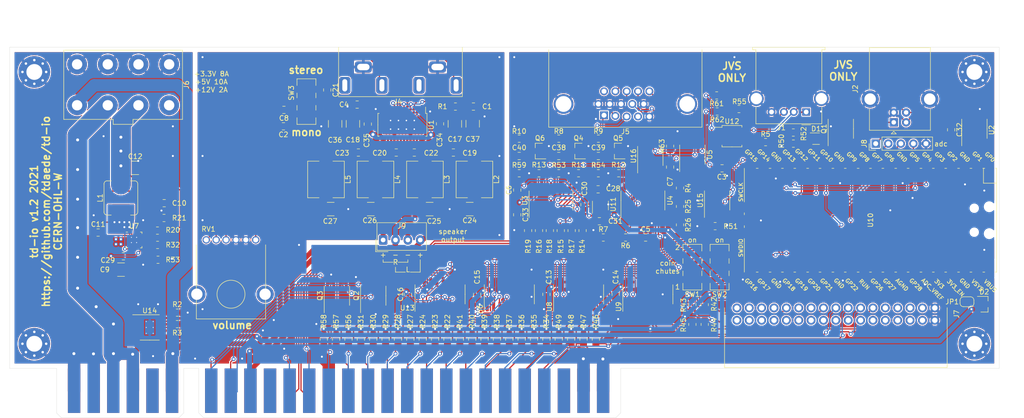
<source format=kicad_pcb>
(kicad_pcb (version 20211014) (generator pcbnew)
  (layers (0 "F.Cu" signal) (31 "B.Cu" signal) (34 "B.Paste" user) (35 "F.Paste" user) (36 "B.SilkS" user "B.Silkscreen") (37 "F.SilkS" user "F.Silkscreen") (38 "B.Mask" user) (39 "F.Mask" user) (44 "Edge.Cuts" user))
  (net 0 "")
  (net 1 "GND")
  (net 2 "+12V")
  (net 3 "Net-(C2-Pad2)")
  (net 4 "Net-(C2-Pad1)")
  (net 5 "+5V")
  (net 6 "Net-(C8-Pad2)")
  (net 7 "Net-(C8-Pad1)")
  (net 8 "+3V3")
  (net 9 "Net-(D2-Pad1)")
  (net 10 "Net-(J1-Pad1)")
  (net 11 "Net-(J1-Pad2)")
  (net 12 "Net-(J1-Pad3)")
  (net 13 "Net-(J2-Pad1)")
  (net 14 "/p2_4")
  (net 15 "/p2start")
  (net 16 "/lockout1")
  (net 17 "/p2up")
  (net 18 "/jamma_green")
  (net 19 "/p2right")
  (net 20 "/jamma_sync")
  (net 21 "/p2left")
  (net 22 "/c2")
  (net 23 "/p2down")
  (net 24 "/p2_3")
  (net 25 "/meter1")
  (net 26 "/p2_1")
  (net 27 "Net-(J3-PadM)")
  (net 28 "/p2_2")
  (net 29 "/p1_4")
  (net 30 "/p1_3")
  (net 31 "/p1_2")
  (net 32 "/p1_1")
  (net 33 "/p1right")
  (net 34 "/p1left")
  (net 35 "/p1down")
  (net 36 "/p1up")
  (net 37 "/p1start")
  (net 38 "/c1")
  (net 39 "/jamma_blue")
  (net 40 "/jamma_red")
  (net 41 "Net-(J3-Pad11)")
  (net 42 "/speaker+")
  (net 43 "/lockout2")
  (net 44 "/meter2")
  (net 45 "/vga_hsync")
  (net 46 "/vga_vsync")
  (net 47 "Net-(J5-Pad4)")
  (net 48 "/vga_blue")
  (net 49 "/vga_green")
  (net 50 "/vga_red")
  (net 51 "Net-(J6-Pad1)")
  (net 52 "Net-(J7-Pad1)")
  (net 53 "Net-(J7-Pad2)")
  (net 54 "Net-(J7-Pad3)")
  (net 55 "Net-(J7-Pad4)")
  (net 56 "Net-(J7-Pad5)")
  (net 57 "Net-(J7-Pad6)")
  (net 58 "Net-(J7-Pad7)")
  (net 59 "Net-(J7-Pad8)")
  (net 60 "/p2_6")
  (net 61 "Net-(J7-Pad10)")
  (net 62 "Net-(J7-Pad11)")
  (net 63 "Net-(J7-Pad12)")
  (net 64 "Net-(J7-Pad13)")
  (net 65 "Net-(J7-Pad14)")
  (net 66 "/p1_6")
  (net 67 "Net-(J7-Pad16)")
  (net 68 "/p1_5")
  (net 69 "Net-(J7-Pad18)")
  (net 70 "Net-(J7-Pad20)")
  (net 71 "Net-(J7-Pad22)")
  (net 72 "/p2_5")
  (net 73 "Net-(J7-Pad24)")
  (net 74 "Net-(J7-Pad25)")
  (net 75 "Net-(J7-Pad26)")
  (net 76 "Net-(J7-Pad27)")
  (net 77 "Net-(J7-Pad28)")
  (net 78 "Net-(J7-Pad29)")
  (net 79 "Net-(J7-Pad30)")
  (net 80 "Net-(J7-Pad31)")
  (net 81 "Net-(J7-Pad32)")
  (net 82 "/lockout1_ctl")
  (net 83 "/meter1_ctl")
  (net 84 "/lockout2_ctl")
  (net 85 "/meter2_ctl")
  (net 86 "/speaker-")
  (net 87 "Net-(R1-Pad1)")
  (net 88 "Net-(R14-Pad1)")
  (net 89 "Net-(R15-Pad1)")
  (net 90 "Net-(R16-Pad1)")
  (net 91 "Net-(R25-Pad1)")
  (net 92 "Net-(SW1-Pad3)")
  (net 93 "/jvs_tx")
  (net 94 "/jvs_de")
  (net 95 "/jvs_re")
  (net 96 "/jvs_rx")
  (net 97 "/sr_clr")
  (net 98 "/sr_clk")
  (net 99 "/sr_data")
  (net 100 "Net-(U10-Pad43)")
  (net 101 "Net-(U10-Pad41)")
  (net 102 "Net-(U10-Pad25)")
  (net 103 "Net-(U10-Pad29)")
  (net 104 "Net-(U10-Pad30)")
  (net 105 "Net-(U10-Pad35)")
  (net 106 "Net-(U10-Pad37)")
  (net 107 "Net-(U10-Pad40)")
  (net 108 "Net-(C10-Pad1)")
  (net 109 "Net-(C11-Pad2)")
  (net 110 "+3.3VP")
  (net 111 "Net-(R32-Pad2)")
  (net 112 "Net-(R20-Pad2)")
  (net 113 "Net-(U7-Pad11)")
  (net 114 "Net-(U7-Pad9)")
  (net 115 "/SW")
  (net 116 "Net-(D1-Pad6)")
  (net 117 "Net-(D1-Pad2)")
  (net 118 "Net-(D1-Pad3)")
  (net 119 "Net-(D1-Pad1)")
  (net 120 "Net-(J3-Padd)")
  (net 121 "Net-(J3-Pad26)")
  (net 122 "/sense_0v")
  (net 123 "Net-(R5-Pad2)")
  (net 124 "Net-(R55-Pad2)")
  (net 125 "/termination")
  (net 126 "/service")
  (net 127 "/tilt")
  (net 128 "/test")
  (net 129 "Net-(U13-Pad9)")
  (net 130 "Net-(U6-Pad9)")
  (net 131 "Net-(U6-Pad7)")
  (net 132 "Net-(U8-Pad9)")
  (net 133 "Net-(U8-Pad7)")
  (net 134 "Net-(U9-Pad7)")
  (net 135 "Net-(U13-Pad7)")
  (net 136 "Net-(C1-Pad2)")
  (net 137 "Net-(C4-Pad2)")
  (net 138 "Net-(C19-Pad2)")
  (net 139 "Net-(C20-Pad2)")
  (net 140 "/speaker_r-")
  (net 141 "Net-(C21-Pad2)")
  (net 142 "Net-(C22-Pad2)")
  (net 143 "Net-(C23-Pad2)")
  (net 144 "/speaker_r+")
  (net 145 "Net-(U1-Pad13)")
  (net 146 "Net-(U1-Pad1)")
  (net 147 "Net-(J3-PadE)")
  (net 148 "Net-(J3-Pad5)")
  (net 149 "-5V")
  (net 150 "+5VL")
  (net 151 "Net-(C19-Pad1)")
  (net 152 "Net-(C20-Pad1)")
  (net 153 "Net-(C22-Pad1)")
  (net 154 "Net-(C23-Pad1)")
  (net 155 "/l_in")
  (net 156 "/r_in")
  (net 157 "Net-(Q1-Pad5)")
  (net 158 "Net-(Q1-Pad4)")
  (net 159 "Net-(Q1-Pad3)")
  (net 160 "Net-(U4-Pad11)")
  (net 161 "Net-(U4-Pad8)")
  (net 162 "/sense_in_high")
  (net 163 "/sense_in_low")
  (net 164 "Net-(U10-Pad9)")
  (net 165 "Net-(C30-Pad1)")
  (net 166 "Net-(C30-Pad2)")
  (net 167 "Net-(R2-Pad1)")
  (net 168 "Net-(R3-Pad1)")
  (net 169 "Net-(U14-Pad6)")
  (net 170 "Net-(U14-Pad2)")
  (net 171 "Net-(R25-Pad2)")
  (net 172 "Net-(J5-Pad11)")
  (net 173 "Net-(SW2-Pad3)")
  (net 174 "/adc2")
  (net 175 "/adc1")
  (net 176 "/adc0")
  (net 177 "/blank")
  (net 178 "Net-(SW1-Pad1)")
  (net 179 "Net-(SW3-Pad3)")
  (net 180 "Net-(SW2-Pad1)")
  (net 181 "/blue_ac")
  (net 182 "/red_ac")
  (net 183 "/green_ac")
  (net 184 "/blue_fb")
  (net 185 "/red_fb")
  (net 186 "/green_fb")
  (net 187 "Net-(U10-Pad19)")
  (net 188 "+5VD")
  (net 189 "Net-(D2-Pad3)")
  (net 190 "/vga_scl")
  (net 191 "/vga_sda")
  (net 192 "/i2c_sda")
  (net 193 "/i2c_scl")
  (net 194 "Net-(R63-Pad2)")
  (net 195 "Net-(U3-Pad3)")
  (net 196 "Net-(U3-Pad2)")
  (net 197 "Net-(U3-Pad1)")
  (footprint "Capacitor_SMD:C_0805_2012Metric" (layer "F.Cu") (at 127.35 98 180)
    (fp_text reference "C2")
    (fp_text value "1uF")
  )
  (footprint "Capacitor_SMD:C_0805_2012Metric" (layer "F.Cu") (at 216 106.5)
    (fp_text reference "C3")
    (fp_text value "0.1uF")
  )
  (footprint "Capacitor_SMD:C_0805_2012Metric" (layer "F.Cu") (at 200.55 120.5)
    (fp_text reference "C5")
    (fp_text value "0.1uF")
  )
  (footprint "Capacitor_SMD:C_0805_2012Metric" (layer "F.Cu") (at 174.6 110.9 90)
    (fp_text reference "C6")
    (fp_text value "0.1uF")
  )
  (footprint "Capacitor_SMD:C_0805_2012Metric" (layer "F.Cu") (at 127.45 94.675 180)
    (fp_text reference "C8")
    (fp_text value "1uF")
  )
  (footprint "Package_TO_SOT_SMD:SOT-23" (layer "F.Cu") (at 269 134)
    (fp_text reference "D2")
    (fp_text value "BAT54C")
  )
  (footprint "td-io:DF1BZ-34DP-2.5DS" (layer "F.Cu") (at 239 136 180)
    (fp_text reference "J7")
    (fp_text value "Conn_02x17_Odd_Even")
  )
  (footprint "Resistor_SMD:R_0805_2012Metric" (layer "F.Cu") (at 224.8 101.2 180)
    (fp_text reference "R5")
    (fp_text value "120")
  )
  (footprint "Resistor_SMD:R_0805_2012Metric" (layer "F.Cu") (at 196.5 120.5 180)
    (fp_text reference "R6")
    (fp_text value "10k")
  )
  (footprint "Resistor_SMD:R_0805_2012Metric" (layer "F.Cu") (at 187 107.5)
    (fp_text reference "R11")
    (fp_text value "330")
  )
  (footprint "Resistor_SMD:R_0805_2012Metric" (layer "F.Cu") (at 187.8125 119.1 -90)
    (fp_text reference "R14")
    (fp_text value "1k")
  )
  (footprint "Resistor_SMD:R_0805_2012Metric" (layer "F.Cu") (at 183.4 119.1 -90)
    (fp_text reference "R15")
    (fp_text value "1k")
  )
  (footprint "Resistor_SMD:R_0805_2012Metric" (layer "F.Cu") (at 181.2 119.1 90)
    (fp_text reference "R18")
    (fp_text value "75")
  )
  (footprint "Package_SO:SOIC-14_3.9x8.7mm_P1.27mm" (layer "F.Cu") (at 181.43 113.025 90)
    (fp_text reference "U3")
    (fp_text value "ADA4861-3")
  )
  (footprint "Package_SO:SOIC-14_3.9x8.7mm_P1.27mm" (layer "F.Cu") (at 200 113 90)
    (fp_text reference "U4")
    (fp_text value "74LS86")
  )
  (footprint "Package_SO:SOIC-16_3.9x9.9mm_P1.27mm" (layer "F.Cu") (at 173 132 90)
    (fp_text reference "U6")
    (fp_text value "74LS165")
  )
  (footprint "td-io:RPi_Pico_SMD" (layer "F.Cu") (at 246 117 -90)
    (fp_text reference "U10")
    (fp_text value "Pico")
  )
  (footprint "Package_SO:SOIC-8_3.9x4.9mm_P1.27mm" (layer "F.Cu") (at 210 103.725 90)
    (fp_text reference "U5")
    (fp_text value "AT24CS01-SSHM")
  )
  (footprint "Capacitor_SMD:C_0805_2012Metric" (layer "F.Cu") (at 205.5 106.25 -90)
    (fp_text reference "C7")
    (fp_text value "0.1uF")
  )
  (footprint "Resistor_SMD:R_0805_2012Metric" (layer "F.Cu") (at 212.5 134.0875 -90)
    (fp_text reference "R42")
    (fp_text value "10k")
  )
  (footprint "Resistor_SMD:R_0805_2012Metric" (layer "F.Cu") (at 210 138.0875 -90)
    (fp_text reference "R45")
    (fp_text value "10k")
  )
  (footprint "Package_SO:SOIC-16_3.9x9.9mm_P1.27mm" (layer "F.Cu") (at 187 132 90)
    (fp_text reference "U8")
    (fp_text value "74LS165")
  )
  (footprint "Package_SO:SOIC-16_3.9x9.9mm_P1.27mm" (layer "F.Cu") (at 201 132 90)
    (fp_text reference "U9")
    (fp_text value "74LS165")
  )
  (footprint "Resistor_SMD:R_0805_2012Metric" (layer "F.Cu") (at 168 141.0875 -90)
    (fp_text reference "R39")
    (fp_text value "10k")
  )
  (footprint "Resistor_SMD:R_0805_2012Metric" (layer "F.Cu") (at 155.5 141.0875 -90)
    (fp_text reference "R24")
    (fp_text value "10k")
  )
  (footprint "Resistor_SMD:R_0805_2012Metric" (layer "F.Cu") (at 173 141.0875 -90)
    (fp_text reference "R37")
    (fp_text value "10k")
  )
  (footprint "Resistor_SMD:R_0805_2012Metric" (layer "F.Cu") (at 165.5 141.0875 -90)
    (fp_text reference "R40")
    (fp_text value "10k")
  )
  (footprint "Resistor_SMD:R_0805_2012Metric" (layer "F.Cu") (at 163 141.0875 -90)
    (fp_text reference "R41")
    (fp_text value "10k")
  )
  (footprint "Resistor_SMD:R_0805_2012Metric" (layer "F.Cu") (at 178 141.0875 -90)
    (fp_text reference "R35")
    (fp_text value "10k")
  )
  (footprint "Resistor_SMD:R_0805_2012Metric" (layer "F.Cu") (at 183 141.0875 -90)
    (fp_text reference "R49")
    (fp_text value "10k")
  )
  (footprint "Resistor_SMD:R_0805_2012Metric" (layer "F.Cu") (at 145.5 141.0875 -90)
    (fp_text reference "R30")
    (fp_text value "10k")
  )
  (footprint "Resistor_SMD:R_0805_2012Metric" (layer "F.Cu") (at 180.5 141.0875 -90)
    (fp_text reference "R34")
    (fp_text value "10k")
  )
  (footprint "Resistor_SMD:R_0805_2012Metric" (layer "F.Cu") (at 170.5 141.0875 -90)
    (fp_text reference "R38")
    (fp_text value "10k")
  )
  (footprint "Resistor_SMD:R_0805_2012Metric" (layer "F.Cu") (at 143 141.0875 -90)
    (fp_text reference "R31")
    (fp_text value "10k")
  )
  (footprint "Resistor_SMD:R_0805_2012Metric" (layer "F.Cu") (at 188 141.0875 -90)
    (fp_text reference "R47")
    (fp_text value "10k")
  )
  (footprint "Resistor_SMD:R_0805_2012Metric" (layer "F.Cu") (at 190.5 141.0875 -90)
    (fp_text reference "R46")
    (fp_text value "10k")
  )
  (footprint "Resistor_SMD:R_0805_2012Metric" (layer "F.Cu") (at 158 141.0875 -90)
    (fp_text reference "R23")
    (fp_text value "10k")
  )
  (footprint "Resistor_SMD:R_0805_2012Metric" (layer "F.Cu") (at 185.5 141.0875 -90)
    (fp_text reference "R48")
    (fp_text value "10k")
  )
  (footprint "Resistor_SMD:R_0805_2012Metric" (layer "F.Cu") (at 160.5 141.0875 -90)
    (fp_text reference "R22")
    (fp_text value "10k")
  )
  (footprint "Resistor_SMD:R_0805_2012Metric" (layer "F.Cu") (at 150.5 141.0875 -90)
    (fp_text reference "R28")
    (fp_text value "10k")
  )
  (footprint "Resistor_SMD:R_0805_2012Metric" (layer "F.Cu") (at 148 141.0875 -90)
    (fp_text reference "R29")
    (fp_text value "10k")
  )
  (footprint "Resistor_SMD:R_0805_2012Metric" (layer "F.Cu") (at 153 141.0875 -90)
    (fp_text reference "R27")
    (fp_text value "10k")
  )
  (footprint "td-io:B08P-VL" (layer "F.Cu") (at 94.95 89.6 180)
    (fp_text reference "J6")
    (fp_text value "Conn_02x04_Top_Bottom")
  )
  (footprint "Capacitor_SMD:C_1210_3225Metric" (layer "F.Cu") (at 97.4 106.4)
    (fp_text reference "C12")
    (fp_text value "100uF")
  )
  (footprint "MountingHole:MountingHole_3.2mm_M3_Pad_Via" (layer "F.Cu") (at 267 142)
    (fp_text reference "H1" hide)
    (fp_text value "MountingHole_Pad")
  )
  (footprint "MountingHole:MountingHole_3.2mm_M3_Pad_Via" (layer "F.Cu") (at 77 142)
    (fp_text reference "H2" hide)
    (fp_text value "MountingHole_Pad")
  )
  (footprint "MountingHole:MountingHole_3.2mm_M3_Pad_Via" (layer "F.Cu") (at 267 87)
    (fp_text reference "H3" hide)
    (fp_text value "MountingHole_Pad")
  )
  (footprint "MountingHole:MountingHole_3.2mm_M3_Pad_Via" (layer "F.Cu") (at 77 87)
    (fp_text reference "H4" hide)
    (fp_text value "MountingHole_Pad")
  )
  (footprint "Capacitor_SMD:C_0805_2012Metric" (layer "F.Cu") (at 180.5 132 -90)
    (fp_text reference "C13")
    (fp_text value "0.1uF")
  )
  (footprint "Capacitor_SMD:C_0805_2012Metric" (layer "F.Cu") (at 194.5 132 -90)
    (fp_text reference "C14")
    (fp_text value "0.1uF")
  )
  (footprint "Capacitor_SMD:C_0805_2012Metric" (layer "F.Cu") (at 166.5 132 -90)
    (fp_text reference "C15")
    (fp_text value "0.1uF")
  )
  (footprint "Package_TO_SOT_SMD:SOT-363_SC-70-6" (layer "F.Cu") (at 235 100.5)
    (fp_text reference "D1")
    (fp_text value "BAV99S")
  )
  (footprint "Package_SO:SOIC-8_3.9x4.9mm_P1.27mm" (layer "F.Cu") (at 240 98.5 90)
    (fp_text reference "Q1")
    (fp_text value "ZXMS6004DN8")
  )
  (footprint "Resistor_SMD:R_0805_2012Metric" (layer "F.Cu") (at 230.4125 101.5 180)
    (fp_text reference "R50")
    (fp_text value "10k")
  )
  (footprint "Resistor_SMD:R_0805_2012Metric" (layer "F.Cu") (at 230.4 99.25)
    (fp_text reference "R52")
    (fp_text value "100")
  )
  (footprint "Resistor_SMD:R_0805_2012Metric" (layer "F.Cu") (at 219.4125 94.5 180)
    (fp_text reference "R55")
    (fp_text value "1k")
  )
  (footprint "Package_SO:SOIC-8_3.9x4.9mm_P1.27mm" (layer "F.Cu") (at 267 98.5 90)
    (fp_text reference "U2")
    (fp_text value "ISL3175EIBZ-T")
  )
  (footprint "Package_SO:SOP-4_3.8x4.1mm_P2.54mm" (layer "F.Cu") (at 218 100)
    (fp_text reference "U12")
    (fp_text value "CPC1017N")
  )
  (footprint "Resistor_SMD:R_0805_2012Metric" (layer "F.Cu") (at 214.6 118.2)
    (fp_text reference "R51")
    (fp_text value "10k")
  )
  (footprint "Capacitor_SMD:C_0805_2012Metric" (layer "F.Cu") (at 165.75 94 180)
    (fp_text reference "C1")
    (fp_text value "1uF")
  )
  (footprint "Capacitor_SMD:C_0805_2012Metric" (layer "F.Cu") (at 161.7 103.3)
    (fp_text reference "C19")
    (fp_text value "1uF")
  )
  (footprint "Capacitor_SMD:C_0805_2012Metric" (layer "F.Cu") (at 142.5 103.3 180)
    (fp_text reference "C23")
    (fp_text value "1uF")
  )
  (footprint "Package_SO:SOIC-8_3.9x4.9mm_P1.27mm" (layer "F.Cu") (at 145.5 132.275 90)
    (fp_text reference "Q2")
    (fp_text value "ZXMS6004DN8")
  )
  (footprint "Package_SO:SOIC-8_3.9x4.9mm_P1.27mm" (layer "F.Cu") (at 138.155 132.275 90)
    (fp_text reference "Q3")
    (fp_text value "ZXMS6004DN8")
  )
  (footprint "td-io:PTV112-4420A-A503" (layer "F.Cu") (at 116.75 131.975 180)
    (fp_text reference "RV1")
    (fp_text value "R_POT_Dual")
  )
  (footprint "Capacitor_SMD:C_0805_2012Metric" (layer "F.Cu") (at 152.5 132 -90)
    (fp_text reference "C16")
    (fp_text value "0.1uF")
  )
  (footprint "Resistor_SMD:R_0805_2012Metric" (layer "F.Cu") (at 140.5 141.0875 -90)
    (fp_text reference "R56")
    (fp_text value "10k")
  )
  (footprint "Resistor_SMD:R_0805_2012Metric" (layer "F.Cu") (at 138 141.0875 -90)
    (fp_text reference "R57")
    (fp_text value "10k")
  )
  (footprint "Resistor_SMD:R_0805_2012Metric" (layer "F.Cu") (at 135.5 141.0875 -90)
    (fp_text reference "R58")
    (fp_text value "10k")
  )
  (footprint "Package_SO:SOIC-16_3.9x9.9mm_P1.27mm" (layer "F.Cu") (at 159 132 90)
    (fp_text reference "U13")
    (fp_text value "74LS165")
  )
  (footprint "Resistor_SMD:R_0805_2012Metric" (layer "F.Cu") (at 175.5 141.0875 -90)
    (fp_text reference "R36")
    (fp_text value "10k")
  )
  (footprint "Resistor_SMD:R_0805_2012Metric" (layer "F.Cu") (at 212.5 138.0875 -90)
    (fp_text reference "R44")
    (fp_text value "10k")
  )
  (footprint "td-io:JAMMA" (layer "F.Cu") (at 138.5 156)
    (fp_text reference "J3" hide)
    (fp_text value "JAMMA_Edge")
  )
  (footprint "td-io:PJRAN2X1U01AUX" (layer "F.Cu") (at 158.5 86 180)
    (fp_text reference "J4")
    (fp_text value "Conn_Coaxial_x2")
  )
  (footprint "Package_SO:SOIC-8-1EP_3.9x4.9mm_P1.27mm_EP2.41x3.3mm_ThermalVias" (layer "F.Cu") (at 100.325 138.7)
    (fp_text reference "U14")
    (fp_text value "TPS259620")
  )
  (footprint "Package_SO:SOIC-8_3.9x4.9mm_P1.27mm" (layer "F.Cu") (at 215 113 90)
    (fp_text reference "U15")
    (fp_text value "LM2903")
  )
  (footprint "Capacitor_SMD:C_0805_2012Metric" (layer "F.Cu") (at 190.95 110.75 180)
    (fp_text reference "C28")
    (fp_text value "3.3uF")
  )
  (footprint "Capacitor_SMD:C_0805_2012Metric" (layer "F.Cu") (at 188.2 113.85 -90)
    (fp_text reference "C30")
    (fp_text value "3.3uF")
  )
  (footprint "Capacitor_SMD:C_0805_2012Metric" (layer "F.Cu") (at 191.2 117.2 180)
    (fp_text reference "C31")
    (fp_text value "3.3uF")
  )
  (footprint "td-io:DSUB-15-HD_Female_Horizontal_P2.29x2.5mm_EdgePinOffset8.35mm_Housed_MountingHolesOffset10.89mm" (layer "F.Cu") (at 192.145 94.75 180)
    (fp_text reference "J5")
    (fp_text value "DB15_Female_HighDensity_MountingHoles")
  )
  (footprint "Resistor_SMD:R_0805_2012Metric" (layer "F.Cu") (at 105.9 135.7)
    (fp_text reference "R2")
    (fp_text value "400k")
  )
  (footprint "Resistor_SMD:R_0805_2012Metric" (layer "F.Cu") (at 207.5 110.4875 -90)
    (fp_text reference "R4")
    (fp_text value "10k")
  )
  (footprint "Resistor_SMD:R_0805_2012Metric" (layer "F.Cu") (at 207.5 114.2125 -90)
    (fp_text reference "R25")
    (fp_text value "20k")
  )
  (footprint "Resistor_SMD:R_0805_2012Metric" (layer "F.Cu") (at 207.5 117.9375 -90)
    (fp_text reference "R26")
    (fp_text value "10k")
  )
  (footprint "Connector_USB:USB_A_Molex_67643_Horizontal" (layer "F.Cu") (at 233 95.1 180)
    (fp_text reference "J1")
    (fp_text value "USB_A")
  )
  (footprint "Connector_USB:USB_B_OST_USB-B1HSxx_Horizontal" (layer "F.Cu") (at 250.7 97.2 90)
    (fp_text reference "J2")
    (fp_text value "USB_B")
  )
  (footprint "td-io:HTSSOP-28-1EP_4.4x9.7mm_P0.65mm_tpa3138_ThermalVias" (layer "F.Cu") (at 151.4 97.7 -90)
    (fp_text reference "U1")
    (fp_text value "TPA3138D2")
  )
  (footprint "Capacitor_SMD:C_1210_3225Metric" (layer "F.Cu") (at 136.9 114.75)
    (fp_text reference "C27")
    (fp_text value "2.2uF 50V")
  )
  (footprint "Capacitor_SMD:C_1210_3225Metric" (layer "F.Cu") (at 156.9 114.75)
    (fp_text reference "C25")
    (fp_text value "2.2uF 50V")
  )
  (footprint "Capacitor_SMD:C_1210_3225Metric" (layer "F.Cu") (at 145 114.75 180)
    (fp_text reference "C26")
    (fp_text value "2.2uF 50V")
  )
  (footprint "Capacitor_SMD:C_1210_3225Metric" (layer "F.Cu") (at 165 114.75 180)
    (fp_text reference "C24")
    (fp_text value "2.2uF 50V")
  )
  (footprint "Inductor_SMD:L_7.3x7.3_H4.5" (layer "F.Cu") (at 135.95 108.75 -90)
    (fp_text reference "L5")
    (fp_text value "15uH")
  )
  (footprint "Inductor_SMD:L_7.3x7.3_H4.5" (layer "F.Cu") (at 155.95 108.75 -90)
    (fp_text reference "L3")
    (fp_text value "15uH")
  )
  (footprint "Capacitor_SMD:C_0805_2012Metric" (layer "F.Cu") (at 150.15 103.3)
    (fp_text reference "C20")
    (fp_text value "1uF")
  )
  (footprint "Capacitor_SMD:C_0805_2012Metric" (layer "F.Cu") (at 153.8 103.3 180)
    (fp_text reference "C22")
    (fp_text value "1uF")
  )
  (footprint "Inductor_SMD:L_7.3x7.3_H4.5" (layer "F.Cu") (at 145.95 108.75 -90)
    (fp_text reference "L4")
    (fp_text value "15uH")
  )
  (footprint "Inductor_SMD:L_7.3x7.3_H4.5" (layer "F.Cu") (at 165.95 108.75 -90)
    (fp_text reference "L2")
    (fp_text value "15uH")
  )
  (footprint "Capacitor_SMD:C_1210_3225Metric" (layer "F.Cu") (at 162 97.5 90)
    (fp_text reference "C17")
    (fp_text value "47uF 16V")
  )
  (footprint "Capacitor_SMD:C_1210_3225Metric" (layer "F.Cu") (at 141.4 97.5 90)
    (fp_text reference "C18")
    (fp_text value "47uF 16V")
  )
  (footprint "Resistor_SMD:R_0805_2012Metric" (layer "F.Cu") (at 162.1125 94)
    (fp_text reference "R1")
    (fp_text value "10k")
  )
  (footprint "Capacitor_SMD:C_0805_2012Metric" (layer "F.Cu") (at 136.2 90.65 -90)
    (fp_text reference "C21")
    (fp_text value "1uF")
  )
  (footprint "Package_TO_SOT_SMD:SOT-23-6" (layer "F.Cu") (at 191.41 114.03 90)
    (fp_text reference "U11")
    (fp_text value "MAX1720EUT")
  )
  (footprint "Capacitor_SMD:C_0805_2012Metric" (layer "F.Cu") (at 262.3 98.7 -90)
    (fp_text reference "C32")
    (fp_text value "0.1uF")
  )
  (footprint "Inductor_SMD:L_Bourns_SRP7028A_7.3x6.6mm" (layer "F.Cu") (at 94.5 112.5 90)
    (fp_text reference "L1")
    (fp_text value "1.5uH")
  )
  (footprint "Capacitor_SMD:C_1210_3225Metric" (layer "F.Cu") (at 94.525 127)
    (fp_text reference "C9")
    (fp_text value "100uF")
  )
  (footprint "Capacitor_SMD:C_0805_2012Metric" (layer "F.Cu") (at 95 124.3)
    (fp_text reference "C29")
    (fp_text value "0.1uF")
  )
  (footprint "td-io:RJE-20" (layer "F.Cu") (at 97.15 121)
    (fp_text reference "U7")
    (fp_text value "TPS568230")
  )
  (footprint "Resistor_SMD:R_0805_2012Metric" (layer "F.Cu") (at 102 125)
    (fp_text reference "R33")
    (fp_text value "220")
  )
  (footprint "Resistor_SMD:R_0805_2012Metric" (layer "F.Cu") (at 101.9125 122 180)
    (fp_text reference "R32")
    (fp_text value "1k")
  )
  (footprint "Capacitor_SMD:C_0805_2012Metric" (layer "F.Cu") (at 103.25 113.55)
    (fp_text reference "C10")
    (fp_text value "1uF")
  )
  (footprint "Resistor_SMD:R_0805_2012Metric" (layer "F.Cu") (at 103.2125 116.55 180)
    (fp_text reference "R21")
    (fp_text value "43k")
  )
  (footprint "Capacitor_SMD:C_0805_2012Metric" (layer "F.Cu") (at 89.9 119.5)
    (fp_text reference "C11")
    (fp_text value "0.1uF")
  )
  (footprint "Resistor_SMD:R_0805_2012Metric" (layer "F.Cu") (at 101.8875 119.1)
    (fp_text reference "R20")
    (fp_text value "300k")
  )
  (footprint "Capacitor_SMD:C_0805_2012Metric" (layer "F.Cu") (at 174.6 115.9 -90)
    (fp_text reference "C33")
    (fp_text value "3.3uF")
  )
  (footprint "Capacitor_SMD:C_0805_2012Metric" (layer "F.Cu") (at 159 97.5 90)
    (fp_text reference "C34")
    (fp_text value "0.1uF")
  )
  (footprint "Capacitor_SMD:C_0805_2012Metric" (layer "F.Cu") (at 144.4 97.55 90)
    (fp_text reference "C35")
    (fp_text value "0.1uF")
  )
  (footprint "Capacitor_SMD:C_1210_3225Metric" (layer "F.Cu") (at 165.6 97.475 90)
    (fp_text reference "C37")
    (fp_text value "47uF 16V")
  )
  (footprint "Capacitor_SMD:C_1210_3225Metric" (layer "F.Cu") (at 137.8 97.5 90)
    (fp_text reference "C36")
    (fp_text value "47uF 16V")
  )
  (footprint "Capacitor_SMD:C_0805_2012Metric" (layer "F.Cu") (at 142.25 93.6)
    (fp_text reference "C4")
    (fp_text value "1uF")
  )
  (footprint "Resistor_SMD:R_0805_2012Metric" (layer "F.Cu") (at 105.8875 138.025)
    (fp_text reference "R3")
    (fp_text value "1k")
  )
  (footprint "Button_Switch_SMD:SW_DPDT_CK_JS202011JCQN" (layer "F.Cu") (at 132 93 90)
    (fp_text reference "SW3")
    (fp_text value "SW_DPDT_x2")
  )
  (footprint "Connector_PinHeader_2.54mm:PinHeader_1x05_P2.54mm_Vertical" (layer "F.Cu") (at 247.05 101.5 90)
    (fp_text reference "J8")
    (fp_text value "Conn_01x05_Male")
  )
  (footprint "Capacitor_SMD:C_0805_2012Metric" (layer "F.Cu") (at 175 104)
    (fp_text reference "C40")
    (fp_text value "1uF")
  )
  (footprint "Package_TO_SOT_SMD:SOT-23" (layer "F.Cu") (at 187 103 180)
    (fp_text reference "Q4")
    (fp_text value "2N7002NXBKR")
  )
  (footprint "Button_Switch_SMD:SW_DPDT_CK_JS202011JCQN" (layer "F.Cu") (at 210 126.5 90)
    (fp_text reference "SW1")
    (fp_text value "SW_DPDT_x2")
  )
  (footprint "Button_Switch_SMD:SW_DPDT_CK_JS202011JCQN" (layer "F.Cu") (at 215.5 126.5 90)
    (fp_text reference "SW2")
    (fp_text value "SW_DPDT_x2")
  )
  (footprint "Resistor_SMD:R_0805_2012Metric" (layer "F.Cu") (at 210 134.0875 -90)
    (fp_text reference "R43")
    (fp_text value "10k")
  )
  (footprint "Resistor_SMD:R_0805_2012Metric" (layer "F.Cu") (at 192 120.5)
    (fp_text reference "R7")
    (fp_text value "10k")
  )
  (footprint "Resistor_SMD:R_0805_2012Metric" (layer "F.Cu") (at 183 107.5)
    (fp_text reference "R53")
    (fp_text value "10k")
  )
  (footprint "Resistor_SMD:R_0805_2012Metric" (layer "F.Cu") (at 175 100.5)
    (fp_text reference "R10")
    (fp_text value "75")
  )
  (footprint "Capacitor_SMD:C_0805_2012Metric" (layer "F.Cu") (at 183 104)
    (fp_text reference "C38")
    (fp_text value "1uF")
  )
  (footprint "Resistor_SMD:R_0805_2012Metric" (layer "F.Cu") (at 183 100.5)
    (fp_text reference "R8")
    (fp_text value "75")
  )
  (footprint "Resistor_SMD:R_0805_2012Metric" (layer "F.Cu") (at 179 119.1 -90)
    (fp_text reference "R16")
    (fp_text value "1k")
  )
  (footprint "Resistor_SMD:R_0805_2012Metric" (layer "F.Cu") (at 176.8 119.1 90)
    (fp_text reference "R19")
    (fp_text value "75")
  )
  (footprint "Resistor_SMD:R_0805_2012Metric" (layer "F.Cu") (at 175 107.5)
    (fp_text reference "R59")
    (fp_text value "10k")
  )
  (footprint "Package_TO_SOT_SMD:SOT-23" (layer "F.Cu") (at 179 103 180)
    (fp_text reference "Q6")
    (fp_text value "2N7002NXBKR")
  )
  (footprint "Resistor_SMD:R_0805_2012Metric" (layer "F.Cu") (at 191 107.5)
    (fp_text reference "R54")
    (fp_text value "10k")
  )
  (footprint "Capacitor_SMD:C_0805_2012Metric" (layer "F.Cu") (at 191 104)
    (fp_text reference "C39")
    (fp_text value "1uF")
  )
  (footprint "Package_TO_SOT_SMD:SOT-23" (layer "F.Cu") (at 195 103 180)
    (fp_text reference "Q5")
    (fp_text value "2N7002NXBKR")
  )
  (footprint "Resistor_SMD:R_0805_2012Metric" (layer "F.Cu") (at 191 100.5)
    (fp_text reference "R9")
    (fp_text value "75")
  )
  (footprint "Resistor_SMD:R_0805_2012Metric" (layer "F.Cu") (at 195.0875 107.5)
    (fp_text reference "R12")
    (fp_text value "330")
  )
  (footprint "Resistor_SMD:R_0805_2012Metric" (layer "F.Cu") (at 179 107.5)
    (fp_text reference "R13")
    (fp_text value "330")
  )
  (footprint "Resistor_SMD:R_0805_2012Metric" (layer "F.Cu") (at 185.6 119.1 90)
    (fp_text reference "R17")
    (fp_text value "75")
  )
  (footprint "Jumper:SolderJumper-2_P1.3mm_Bridged_RoundedPad1.0x1.5mm" (layer "F.Cu") (at 265.5 133.5)
    (fp_text reference "JP1")
    (fp_text value "Jumper_NC_Small")
  )
  (footprint "Resistor_SMD:R_0805_2012Metric" (layer "F.Cu") (at 214.9125 91.75 180)
    (fp_text reference "R61")
    (fp_text value "10k")
  )
  (footprint "Resistor_SMD:R_0805_2012Metric" (layer "F.Cu") (at 215 95 180)
    (fp_text reference "R62")
    (fp_text value "10k")
  )
  (footprint "Resistor_SMD:R_0805_2012Metric" (layer "F.Cu") (at 205.5 102 90)
    (fp_text reference "R63")
    (fp_text value "200k")
  )
  (footprint "Package_SO:SO-8_3.9x4.9mm_P1.27mm" (layer "F.Cu") (at 201.5 104 90)
    (fp_text reference "U16")
    (fp_text value "PCA9306D")
  )
  (footprint "td-io:JST_SH_B4B-NH-A_1x04_P2.50mm_Vertical" (layer "F.Cu") (at 147.5 121)
    (fp_text reference "J9")
    (fp_text value "Conn_01x04_Male")
  )
  (gr_line (start 155 125) (end 155 127.5) (layer "F.SilkS") (width 0.12))
  (gr_line (start 152.5 125.5) (end 150.5 125.5) (layer "F.SilkS") (width 0.12))
  (gr_line (start 152.5 125) (end 152.5 125.5) (layer "F.SilkS") (width 0.12))
  (gr_line (start 150 126.5) (end 150 127.5) (layer "F.SilkS") (width 0.12))
  (gr_line (start 147.5 125.5) (end 149.5 125.5) (layer "F.SilkS") (width 0.12))
  (gr_line (start 155 127.5) (end 153 127.5) (layer "F.SilkS") (width 0.12))
  (gr_line (start 150 127.5) (end 152 127.5) (layer "F.SilkS") (width 0.12))
  (gr_line (start 147.5 125) (end 147.5 125.5) (layer "F.SilkS") (width 0.12))
  (gr_line (start 272 147) (end 195.5 147) (layer "Edge.Cuts") (width 0.05))
  (gr_line (start 72 82) (end 272 82) (layer "Edge.Cuts") (width 0.05))
  (gr_line (start 272 82) (end 272 147) (layer "Edge.Cuts") (width 0.05))
  (gr_line (start 195.5 156) (end 194.5 157) (layer "Edge.Cuts") (width 0.05))
  (gr_line (start 110.25 156) (end 111.25 157) (layer "Edge.Cuts") (width 0.05))
  (gr_line (start 107.2 156) (end 106.2 157) (layer "Edge.Cuts") (width 0.05))
  (gr_line (start 82.5 157) (end 81.5 156) (layer "Edge.Cuts") (width 0.05))
  (gr_line (start 110.25 147) (end 107.2 147) (layer "Edge.Cuts") (width 0.05))
  (gr_line (start 72 147) (end 72 82) (layer "Edge.Cuts") (width 0.05))
  (gr_line (start 81.5 147) (end 72 147) (layer "Edge.Cuts") (width 0.05))
  (gr_line (start 106.2 157) (end 82.5 157) (layer "Edge.Cuts") (width 0.05))
  (gr_line (start 110.25 156) (end 110.25 147) (layer "Edge.Cuts") (width 0.05))
  (gr_line (start 81.5 156) (end 81.5 147) (layer "Edge.Cuts") (width 0.05))
  (gr_line (start 195.5 147) (end 195.5 156) (layer "Edge.Cuts") (width 0.05))
  (gr_line (start 194.5 157) (end 111.25 157) (layer "Edge.Cuts") (width 0.05))
  (gr_line (start 107.2 147) (end 107.2 156) (layer "Edge.Cuts") (width 0.05))
  (gr_text "+" (at 155 124) (layer "F.SilkS") (effects (font (size 1 1))))
  (gr_text "-" (at 152.5 124) (layer "F.SilkS") (effects (font (size 1 1))))
  (gr_text "JVS\nONLY" (at 240.5 86.75) (layer "F.SilkS") (effects (font (size 1.5 1.5) (thickness 0.3))))
  (gr_text "stereo" (at 131.9 86.6) (layer "F.SilkS") (effects (font (size 1.5 1.5) (thickness 0.3))))
  (gr_text "mono" (at 132 99.2) (layer "F.SilkS") (effects (font (size 1.5 1.5) (thickness 0.3))))
  (gr_text "on" (at 215.5 121) (layer "F.SilkS") (effects (font (size 1 1))))
  (gr_text "-" (at 150 124) (layer "F.SilkS") (effects (font (size 1 1))))
  (gr_text "+" (at 147.5 124) (layer "F.SilkS") (effects (font (size 1 1))))
  (gr_text "coin\nchutes" (at 205 126.5) (layer "F.SilkS") (effects (font (size 1 1))))
  (gr_text "adc" (at 260.25 101.55) (layer "F.SilkS") (effects (font (size 1 1))))
  (gr_text "JVS\nONLY" (at 218 87) (layer "F.SilkS") (effects (font (size 1.5 1.5) (thickness 0.3))))
  (gr_text "speaker\noutput" (at 161.6 120.1) (layer "F.SilkS") (effects (font (size 1 1))))
  (gr_text "td-io v1.2 2021\nhttps://github.com/tdaede/td-io\nCERN-OHL-W" (at 79.375 115.25 90) (layer "F.SilkS") (effects (font (size 1.5 1.5) (thickness 0.3))))
  (gr_text "L" (at 152.5 127) (layer "F.SilkS") (effects (font (size 1 1))))
  (gr_text "R" (at 150 125.5) (layer "F.SilkS") (effects (font (size 1 1))))
  (gr_text "on" (at 210 121) (layer "F.SilkS") (effects (font (size 1 1))))
  (gr_text "2" (at 207 122.5) (layer "F.SilkS") (effects (font (size 1 1))))
  (gr_text "+3.3V 8A\n+5V 10A\n+12V 2A" (at 112.8 89) (layer "F.SilkS") (effects (font (size 1 1))))
  (gr_text "volume" (at 117 138.25) (layer "F.SilkS") (effects (font (size 1.5 1.5) (thickness 0.3))))
  (gr_text "1" (at 207 130.5) (layer "F.SilkS") (effects (font (size 1 1))))
  (segment (start 180.5 132.95) (end 180.5 133) (width 0.25) (layer "F.Cu") (net 1))
  (segment (start 140.4 94.1) (end 140.3 94) (width 0.25) (layer "F.Cu") (net 1))
  (segment (start 265.1 109.3) (end 265.1 109.75) (width 0.25) (layer "F.Cu") (net 1))
  (segment (start 239.65 109.301574) (end 239.848417 109.499991) (width 0.25) (layer "F.Cu") (net 1))
  (segment (start 136.52 151.5) (end 136.52 146.020062) (width 2.5) (layer "F.Cu") (net 1))
  (segment (start 135.519935 145.019997) (end 135.119936 144.619998) (width 2.5) (layer "F.Cu") (net 1))
  (segment (start 188 145.08) (end 187.96 145.04) (width 2.5) (layer "F.Cu") (net 1))
  (segment (start 268.905 95.305) (end 268.1 94.5) (width 0.25) (layer "F.Cu") (net 1))
  (segment (start 226.95 108.476761) (end 226.86677 108.559991) (width 0.25) (layer "F.Cu") (net 1))
  (segment (start 152.5 132.95) (end 152.5 134.5) (width 0.25) (layer "F.Cu") (net 1))
  (segment (start 136.52 146.020062) (end 135.519935 145.019997) (width 2.5) (layer "F.Cu") (net 1))
  (segment (start 177.445 132.555) (end 177.5 132.5) (width 0.25) (layer "F.Cu") (net 1))
  (segment (start 147.175 94.8375) (end 146.3375 94.8375) (width 0.25) (layer "F.Cu") (net 1))
  (segment (start 146.3375 94.8375) (end 146 94.5) (width 0.25) (layer "F.Cu") (net 1))
  (segment (start 88.92 144) (end 85 144) (width 2.5) (layer "F.Cu") (net 1))
  (segment (start 177.445 134.475) (end 177.445 132.555) (width 0.25) (layer "F.Cu") (net 1))
  (segment (start 143.595 134.725) (end 143.595 135.23) (width 0.25) (layer "F.Cu") (net 1))
  (segment (start 85.04 144.04) (end 85 144) (width 2.5) (layer "F.Cu") (net 1))
  (segment (start 166.5 133.5) (end 167 134) (width 0.25) (layer "F.Cu") (net 1))
  (segment (start 89 151.5) (end 89 144.08) (width 2.5) (layer "F.Cu") (net 1))
  (segment (start 155.825 129.525) (end 155.825 129.036045) (width 0.25) (layer "F.Cu") (net 1))
  (segment (start 146.135 134.75) (end 146.135 135.865) (width 0.25) (layer "F.Cu") (net 1))
  (segment (start 143.595 135.23) (end 143.5 135.325) (width 0.25) (layer "F.Cu") (net 1))
  (segment (start 155.825 129.525) (end 155.825 130.425) (width 0.25) (layer "F.Cu") (net 1))
  (segment (start 88.96 144.04) (end 88.92 144) (width 2.5) (layer "F.Cu") (net 1))
  (segment (start 141.3 94.1) (end 140.4 94.1) (width 0.25) (layer "F.Cu") (net 1))
  (segment (start 180.5 134.5) (end 180 135) (width 0.25) (layer "F.Cu") (net 1))
  (segment (start 268.905 96.025) (end 268.905 95.305) (width 0.25) (layer "F.Cu") (net 1))
  (segment (start 239.65 125.89) (end 239.65 128.45) (width 0.25) (layer "F.Cu") (net 1))
  (segment (start 239.65 108.11) (end 239.65 109.301574) (width 0.25) (layer "F.Cu") (net 1))
  (segment (start 223.8 117) (end 223.85 117.05) (width 0.25) (layer "F.Cu") (net 1))
  (segment (start 169.825 129.525) (end 169.5 129.85) (width 0.25) (layer "F.Cu") (net 1))
  (segment (start 192 152.92) (end 191.92 153) (width 1) (layer "F.Cu") (net 1))
  (segment (start 191.445 132.555) (end 191.5 132.5) (width 0.25) (layer "F.Cu") (net 1))
  (segment (start 180.5 133) (end 180.5 134.5) (width 0.25) (layer "F.Cu") (net 1))
  (segment (start 85.04 151.5) (end 85.04 144.04) (width 2.5) (layer "F.Cu") (net 1))
  (segment (start 155.825 129.036045) (end 155.614075 128.82512) (width 0.25) (layer "F.Cu") (net 1))
  (segment (start 89 144.08) (end 88.96 144.04) (width 2.5) (layer "F.Cu") (net 1))
  (segment (start 191.445 134.475) (end 191.445 132.555) (width 0.25) (layer "F.Cu") (net 1))
  (segment (start 191.96 145.12) (end 191.92 145.08) (width 2.5) (layer "F.Cu") (net 1))
  (segment (start 226.95 125.89) (end 226.95 128.665225) (width 0.25) (layer "F.Cu") (net 1))
  (segment (start 169.825 129.525) (end 169.975 129.525) (width 0.25) (layer "F.Cu") (net 1))
  (segment (start 155.825 130.425) (end 156.4 131) (width 0.25) (layer "F.Cu") (net 1))
  (segment (start 265.05 108.11) (end 265.05 109.25) (width 0.25) (layer "F.Cu") (net 1))
  (segment (start 239.65 128.45) (end 240.4 129.2) (width 0.25) (layer "F.Cu") (net 1))
  (segment (start 222.1 117) (end 223.8 117) (width 0.25) (layer "F.Cu") (net 1))
  (segment (start 226.95 128.665225) (end 227.735627 129.450852) (width 0.25) (layer "F.Cu") (net 1))
  (segment (start 85 144) (end 85 144) (width 2.5) (layer "F.Cu") (net 1))
  (segment (start 166.5 132.95) (end 166.5 133.5) (width 0.25) (layer "F.Cu") (net 1))
  (segment (start 146.135 135.865) (end 146 136) (width 0.25) (layer "F.Cu") (net 1))
  (segment (start 169.5 129.85) (end 169.5 131) (width 0.25) (layer "F.Cu") (net 1))
  (segment (start 188 151.5) (end 188 145.08) (width 2.5) (layer "F.Cu") (net 1))
  (segment (start 265.05 109.25) (end 265.1 109.3) (width 0.25) (layer "F.Cu") (net 1))
  (segment (start 191.96 151.5) (end 191.96 145.12) (width 2.5) (layer "F.Cu") (net 1))
  (segment (start 226.95 108.11) (end 226.95 108.476761) (width 0.25) (layer "F.Cu") (net 1))
  (via (at 140.45 114.75) (size 0.8) (drill 0.4) (layers "F.Cu" "B.Cu") (net 1))
  (via (at 160.95 114.75) (size 0.8) (drill 0.4) (layers "F.Cu" "B.Cu") (net 1))
  (via (at 102.7 115.05) (size 0.8) (drill 0.4) (layers "F.Cu" "B.Cu") (net 1))
  (via (at 104.8 124.8) (size 0.8) (drill 0.4) (layers "F.Cu" "B.Cu") (net 1))
  (via (at 99 126) (size 0.8) (drill 0.4) (layers "F.Cu" "B.Cu") (net 1))
  (via (at 123.2 139.3) (size 0.8) (drill 0.4) (layers "F.Cu" "B.Cu") (net 1))
  (via (at 220.2 129) (size 0.8) (drill 0.4) (layers "F.Cu" "B.Cu") (net 1))
  (via (at 134 138) (size 0.8) (drill 0.4) (layers "F.Cu" "B.Cu") (net 1))
  (via (at 240.4 129.2) (size 0.8) (drill 0.4) (layers "F.Cu" "B.Cu") (net 1))
  (via (at 204.5 120.5) (size 0.8) (drill 0.4) (layers "F.Cu" "B.Cu") (net 1))
  (via (at 89 116) (size 0.8) (drill 0.4) (layers "F.Cu" "B.Cu") (net 1))
  (via (at 204 132) (size 0.8) (drill 0.4) (layers "F.Cu" "B.Cu") (net 1))
  (via (at 142 128.5) (size 0.8) (drill 0.4) (layers "F.Cu" "B.Cu") (net 1))
  (via (at 88.96 144.04) (size 1.2) (drill 0.6) (layers "F.Cu" "B.Cu") (net 1))
  (via (at 125.4 137.2) (size 0.8) (drill 0.4) (layers "F.Cu" "B.Cu") (net 1))
  (via (at 228 102) (size 0.8) (drill 0.4) (layers "F.Cu" "B.Cu") (net 1))
  (via (at 193.2 109.8) (size 0.8) (drill 0.4) (layers "F.Cu" "B.Cu") (net 1))
  (via (at 140.3 94) (size 0.8) (drill 0.4) (layers "F.Cu" "B.Cu") (net 1))
  (via (at 101 144.5) (size 0.8) (drill 0.4) (layers "F.Cu" "B.Cu") (net 1))
  (via (at 239.848417 109.499991) (size 0.8) (drill 0.4) (layers "F.Cu" "B.Cu") (net 1))
  (via (at 207 99) (size 0.8) (drill 0.4) (layers "F.Cu" "B.Cu") (net 1))
  (via (at 189 102) (size 0.8) (drill 0.4) (layers "F.Cu" "B.Cu") (net 1))
  (via (at 191.92 145.08) (size 1.2) (drill 0.6) (layers "F.Cu" "B.Cu") (net 1))
  (via (at 236 95) (size 0.8) (drill 0.4) (layers "F.Cu" "B.Cu") (net 1))
  (via (at 146 136) (size 0.8) (drill 0.4) (layers "F.Cu" "B.Cu") (net 1))
  (via (at 252.5 109.5) (size 0.8) (drill 0.4) (layers "F.Cu" "B.Cu") (net 1))
  (via (at 257 130) (size 0.8) (drill 0.4) (layers "F.Cu" "B.Cu") (net 1))
  (via (at 169.5 131) (size 0.8) (drill 0.4) (layers "F.Cu" "B.Cu") (net 1))
  (via (at 119 145) (size 0.8) (drill 0.4) (layers "F.Cu" "B.Cu") (net 1))
  (via (at 185 107.5) (size 0.8) (drill 0.4) (layers "F.Cu" "B.Cu") (net 1))
  (via (at 108 135.7) (size 0.8) (drill 0.4) (layers "F.Cu" "B.Cu") (net 1))
  (via (at 162 127) (size 0.8) (drill 0.4) (layers "F.Cu" "B.Cu") (net 1))
  (via (at 98 134) (size 0.8) (drill 0.4) (layers "F.Cu" "B.Cu") (net 1))
  (via (at 211 118.2) (size 0.8) (drill 0.4) (layers "F.Cu" "B.Cu") (net 1))
  (via (at 171 104) (size 0.8) (drill 0.4) (layers "F.Cu" "B.Cu") (net 1))
  (via (at 137 128) (size 0.8) (drill 0.4) (layers "F.Cu" "B.Cu") (net 1))
  (via (at 152.5 134.5) (size 0.8) (drill 0.4) (layers "F.Cu" "B.Cu") (net 1))
  (via (at 190.5 96.5) (size 0.8) (drill 0.4) (layers "F.Cu" "B.Cu") (net 1))
  (via (at 191.5 132.5) (size 0.8) (drill 0.4) (layers "F.Cu" "B.Cu") (net 1))
  (via (at 187.96 145.04) (size 1.2) (drill 0.6) (layers "F.Cu" "B.Cu") (net 1))
  (via (at 135.119936 144.619998) (size 0.8) (drill 0.4) (layers "F.Cu" "B.Cu") (net 1))
  (via (at 185 131.5) (size 0.8) (drill 0.4) (layers "F.Cu" "B.Cu") (net 1))
  (via (at 190 119) (size 0.8) (drill 0.4) (layers "F.Cu" "B.Cu") (net 1))
  (via (at 211 113) (size 0.8) (drill 0.4) (layers "F.Cu" "B.Cu") (net 1))
  (via (at 186.6 109.4) (size 0.8) (drill 0.4) (layers "F.Cu" "B.Cu") (net 1))
  (via (at 181 102) (size 0.8) (drill 0.4) (layers "F.Cu" "B.Cu") (net 1))
  (via (at 174 84) (size 0.8) (drill 0.4) (layers "F.Cu" "B.Cu") (net 1))
  (via (at 218.5 84) (size 0.8) (drill 0.4) (layers "F.Cu" "B.Cu") (net 1))
  (via (at 102 134) (size 0.8) (drill 0.4) (layers "F.Cu" "B.Cu") (net 1))
  (via (at 99 117) (size 0.8) (drill 0.4) (layers "F.Cu" "B.Cu") (net 1))
  (via (at 265.1 109.75) (size 0.8) (drill 0.4) (layers "F.Cu" "B.Cu") (net 1))
  (via (at 269 123) (size 0.8) (drill 0.4) (layers "F.Cu" "B.Cu") (net 1))
  (via (at 254.5 112.5) (size 0.8) (drill 0.4) (layers "F.Cu" "B.Cu") (net 1))
  (via (at 217 118) (size 0.8) (drill 0.4) (layers "F.Cu" "B.Cu") (net 1))
  (via (at 226.86677 108.559991) (size 0.8) (drill 0.4) (layers "F.Cu" "B.Cu") (net 1))
  (via (at 135 98) (size 0.8) (drill 0.4) (layers "F.Cu" "B.Cu") (net 1))
  (via (at 130.5 122) (size 0.8) (drill 0.4) (layers "F.Cu" "B.Cu") (net 1))
  (via (at 171 84) (size 0.8) (drill 0.4) (layers "F.Cu" "B.Cu") (net 1))
  (via (at 223.85 117.05) (size 0.8) (drill 0.4) (layers "F.Cu" "B.Cu") (net 1))
  (via (at 250 115) (size 0.8) (drill 0.4) (layers "F.Cu" "B.Cu") (net 1))
  (via (at 111 117) (size 0.8) (drill 0.4) (layers "F.Cu" "B.Cu") (net 1))
  (via (at 201.8 117.6) (size 0.8) (drill 0.4) (layers "F.Cu" "B.Cu") (net 1))
  (via (at 193 113.8) (size 0.8) (drill 0.4) (layers "F.Cu" "B.Cu") (net 1))
  (via (at 197 102) (size 0.8) (drill 0.4) (layers "F.Cu" "B.Cu") (net 1))
  (via (at 217 108) (size 0.8) (drill 0.4) (layers "F.Cu" "B.Cu") (net 1))
  (via (at 98 105) (size 0.8) (drill 0.4) (layers "F.Cu" "B.Cu") (net 1))
  (via (at 174 98) (size 0.8) (drill 0.4) (layers "F.Cu" "B.Cu") (net 1))
  (via (at 268.1 94.5) (size 0.8) (drill 0.4) (layers "F.Cu" "B.Cu") (net 1))
  (via (at 177 107.5) (size 0.8) (drill 0.4) (layers "F.Cu" "B.Cu") (net 1))
  (via (at 238 98) (size 0.8) (drill 0.4) (layers "F.Cu" "B.Cu") (net 1))
  (via (at 111 135) (size 0.8) (drill 0.4) (layers "F.Cu" "B.Cu") (net 1))
  (via (at 168 96) (size 0.8) (drill 0.4) (layers "F.Cu" "B.Cu") (net 1))
  (via (at 109.5 145) (size 0.8) (drill 0.4) (layers "F.Cu" "B.Cu") (net 1))
  (via (at 171 131.5) (size 0.8) (drill 0.4) (layers "F.Cu" "B.Cu") (net 1))
  (via (at 227.735627 129.450852) (size 0.8) (drill 0.4) (layers "F.Cu" "B.Cu") (net 1))
  (via (at 127.5 143) (size 0.8) (drill 0.4) (layers "F.Cu" "B.Cu") (net 1))
  (via (at 180 135) (size 0.8) (drill 0.4) (layers "F.Cu" "B.Cu") (net 1))
  (via (at 105 104) (size 0.8) (drill 0.4) (layers "F.Cu" "B.Cu") (net 1))
  (via (at 111 84) (size 0.8) (drill 0.4) (layers "F.Cu" "B.Cu") (net 1))
  (via (at 157 95) (size 0.8) (drill 0.4) (layers "F.Cu" "B.Cu") (net 1))
  (via (at 177.5 132.5) (size 0.8) (drill 0.4) (layers "F.Cu" "B.Cu") (net 1))
  (via (at 177.5 127) (size 0.8) (drill 0.4) (layers "F.Cu" "B.Cu") (net 1))
  (via (at 91 100) (size 0.8) (drill 0.4) (layers "F.Cu" "B.Cu") (net 1))
  (via (at 193 107.5) (size 0.8) (drill 0.4) (layers "F.Cu" "B.Cu") (net 1))
  (via (at 269 111) (size 0.8) (drill 0.4) (layers "F.Cu" "B.Cu") (net 1))
  (via (at 192 127) (size 0.8) (drill 0.4) (layers "F.Cu" "B.Cu") (net 1))
  (via (at 195 137) (size 0.8) (drill 0.4) (layers "F.Cu" "B.Cu") (net 1))
  (via (at 105 98) (size 0.8) (drill 0.4) (layers "F.Cu" "B.Cu") (net 1))
  (via (at 174 119) (size 0.8) (drill 0.4) (layers "F.Cu" "B.Cu") (net 1))
  (via (at 207 106.75) (size 0.8) (drill 0.4) (layers "F.Cu" "B.Cu") (net 1))
  (via (at 171 120) (size 0.8) (drill 0.4) (layers "F.Cu" "B.Cu") (net 1))
  (via (at 111 104) (size 0.8) (drill 0.4) (layers "F.Cu" "B.Cu") (net 1))
  (via (at 85 144) (size 1.2) (drill 0.6) (layers "F.Cu" "B.Cu") (net 1))
  (via (at 146 94.5) (size 0.8) (drill 0.4) (layers "F.Cu" "B.Cu") (net 1))
  (via (at 156.4 131) (size 0.8) (drill 0.4) (layers "F.Cu" "B.Cu") (net 1))
  (via (at 167 134) (size 0.8) (drill 0.4) (layers "F.Cu" "B.Cu") (net 1))
  (segment (start 88.96 144.04) (end 88.96 144.04) (width 2.5) (layer "B.Cu") (net 1))
  (segment (start 88.96 144.04) (end 85.04 144.04) (width 2.5) (layer "B.Cu") (net 1))
  (segment (start 191.96 151.5) (end 191.96 145.12) (width 2.5) (layer "B.Cu") (net 1))
  (segment (start 85.04 144.04) (end 85 144) (width 2.5) (layer "B.Cu") (net 1))
  (segment (start 89 144.08) (end 88.96 144.04) (width 2.5) (layer "B.Cu") (net 1))
  (segment (start 188 151.5) (end 188 145.08) (width 2.5) (layer "B.Cu") (net 1))
  (segment (start 84.94 144.06) (end 85 144) (width 2.5) (layer "B.Cu") (net 1))
  (segment (start 188 145.08) (end 187.96 145.04) (width 2.5) (layer "B.Cu") (net 1))
  (segment (start 89 151.5) (end 89 144.08) (width 2.5) (layer "B.Cu") (net 1))
  (segment (start 191.96 145.12) (end 191.92 145.08) (width 2.5) (layer "B.Cu") (net 1))
  (segment (start 85.04 151.5) (end 85.04 144.04) (width 2.5) (layer "B.Cu") (net 1))
  (segment (start 156.4 99.7) (end 155.4 100.7) (width 1) (layer "F.Cu") (net 2))
  (segment (start 145.45 99.65) (end 146.6 99.65) (width 1) (layer "F.Cu") (net 2))
  (segment (start 157.15 99.7) (end 156.4 99.7) (width 1) (layer "F.Cu") (net 2))
  (segment (start 146.6 99.65) (end 147.57499 100.62499) (width 1) (layer "F.Cu") (net 2))
  (segment (start 104.8 144.2) (end 105 144) (width 2.5) (layer "F.Cu") (net 2))
  (segment (start 153.025 94.8375) (end 153.025 94.825) (width 0.25) (layer "F.Cu") (net 2))
  (segment (start 159.525 98.975) (end 159 98.45) (width 1) (layer "F.Cu") (net 2))
  (segment (start 162.025 98.95) (end 162 98.975) (width 1) (layer "F.Cu") (net 2))
  (segment (start 153.025 93.575) (end 153.1 93.5) (width 0.25) (layer "F.Cu") (net 2))
  (segment (start 157.75 99.7) (end 159 98.45) (width 1) (layer "F.Cu") (net 2))
  (segment (start 126.7 137.702921) (end 126.7 117.19174) (width 1) (layer "F.Cu") (net 2))
  (segment (start 149.775 94.725) (end 149.775 93.575) (width 0.25) (layer "F.Cu") (net 2))
  (segment (start 157.15 99.7) (end 157.75 99.7) (width 1) (layer "F.Cu") (net 2))
  (segment (start 141.975 98.5) (end 144.3 98.5) (width 1) (layer "F.Cu") (net 2))
  (segment (start 151.725 94.8375) (end 151.725 93.525) (width 0.25) (layer "F.Cu") (net 2))
  (segment (start 141.5 98.975) (end 141.975 98.5) (width 1) (layer "F.Cu") (net 2))
  (segment (start 132.4 103.433259) (end 136.858259 98.975) (width 1) (layer "F.Cu") (net 2))
  (segment (start 151.725 93.525) (end 151.7 93.5) (width 0.25) (layer "F.Cu") (net 2))
  (segment (start 105 144) (end 107 142) (width 1) (layer "F.Cu") (net 2))
  (segment (start 161.99999 92.97499) (end 163.025 94) (width 0.25) (layer "F.Cu") (net 2))
  (segment (start 165.6 98.95) (end 162.025 98.95) (width 1) (layer "F.Cu") (net 2))
  (segment (start 149.775 93.575) (end 149.5 93.3) (width 0.25) (layer "F.Cu") (net 2))
  (segment (start 136.858259 98.975) (end 137.8 98.975) (width 1) (layer "F.Cu") (net 2))
  (segment (start 153.025 94.8375) (end 153.025 93.575) (width 0.25) (layer "F.Cu") (net 2))
  (segment (start 107 142) (end 122.402921 142) (width 1) (layer "F.Cu") (net 2))
  (segment (start 155.413066 93.049978) (end 155.488054 92.97499) (width 0.25) (layer "F.Cu") (net 2))
  (segment (start 104.84 151.5) (end 104.84 144.16) (width 2.5) (layer "F.Cu") (net 2))
  (segment (start 126.7 117.19174) (end 132.4 111.49174) (width 1) (layer "F.Cu") (net 2))
  (segment (start 137.8 98.975) (end 141.5 98.975) (width 1) (layer "F.Cu") (net 2))
  (segment (start 122.402921 142) (end 126.7 137.702921) (width 1) (layer "F.Cu") (net 2))
  (segment (start 144.3 98.5) (end 145.45 99.65) (width 1) (layer "F.Cu") (net 2))
  (segment (start 149.775 94.8375) (end 149.775 94.725) (width 0.25) (layer "F.Cu") (net 2))
  (segment (start 104.84 144.16) (end 105 144) (width 2.5) (layer "F.Cu") (net 2))
  (segment (start 162 98.975) (end 159.525 98.975) (width 1) (layer "F.Cu") (net 2))
  (segment (start 132.4 111.49174) (end 132.4 103.433259) (width 1) (layer "F.Cu") (net 2))
  (segment (start 155.488054 92.97499) (end 161.99999 92.97499) (width 0.25) (layer "F.Cu") (net 2))
  (via (at 145.45 99.65) (size 1.2) (drill 0.6) (layers "F.Cu" "B.Cu") (net 2))
  (via (at 157.15 99.7) (size 1.2) (drill 0.6) (layers "F.Cu" "B.Cu") (net 2))
  (via (at 149.5 93.3) (size 0.8) (drill 0.4) (layers "F.Cu" "B.Cu") (net 2))
  (via (at 105 144) (size 0.8) (drill 0.4) (layers "F.Cu" "B.Cu") (net 2))
  (via (at 153.1 93.5) (size 0.8) (drill 0.4) (layers "F.Cu" "B.Cu") (net 2))
  (via (at 155.413066 93.049978) (size 0.8) (drill 0.4) (layers "F.Cu" "B.Cu") (net 2))
  (via (at 105 144) (size 1.2) (drill 0.6) (layers "F.Cu" "B.Cu") (net 2))
  (via (at 151.7 93.5) (size 0.8) (drill 0.4) (layers "F.Cu" "B.Cu") (net 2))
  (segment (start 105 144) (end 105 144) (width 2.5) (layer "B.Cu") (net 2))
  (segment (start 145.45 99.65) (end 146.049999 100.249999) (width 1) (layer "B.Cu") (net 2))
  (segment (start 146.049999 100.249999) (end 156.600001 100.249999) (width 1) (layer "B.Cu") (net 2))
  (segment (start 156.600001 100.249999) (end 157.15 99.7) (width 1) (layer "B.Cu") (net 2))
  (segment (start 151.7 93.5) (end 149.7 93.5) (width 0.25) (layer "B.Cu") (net 2))
  (segment (start 151.7 93.5) (end 153.1 93.5) (width 0.25) (layer "B.Cu") (net 2))
  (segment (start 107.700001 125.924999) (end 107.700001 91.483998) (width 2.5) (layer "B.Cu") (net 2))
  (segment (start 154.963044 93.5) (end 155.413066 93.049978) (width 0.25) (layer "B.Cu") (net 2))
  (segment (start 152.265685 93.5) (end 157.15 98.384315) (width 0.25) (layer "B.Cu") (net 2))
  (segment (start 104.8 144.2) (end 105 144) (width 2.5) (layer "B.Cu") (net 2))
  (segment (start 104.84 144.16) (end 105 144) (width 2.5) (layer "B.Cu") (net 2))
  (segment (start 105 144) (end 105 144) (width 2.5) (layer "B.Cu") (net 2))
  (segment (start 151.7 93.5) (end 152.265685 93.5) (width 0.25) (layer "B.Cu") (net 2))
  (segment (start 105.05 128.575) (end 107.700001 125.924999) (width 2.5) (layer "B.Cu") (net 2))
  (segment (start 107.700001 91.483998) (end 105.906001 89.689998) (width 2.5) (layer "B.Cu") (net 2))
  (segment (start 149.7 93.5) (end 149.5 93.3) (width 0.25) (layer "B.Cu") (net 2))
  (segment (start 157.15 98.384315) (end 157.15 99.7) (width 0.25) (layer "B.Cu") (net 2))
  (segment (start 105 144) (end 105.05 143.95) (width 2.5) (layer "B.Cu") (net 2))
  (segment (start 89.100001 89.689998) (end 85.65 93.139999) (width 2.5) (layer "B.Cu") (net 2))
  (segment (start 153.1 93.5) (end 154.963044 93.5) (width 0.25) (layer "B.Cu") (net 2))
  (segment (start 105.05 143.95) (end 105.05 128.575) (width 2.5) (layer "B.Cu") (net 2))
  (segment (start 104.84 151.5) (end 104.84 144.16) (width 2.5) (layer "B.Cu") (net 2))
  (segment (start 105.906001 89.689998) (end 89.100001 89.689998) (width 2.5) (layer "B.Cu") (net 2))
  (segment (start 126.4 107.96359) (end 115.75 118.61359) (width 0.25) (layer "F.Cu") (net 3))
  (segment (start 126.4 98) (end 126.4 107.96359) (width 0.25) (layer "F.Cu") (net 3))
  (segment (start 115.75 118.61359) (end 115.75 120.975) (width 0.25) (layer "F.Cu") (net 3))
  (segment (start 130.8 95.5) (end 130.8 97.7) (width 0.25) (layer "F.Cu") (net 4))
  (segment (start 130.8 97.7) (end 131.1 98) (width 0.25) (layer "F.Cu") (net 4))
  (segment (start 144.50002 95.100021) (end 135.899979 95.100021) (width 0.25) (layer "F.Cu") (net 4))
  (segment (start 148.737459 95.90001) (end 148.287448 96.350021) (width 0.25) (layer "F.Cu") (net 4))
  (segment (start 148.287448 96.350021) (end 145.75002 96.350021) (width 0.25) (layer "F.Cu") (net 4))
  (segment (start 133.55 97.45) (end 131.65 97.45) (width 0.25) (layer "F.Cu") (net 4))
  (segment (start 131.65 97.45) (end 131.1 98) (width 0.25) (layer "F.Cu") (net 4))
  (segment (start 153.99999 95.90001) (end 148.737459 95.90001) (width 0.25) (layer "F.Cu") (net 4))
  (segment (start 128.3 98) (end 131.1 98) (width 0.25) (layer "F.Cu") (net 4))
  (segment (start 135.899979 95.100021) (end 133.55 97.45) (width 0.25) (layer "F.Cu") (net 4))
  (segment (start 154.325 95.575) (end 153.99999 95.90001) (width 0.25) (layer "F.Cu") (net 4))
  (segment (start 154.325 94.8375) (end 154.325 95.575) (width 0.25) (layer "F.Cu") (net 4))
  (segment (start 145.75002 96.350021) (end 144.50002 95.100021) (width 0.25) (layer "F.Cu") (net 4))
  (segment (start 102.8 140.605) (end 102.87 140.675) (width 1) (layer "F.Cu") (net 5))
  (segment (start 191.584991 115.834991) (end 191.25 115.5) (width 0.25) (layer "F.Cu") (net 5))
  (segment (start 201.27 116.382098) (end 201.27 115.475) (width 1) (layer "F.Cu") (net 5))
  (segment (start 199.6 120.5) (end 199.6 118.052098) (width 1) (layer "F.Cu") (net 5))
  (segment (start 215.05 106.504919) (end 215.05 106.5) (width 1) (layer "F.Cu") (net 5))
  (segment (start 102.8 140.605) (end 104.14 140.605) (width 1) (layer "F.Cu") (net 5))
  (segment (start 199.6 118.052098) (end 201.27 116.382098) (width 1) (layer "F.Cu") (net 5))
  (segment (start 104.14 140.605) (end 104.245 140.5) (width 1) (layer "F.Cu") (net 5))
  (segment (start 191.41 115.13) (end 191.41 115.41) (width 0.25) (layer "F.Cu") (net 5))
  (segment (start 174.6 113.90001) (end 175.10001 113.4) (width 1) (layer "F.Cu") (net 5))
  (segment (start 191.627467 115.834991) (end 191.584991 115.834991) (width 0.25) (layer "F.Cu") (net 5))
  (segment (start 213.095 110.525) (end 213.095 108.459919) (width 1) (layer "F.Cu") (net 5))
  (segment (start 174.6 111.85) (end 174.6 112.89999) (width 1) (layer "F.Cu") (net 5))
  (segment (start 207.5 109.575) (end 207.26898 109.575) (width 1) (layer "F.Cu") (net 5))
  (segment (start 192.485 110.8) (end 192 110.8) (width 1) (layer "F.Cu") (net 5))
  (segment (start 174.6 112.89999) (end 175.10001 113.4) (width 1) (layer "F.Cu") (net 5))
  (segment (start 205.128004 119) (end 206.190514 120.06251) (width 1) (layer "F.Cu") (net 5))
  (segment (start 266.4 135) (end 268 135) (width 1) (layer "F.Cu") (net 5))
  (segment (start 194.2 116) (end 191.792476 116) (width 0.25) (layer "F.Cu") (net 5))
  (segment (start 211.82499 120.06251) (end 213.6875 118.2) (width 1) (layer "F.Cu") (net 5))
  (segment (start 191.792476 116) (end 191.627467 115.834991) (width 0.25) (layer "F.Cu") (net 5))
  (segment (start 191.9 111.9) (end 187.555744 111.9) (width 0.4) (layer "F.Cu") (net 5))
  (segment (start 199.27 120.17) (end 199.6 120.5) (width 1) (layer "F.Cu") (net 5))
  (segment (start 194.2 112.515) (end 192.485 110.8) (width 1) (layer "F.Cu") (net 5))
  (segment (start 191.41 112.39) (end 191.9 111.9) (width 0.4) (layer "F.Cu") (net 5))
  (segment (start 194.2 112.515) (end 196.19 110.525) (width 1) (layer "F.Cu") (net 5))
  (segment (start 207.26898 109.575) (end 205.128004 111.715976) (width 1) (layer "F.Cu") (net 5))
  (segment (start 186.760701 112.695043) (end 186.760701 112.759619) (width 0.4) (layer "F.Cu") (net 5))
  (segment (start 194.2 116) (end 194.2 116.68819) (width 0.25) (layer "F.Cu") (net 5))
  (segment (start 192.425359 118.462831) (end 192.425359 119.162141) (width 0.25) (layer "F.Cu") (net 5))
  (segment (start 191.9 111.9) (end 191.9 110.9) (width 0.4) (layer "F.Cu") (net 5))
  (segment (start 194.2 116.68819) (end 192.425359 118.462831) (width 0.25) (layer "F.Cu") (net 5))
  (segment (start 194.2 114.77) (end 194.2 116) (width 1) (layer "F.Cu") (net 5))
  (segment (start 206.190514 120.06251) (end 211.82499 120.06251) (width 1) (layer "F.Cu") (net 5))
  (segment (start 175.1 113.39999) (end 175.10001 113.4) (width 0.25) (layer "F.Cu") (net 5))
  (segment (start 181.43 112.63) (end 181.4 112.6) (width 0.4) (layer "F.Cu") (net 5))
  (segment (start 207.5 109.575) (end 212.145 109.575) (width 1) (layer "F.Cu") (net 5))
  (segment (start 213.095 108.459919) (end 215.05 106.504919) (width 1) (layer "F.Cu") (net 5))
  (segment (start 194.2 114.77) (end 194.2 112.515) (width 1) (layer "F.Cu") (net 5))
  (segment (start 181.43 115.5) (end 181.43 112.63) (width 0.4) (layer "F.Cu") (net 5))
  (segment (start 212.145 109.575) (end 213.095 110.525) (width 1) (layer "F.Cu") (net 5))
  (segment (start 199.6 120.5) (end 197.4125 120.5) (width 1) (layer "F.Cu") (net 5))
  (segment (start 187.555744 111.9) (end 186.760701 112.695043) (width 0.4) (layer "F.Cu") (net 5))
  (segment (start 192.425359 119.162141) (end 191.0875 120.5) (width 0.25) (layer "F.Cu") (net 5))
  (segment (start 191.41 112.93) (end 191.41 112.39) (width 0.4) (layer "F.Cu") (net 5))
  (segment (start 104.245 140.5) (end 122 140.5) (width 1) (layer "F.Cu") (net 5))
  (segment (start 205.128004 111.715976) (end 205.128004 119) (width 1) (layer "F.Cu") (net 5))
  (segment (start 174.6 114.95) (end 174.6 113.90001) (width 1) (layer "F.Cu") (net 5))
  (via (at 194.2 116) (size 0.8) (drill 0.4) (layers "F.Cu" "B.Cu") (net 5))
  (via (at 175.10001 113.4) (size 0.8) (drill 0.4) (layers "F.Cu" "B.Cu") (net 5))
  (via (at 205.128004 119) (size 0.8) (drill 0.4) (layers "F.Cu" "B.Cu") (net 5))
  (via (at 186.760701 112.759619) (size 0.8) (drill 0.4) (layers "F.Cu" "B.Cu") (net 5))
  (via (at 266.4 135) (size 0.8) (drill 0.4) (layers "F.Cu" "B.Cu") (net 5))
  (via (at 181.4 112.6) (size 0.8) (drill 0.4) (layers "F.Cu" "B.Cu") (net 5))
  (via (at 199.6 119) (size 0.8) (drill 0.4) (layers "F.Cu" "B.Cu") (net 5))
  (via (at 122 140.5) (size 0.8) (drill 0.4) (layers "F.Cu" "B.Cu") (net 5))
  (segment (start 197.2 119) (end 194.2 116) (width 1) (layer "B.Cu") (net 5))
  (segment (start 185.929059 112.072023) (end 186.001082 112) (width 0.4) (layer "B.Cu") (net 5))
  (segment (start 216 141.4) (end 122.9 141.4) (width 1) (layer "B.Cu") (net 5))
  (segment (start 179.1 112.6) (end 175.90001 112.6) (width 0.4) (layer "B.Cu") (net 5))
  (segment (start 122.9 141.4) (end 122 140.5) (width 1) (layer "B.Cu") (net 5))
  (segment (start 205.128004 119) (end 199.6 119) (width 1) (layer "B.Cu") (net 5))
  (segment (start 216 141.4) (end 216 129.871996) (width 1) (layer "B.Cu") (net 5))
  (segment (start 199.6 119) (end 197.2 119) (width 1) (layer "B.Cu") (net 5))
  (segment (start 216 129.871996) (end 205.128004 119) (width 1) (layer "B.Cu") (net 5))
  (segment (start 186.001082 112) (end 186.760701 112.759619) (width 0.4) (layer "B.Cu") (net 5))
  (segment (start 175.90001 112.6) (end 175.10001 113.4) (width 0.4) (layer "B.Cu") (net 5))
  (segment (start 179.1 112.6) (end 181.4 112.6) (width 0.4) (layer "B.Cu") (net 5))
  (segment (start 181.947383 112.6) (end 182.47536 112.072023) (width 0.4) (layer "B.Cu") (net 5))
  (segment (start 181.4 112.6) (end 181.947383 112.6) (width 0.4) (layer "B.Cu") (net 5))
  (segment (start 182.47536 112.072023) (end 185.929059 112.072023) (width 0.4) (layer "B.Cu") (net 5))
  (segment (start 216 141.4) (end 260 141.4) (width 1) (layer "B.Cu") (net 5))
  (segment (start 260 141.4) (end 266.4 135) (width 1) (layer "B.Cu") (net 5))
  (segment (start 127.4 95.575) (end 127.4 99.8) (width 0.25) (layer "F.Cu") (net 6))
  (segment (start 127.2 107.8) (end 121.75 113.25) (width 0.25) (layer "F.Cu") (net 6))
  (segment (start 121.75 113.25) (end 121.75 120.975) (width 0.25) (layer "F.Cu") (net 6))
  (segment (start 127.4 99.8) (end 127.2 100) (width 0.25) (layer "F.Cu") (net 6))
  (segment (start 126.5 94.675) (end 127.4 95.575) (width 0.25) (layer "F.Cu") (net 6))
  (segment (start 127.2 100) (end 127.2 107.8) (width 0.25) (layer "F.Cu") (net 6))
  (segment (start 148.475 95.526058) (end 148.101049 95.90001) (width 0.25) (layer "F.Cu") (net 7))
  (segment (start 148.101049 95.90001) (end 145.93642 95.90001) (width 0.25) (layer "F.Cu") (net 7))
  (segment (start 145.93642 95.90001) (end 144.68642 94.65001) (width 0.25) (layer "F.Cu") (net 7))
  (segment (start 142.12501 94.0632) (end 142.12501 92.88682) (width 0.25) (layer "F.Cu") (net 7))
  (segment (start 135.535012 92.54999) (end 136.45001 92.54999) (width 0.25) (layer "F.Cu") (net 7))
  (segment (start 128.4 94.675) (end 128.50001 94.57499) (width 0.25) (layer "F.Cu") (net 7))
  (segment (start 130.92501 94.57499) (end 133.510012 94.57499) (width 0.25) (layer "F.Cu") (net 7))
  (segment (start 148.475 94.8375) (end 148.475 95.526058) (width 0.25) (layer "F.Cu") (net 7))
  (segment (start 141.78818 92.54999) (end 136.45001 92.54999) (width 0.25) (layer "F.Cu") (net 7))
  (segment (start 130.8 93) (end 130.8 94.44998) (width 0.25) (layer "F.Cu") (net 7))
  (segment (start 144.68642 94.65001) (end 142.71182 94.65001) (width 0.25) (layer "F.Cu") (net 7))
  (segment (start 130.8 94.44998) (end 130.92501 94.57499) (width 0.25) (layer "F.Cu") (net 7))
  (segment (start 142.12501 92.88682) (end 141.78818 92.54999) (width 0.25) (layer "F.Cu") (net 7))
  (segment (start 142.71182 94.65001) (end 142.12501 94.0632) (width 0.25) (layer "F.Cu") (net 7))
  (segment (start 133.510012 94.57499) (end 135.535012 92.54999) (width 0.25) (layer "F.Cu") (net 7))
  (segment (start 128.50001 94.57499) (end 130.92501 94.57499) (width 0.25) (layer "F.Cu") (net 7))
  (segment (start 204.78681 106.375) (end 203.7868 105.37499) (width 0.25) (layer "F.Cu") (net 8))
  (segment (start 260 127.465002) (end 259.97 127.435002) (width 1) (layer "F.Cu") (net 8))
  (segment (start 259.97 130.03) (end 258 132) (width 1) (layer "F.Cu") (net 8))
  (segment (start 258.75 109.323002) (end 256 112.073002) (width 0.25) (layer "F.Cu") (net 8))
  (segment (start 195.5 130.5) (end 195.05 130.5) (width 1) (layer "F.Cu") (net 8))
  (segment (start 195.05 130.5) (end 194.5 131.05) (width 1) (layer "F.Cu") (net 8))
  (segment (start 167.713837 130.366163) (end 168.555 129.525) (width 1) (layer "F.Cu") (net 8))
  (segment (start 256 112.073002) (end 256 121.92) (width 0.25) (layer "F.Cu") (net 8))
  (segment (start 175.5 140.175) (end 175.5 139) (width 1) (layer "F.Cu") (net 8))
  (segment (start 135.5 139) (end 135.5 140.175) (width 1) (layer "F.Cu") (net 8))
  (segment (start 178 140.175) (end 178 139) (width 1) (layer "F.Cu") (net 8))
  (segment (start 210 133.175) (end 209.294363 132.469363) (width 1) (layer "F.Cu") (net 8))
  (segment (start 165.5 140.175) (end 165.5 139) (width 1) (layer "F.Cu") (net 8))
  (segment (start 220.96141 94.5) (end 220.643205 94.181795) (width 0.25) (layer "F.Cu") (net 8))
  (segment (start 209.294363 132.469363) (end 209.294363 132.294363) (width 1) (layer "F.Cu") (net 8))
  (segment (start 206.21317 106.375) (end 204.78681 106.375) (width 0.25) (layer "F.Cu") (net 8))
  (segment (start 153 140.175) (end 153 139) (width 1) (layer "F.Cu") (net 8))
  (segment (start 265.095 96.025) (end 264.276079 96.025) (width 0.25) (layer "F.Cu") (net 8))
  (segment (start 259.97 125.89) (end 259.97 130.03) (width 1) (layer "F.Cu") (net 8))
  (segment (start 220.325 94.5) (end 219.29999 93.47499) (width 0.25) (layer "F.Cu") (net 8))
  (segment (start 173 140.175) (end 173 139) (width 1) (layer "F.Cu") (net 8))
  (segment (start 212.5 137.175) (end 213.975 137.175) (width 0.25) (layer "F.Cu") (net 8))
  (segment (start 201 106.163232) (end 201 106.5) (width 0.25) (layer "F.Cu") (net 8))
  (segment (start 160.905 133.495066) (end 161.500008 132.900058) (width 0.25) (layer "F.Cu") (net 8))
  (segment (start 155.851998 131.725002) (end 156.748002 131.725002) (width 0.25) (layer "F.Cu") (net 8))
  (segment (start 212.5 133.075042) (end 213.5 132.075042) (width 1) (layer "F.Cu") (net 8))
  (segment (start 262.25 97.6) (end 258.75 101.1) (width 0.25) (layer "F.Cu") (net 8))
  (segment (start 219.29999 93.47499) (end 217.52501 93.47499) (width 0.25) (layer "F.Cu") (net 8))
  (segment (start 196.555 129.525) (end 196.475 129.525) (width 1) (layer "F.Cu") (net 8))
  (segment (start 258.75 101.1) (end 258.75 109.323002) (width 0.25) (layer "F.Cu") (net 8))
  (segment (start 170.5 140.175) (end 170.5 139) (width 1) (layer "F.Cu") (net 8))
  (segment (start 150.5 140.175) (end 150.5 139) (width 1) (layer "F.Cu") (net 8))
  (segment (start 269.53001 94.705535) (end 264.339452 89.514977) (width 0.25) (layer "F.Cu") (net 8))
  (segment (start 209.175 137.175) (end 210 137.175) (width 1) (layer "F.Cu") (net 8))
  (segment (start 168 140.175) (end 168 139) (width 1) (layer "F.Cu") (net 8))
  (segment (start 248.225001 100.324999) (end 257.974999 100.324999) (width 0.25) (layer "F.Cu") (net 8))
  (segment (start 140.5 139) (end 140.5 140.175) (width 1) (layer "F.Cu") (net 8))
  (segment (start 143 140.175) (end 143 139) (width 1) (layer "F.Cu") (net 8))
  (segment (start 262.701079 97.6) (end 262.25 97.6) (width 0.25) (layer "F.Cu") (net 8))
  (segment (start 264.276079 96.025) (end 262.701079 97.6) (width 0.25) (layer "F.Cu") (net 8))
  (segment (start 269.53001 97.046758) (end 269.53001 94.705535) (width 0.25) (layer "F.Cu") (net 8))
  (segment (start 138 139) (end 138 140.175) (width 1) (layer "F.Cu") (net 8))
  (segment (start 159.958051 133.059957) (end 159.958051 132.524166) (width 0.25) (layer "F.Cu") (net 8))
  (segment (start 213.675 132) (end 212.5 133.175) (width 1) (layer "F.Cu") (net 8))
  (segment (start 156.748002 131.725002) (end 157.395 131.078004) (width 0.25) (layer "F.Cu") (net 8))
  (segment (start 167.713837 131.262066) (end 166.712066 131.262066) (width 1) (layer "F.Cu") (net 8))
  (segment (start 228.506025 89.514977) (end 223.521002 94.5) (width 0.25) (layer "F.Cu") (net 8))
  (segment (start 208.5 136.5) (end 209.175 137.175) (width 1) (layer "F.Cu") (net 8))
  (segment (start 182.475 129.525) (end 181.5 130.5) (width 1) (layer "F.Cu") (net 8))
  (segment (start 183 139.01351) (end 183.006135 139.007375) (width 1) (layer "F.Cu") (net 8))
  (segment (start 213.975 137.175) (end 214 137.2) (width 0.25) (layer "F.Cu") (net 8))
  (segment (start 190.5 140.175) (end 190.5 139) (width 1) (layer "F.Cu") (net 8))
  (segment (start 155.5 140.175) (end 155.5 139) (width 1) (layer "F.Cu") (net 8))
  (segment (start 203.7868 105.37499) (end 201.788242 105.37499) (width 0.25) (layer "F.Cu") (net 8))
  (segment (start 196.475 129.525) (end 195.5 130.5) (width 1) (layer "F.Cu") (net 8))
  (segment (start 153.08 131) (end 154.555 129.525) (width 1) (layer "F.Cu") (net 8))
  (segment (start 262.3 97.75) (end 268.826768 97.75) (width 0.25) (layer "F.Cu") (net 8))
  (segment (start 158.365 134.475) (end 158.365 132.640929) (width 0.25) (layer "F.Cu") (net 8))
  (segment (start 259.97 127.435002) (end 259.97 125.89) (width 1) (layer "F.Cu") (net 8))
  (segment (start 212.5 133.175) (end 212.5 133.075042) (width 1) (layer "F.Cu") (net 8))
  (segment (start 256 121.92) (end 259.97 125.89) (width 0.25) (layer "F.Cu") (net 8))
  (segment (start 159.635 134.475) (end 159.635 133.383008) (width 0.25) (layer "F.Cu") (net 8))
  (segment (start 155.474998 130.911409) (end 155.474998 131.348002) (width 0.25) (layer "F.Cu") (net 8))
  (segment (start 154.555 129.991411) (end 155.474998 130.911409) (width 0.25) (layer "F.Cu") (net 8))
  (segment (start 181.05 130.5) (end 180.5 131.05) (width 1) (layer "F.Cu") (net 8))
  (segment (start 213 98) (end 213 104) (width 0.25) (layer "F.Cu") (net 8))
  (segment (start 264.339452 89.514977) (end 228.506025 89.514977) (width 0.25) (layer "F.Cu") (net 8))
  (segment (start 160.5 140.175) (end 160.5 139) (width 1) (layer "F.Cu") (net 8))
  (segment (start 152.5 131.05) (end 152.5 131) (width 1) (layer "F.Cu") (net 8))
  (segment (start 158.365 132.640929) (end 158.50804 132.497889) (width 0.25) (layer "F.Cu") (net 8))
  (segment (start 258 132) (end 213.675 132) (width 1) (layer "F.Cu") (net 8))
  (segment (start 160.905 134.475) (end 160.905 133.495066) (width 0.25) (layer "F.Cu") (net 8))
  (segment (start 157.395 131.078004) (end 157.395 129.825) (width 0.25) (layer "F.Cu") (net 8))
  (segment (start 268.826768 97.75) (end 269.53001 97.046758) (width 0.25) (layer "F.Cu") (net 8))
  (segment (start 155.474998 131.348002) (end 155.851998 131.725002) (width 0.25) (layer "F.Cu") (net 8))
  (segment (start 215.825 91.75) (end 215.825 95.075) (width 0.25) (layer "F.Cu") (net 8))
  (segment (start 223.521002 94.5) (end 220.96141 94.5) (width 0.25) (layer "F.Cu") (net 8))
  (segment (start 212.10001 104.89999) (end 207.68818 104.89999) (width 0.25) (layer "F.Cu") (net 8))
  (segment (start 167.713837 131.262066) (end 167.713837 130.366163) (width 1) (layer "F.Cu") (net 8))
  (segment (start 183 140.175) (end 183 139.01351) (width 1) (layer "F.Cu") (net 8))
  (segment (start 201.788242 105.37499) (end 201 106.163232) (width 0.25) (layer "F.Cu") (net 8))
  (segment (start 152.5 131) (end 153.08 131) (width 1) (layer "F.Cu") (net 8))
  (segment (start 257.974999 100.324999) (end 258.75 101.1) (width 0.25) (layer "F.Cu") (net 8))
  (segment (start 154.555 129.525) (end 154.555 129.991411) (width 0.25) (layer "F.Cu") (net 8))
  (segment (start 163 140.175) (end 163 139) (width 1) (layer "F.Cu") (net 8))
  (segment (start 217.52501 93.47499) (end 213 98) (width 0.25) (layer "F.Cu") (net 8))
  (segment (start 166.712066 131.262066) (end 166.5 131.05) (width 1) (layer "F.Cu") (net 8))
  (segment (start 145.5 140.175) (end 145.5 139) (width 1) (layer "F.Cu") (net 8))
  (segment (start 180.5 140.175) (end 180.5 139) (width 1) (layer "F.Cu") (net 8))
  (segment (start 188 140.175) (end 188 139) (width 1) (layer "F.Cu") (net 8))
  (segment (start 185.5 140.175) (end 185.5 139) (width 1) (layer "F.Cu") (net 8))
  (segment (start 157.095 134.475) (end 157.095 132.924859) (width 0.25) (layer "F.Cu") (net 8))
  (segment (start 213 104) (end 212.10001 104.89999) (width 0.25) (layer "F.Cu") (net 8))
  (segment (start 157.095 132.924859) (end 157.059322 132.889181) (width 0.25) (layer "F.Cu") (net 8))
  (segment (start 247.05 101.5) (end 248.225001 100.324999) (width 0.25) (layer "F.Cu") (net 8))
  (segment (start 159.635 133.383008) (end 159.958051 133.059957) (width 0.25) (layer "F.Cu") (net 8))
  (segment (start 207.68818 104.89999) (end 206.21317 106.375) (width 0.25) (layer "F.Cu") (net 8))
  (segment (start 157.395 129.825) (end 157.095 129.525) (width 0.25) (layer "F.Cu") (net 8))
  (segment (start 182.555 129.525) (end 182.475 129.525) (width 1) (layer "F.Cu") (net 8))
  (segment (start 148 140.175) (end 148 139) (width 1) (layer "F.Cu") (net 8))
  (segment (start 158 140.175) (end 158 139) (width 1) (layer "F.Cu") (net 8))
  (segment (start 181.5 130.5) (end 181.05 130.5) (width 1) (layer "F.Cu") (net 8))
  (via (at 152.175 131.51266) (size 0.8) (drill 0.4) (layers "F.Cu" "B.Cu") (net 8))
  (via (at 165.5 139) (size 0.8) (drill 0.4) (layers "F.Cu" "B.Cu") (net 8))
  (via (at 190.5 139) (size 0.8) (drill 0.4) (layers "F.Cu" "B.Cu") (net 8))
  (via (at 168 139) (size 0.8) (drill 0.4) (layers "F.Cu" "B.Cu") (net 8))
  (via (at 208.5 136.5) (size 0.8) (drill 0.4) (layers "F.Cu" "B.Cu") (net 8))
  (via (at 158.50804 132.497889) (size 0.8) (drill 0.4) (layers "F.Cu" "B.Cu") (net 8))
  (via (at 188 139) (size 0.8) (drill 0.4) (layers "F.Cu" "B.Cu") (net 8))
  (via (at 158 139) (size 0.8) (drill 0.4) (layers "F.Cu" "B.Cu") (net 8))
  (via (at 157.059322 132.889181) (size 0.8) (drill 0.4) (layers "F.Cu" "B.Cu") (net 8))
  (via (at 145.5 139) (size 0.8) (drill 0.4) (layers "F.Cu" "B.Cu") (net 8))
  (via (at 183.006135 139.007375) (size 0.8) (drill 0.4) (layers "F.Cu" "B.Cu") (net 8))
  (via (at 160.5 139) (size 0.8) (drill 0.4) (layers "F.Cu" "B.Cu") (net 8))
  (via (at 155.5 139) (size 0.8) (drill 0.4) (layers "F.Cu" "B.Cu") (net 8))
  (via (at 209.294363 132.294363) (size 0.8) (drill 0.4) (layers "F.Cu" "B.Cu") (net 8))
  (via (at 135.5 139) (size 0.8) (drill 0.4) (layers "F.Cu" "B.Cu") (net 8))
  (via (at 173 139) (size 0.8) (drill 0.4) (layers "F.Cu" "B.Cu") (net 8))
  (via (at 150.5 139) (size 0.8) (drill 0.4) (layers "F.Cu" "B.Cu") (net 8))
  (via (at 170.5 139) (size 0.8) (drill 0.4) (layers "F.Cu" "B.Cu") (net 8))
  (via (at 159.958051 132.524166) (size 0.8) (drill 0.4) (layers "F.Cu" "B.Cu") (net 8))
  (via (at 148 139) (size 0.8) (drill 0.4) (layers "F.Cu" "B.Cu") (net 8))
  (via (at 201.5 139) (size 0.8) (drill 0.4) (layers "F.Cu" "B.Cu") (net 8))
  (via (at 167.713837 131.262066) (size 0.8) (drill 0.4) (layers "F.Cu" "B.Cu") (net 8))
  (via (at 213.5 132.075042) (size 0.8) (drill 0.4) (layers "F.Cu" "B.Cu") (net 8))
  (via (at 161.500008 132.900058) (size 0.8) (drill 0.4) (layers "F.Cu" "B.Cu") (net 8))
  (via (at 153 139) (size 0.8) (drill 0.4) (layers "F.Cu" "B.Cu") (net 8))
  (via (at 163 139) (size 0.8) (drill 0.4) (layers "F.Cu" "B.Cu") (net 8))
  (via (at 185.5 139) (size 0.8) (drill 0.4) (layers "F.Cu" "B.Cu") (net 8))
  (via (at 180.5 139) (size 0.8) (drill 0.4) (layers "F.Cu" "B.Cu") (net 8))
  (via (at 178 139) (size 0.8) (drill 0.4) (layers "F.Cu" "B.Cu") (net 8))
  (via (at 181.5 130.5) (size 0.8) (drill 0.4) (layers "F.Cu" "B.Cu") (net 8))
  (via (at 140.5 139) (size 0.8) (drill 0.4) (layers "F.Cu" "B.Cu") (net 8))
  (via (at 214 137.2) (size 0.8) (drill 0.4) (layers "F.Cu" "B.Cu") (net 8))
  (via (at 195.5 130.5) (size 0.8) (drill 0.4) (layers "F.Cu" "B.Cu") (net 8))
  (via (at 138 139) (size 0.8) (drill 0.4) (layers "F.Cu" "B.Cu") (net 8))
  (via (at 143 139) (size 0.8) (drill 0.4) (layers "F.Cu" "B.Cu") (net 8))
  (via (at 175.5 139) (size 0.8) (drill 0.4) (layers "F.Cu" "B.Cu") (net 8))
  (segment (start 201.5 139) (end 206 139) (width 1) (layer "B.Cu") (net 8))
  (segment (start 185.5 139) (end 183.01351 139) (width 1) (layer "B.Cu") (net 8))
  (segment (start 190.5 139) (end 190.5 135.5) (width 1) (layer "B.Cu") (net 8))
  (segment (start 158.50804 132.497889) (end 159.931774 132.497889) (width 0.25) (layer "B.Cu") (net 8))
  (segment (start 163 139) (end 165.5 139) (width 1) (layer "B.Cu") (net 8))
  (segment (start 157.059322 132.889181) (end 158.116748 132.889181) (width 0.25) (layer "B.Cu") (net 8))
  (segment (start 160.5 139) (end 163 139) (width 1) (layer "B.Cu") (net 8))
  (segment (start 152.175 131.51266) (end 153.95152 133.28918) (width 0.25) (layer "B.Cu") (net 8))
  (segment (start 190.5 135.5) (end 195.5 130.5) (width 1) (layer "B.Cu") (net 8))
  (segment (start 188 139) (end 190.5 139) (width 1) (layer "B.Cu") (net 8))
  (segment (start 173 139) (end 175.5 139) (width 1) (layer "B.Cu") (net 8))
  (segment (start 143 139) (end 140.5 139) (width 1) (layer "B.Cu") (net 8))
  (segment (start 206 139) (end 208.5 136.5) (width 1) (layer "B.Cu") (net 8))
  (segment (start 168 139) (end 170.5 139) (width 1) (layer "B.Cu") (net 8))
  (segment (start 213.3 136.5) (end 208.5 136.5) (width 0.25) (layer "B.Cu") (net 8))
  (segment (start 180.5 139) (end 182.99876 139) (width 1) (layer "B.Cu") (net 8))
  (segment (start 143 139) (end 145.5 139) (width 1) (layer "B.Cu") (net 8))
  (segment (start 158.116748 132.889181) (end 158.50804 132.497889) (width 0.25) (layer "B.Cu") (net 8))
  (segment (start 153 139) (end 150.5 139) (width 1) (layer "B.Cu") (net 8))
  (segment (start 181.100001 130.899999) (end 181.5 130.5) (width 1) (layer "B.Cu") (net 8))
  (segment (start 158 139) (end 160.5 139) (width 1) (layer "B.Cu") (net 8))
  (segment (start 150.5 139) (end 150.5 133.18766) (width 1) (layer "B.Cu") (net 8))
  (segment (start 160.333943 132.900058) (end 159.958051 132.524166) (width 0.25) (layer "B.Cu") (net 8))
  (segment (start 140.5 139) (end 138 139) (width 1) (layer "B.Cu") (net 8))
  (segment (start 183.01351 139) (end 183.006135 139.007375) (width 1) (layer "B.Cu") (net 8))
  (segment (start 214 137.2) (end 213.3 136.5) (width 0.25) (layer "B.Cu") (net 8))
  (segment (start 153.95152 133.28918) (end 156.659323 133.28918) (width 0.25) (layer "B.Cu") (net 8))
  (segment (start 208.5 136.5) (end 212.924958 132.075042) (width 1) (layer "B.Cu") (net 8))
  (segment (start 212.924958 132.075042) (end 213.5 132.075042) (width 1) (layer "B.Cu") (net 8))
  (segment (start 182.99876 139) (end 183.006135 139.007375) (width 1) (layer "B.Cu") (net 8))
  (segment (start 181.100001 138.399999) (end 181.100001 130.899999) (width 1) (layer "B.Cu") (net 8))
  (segment (start 170.5 139) (end 173 139) (width 1) (layer "B.Cu") (net 8))
  (segment (start 155.5 139) (end 158 139) (width 1) (layer "B.Cu") (net 8))
  (segment (start 150.5 133.18766) (end 152.175 131.51266) (width 1) (layer "B.Cu") (net 8))
  (segment (start 138 139) (end 135.5 139) (width 1) (layer "B.Cu") (net 8))
  (segment (start 165.5 139) (end 165.5 133.475903) (width 1) (layer "B.Cu") (net 8))
  (segment (start 175.5 139) (end 178 139) (width 1) (layer "B.Cu") (net 8))
  (segment (start 178 139) (end 180.5 139) (width 1) (layer "B.Cu") (net 8))
  (segment (start 156.659323 133.28918) (end 157.059322 132.889181) (width 0.25) (layer "B.Cu") (net 8))
  (segment (start 180.5 139) (end 181.100001 138.399999) (width 1) (layer "B.Cu") (net 8))
  (segment (start 153 139) (end 155.5 139) (width 1) (layer "B.Cu") (net 8))
  (segment (start 208.5 136.5) (end 208.5 133.088726) (width 1) (layer "B.Cu") (net 8))
  (segment (start 159.931774 132.497889) (end 159.958051 132.524166) (width 0.25) (layer "B.Cu") (net 8))
  (segment (start 145.5 139) (end 148 139) (width 1) (layer "B.Cu") (net 8))
  (segment (start 150.5 139) (end 148 139) (width 1) (layer "B.Cu") (net 8))
  (segment (start 208.5 133.088726) (end 209.294363 132.294363) (width 1) (layer "B.Cu") (net 8))
  (segment (start 188 139) (end 185.5 139) (width 1) (layer "B.Cu") (net 8))
  (segment (start 165.5 133.475903) (end 167.713837 131.262066) (width 1) (layer "B.Cu") (net 8))
  (segment (start 165.5 139) (end 168 139) (width 1) (layer "B.Cu") (net 8))
  (segment (start 190.5 139) (end 201.5 139) (width 1) (layer "B.Cu") (net 8))
  (segment (start 161.500008 132.900058) (end 160.333943 132.900058) (width 0.25) (layer "B.Cu") (net 8))
  (segment (start 266.15 133.5) (end 267.7 133.5) (width 0.25) (layer "F.Cu") (net 9))
  (segment (start 267.7 133.5) (end 268 133.2) (width 0.25) (layer "F.Cu") (net 9))
  (segment (start 228.64999 99.7882) (end 228.64999 98.55001) (width 0.25) (layer "F.Cu") (net 10))
  (segment (start 217.18 110.8) (end 216.905 110.525) (width 0.25) (layer "F.Cu") (net 10))
  (segment (start 220.2 104.8) (end 223.63819 104.8) (width 0.25) (layer "F.Cu") (net 10))
  (segment (start 215.635 115.475) (end 215.635 114.165) (width 0.25) (layer "F.Cu") (net 10))
  (segment (start 228.64999 98.55001) (end 232.1 95.1) (width 0.25) (layer "F.Cu") (net 10))
  (segment (start 215.635 115.475) (end 215.635 118.0775) (width 0.25) (layer "F.Cu") (net 10))
  (segment (start 232.1 95.1) (end 233 95.1) (width 0.25) (layer "F.Cu") (net 10))
  (segment (start 215.635 118.0775) (end 215.5125 118.2) (width 0.25) (layer "F.Cu") (net 10))
  (segment (start 215.635 114.165) (end 216.6 113.2) (width 0.25) (layer "F.Cu") (net 10))
  (segment (start 223.63819 104.8) (end 228.64999 99.7882) (width 0.25) (layer "F.Cu") (net 10))
  (segment (start 218.2 110.8) (end 217.18 110.8) (width 0.25) (layer "F.Cu") (net 10))
  (via (at 220.2 104.8) (size 0.8) (drill 0.4) (layers "F.Cu" "B.Cu") (net 10))
  (via (at 218.2 110.8) (size 0.8) (drill 0.4) (layers "F.Cu" "B.Cu") (net 10))
  (via (at 216.6 113.2) (size 0.8) (drill 0.4) (layers "F.Cu" "B.Cu") (net 10))
  (segment (start 218.2 106.8) (end 220.2 104.8) (width 0.25) (layer "B.Cu") (net 10))
  (segment (start 218.2 110.8) (end 218.2 106.8) (width 0.25) (layer "B.Cu") (net 10))
  (segment (start 216.6 113.2) (end 218.2 111.6) (width 0.25) (layer "B.Cu") (net 10))
  (segment (start 218.2 111.6) (end 218.2 110.8) (width 0.25) (layer "B.Cu") (net 10))
  (segment (start 266.365 95.05) (end 266.365 96.025) (width 0.25) (layer "F.Cu") (net 11))
  (segment (start 222.4 98.8) (end 220.82 98.8) (width 0.25) (layer "F.Cu") (net 11))
  (segment (start 251.875001 94.635999) (end 251.875001 95.875001) (width 0.25) (layer "F.Cu") (net 11))
  (segment (start 266.03999 94.72499) (end 266.365 95.05) (width 0.25) (layer "F.Cu") (net 11))
  (segment (start 253.2 97.2) (end 254.749989 95.650011) (width 0.25) (layer "F.Cu") (net 11))
  (segment (start 254.749989 95.650011) (end 263.625749 95.650011) (width 0.25) (layer "F.Cu") (net 11))
  (segment (start 247.654001 90.414999) (end 251.875001 94.635999) (width 0.25) (layer "F.Cu") (net 11))
  (segment (start 220.82 98.8) (end 220.75 98.73) (width 0.25) (layer "F.Cu") (net 11))
  (segment (start 251.875001 95.875001) (end 253.2 97.2) (width 0.25) (layer "F.Cu") (net 11))
  (segment (start 264.550769 94.72499) (end 266.03999 94.72499) (width 0.25) (layer "F.Cu") (net 11))
  (segment (start 235.185001 90.414999) (end 247.654001 90.414999) (width 0.25) (layer "F.Cu") (net 11))
  (segment (start 263.625749 95.650011) (end 264.550769 94.72499) (width 0.25) (layer "F.Cu") (net 11))
  (segment (start 230.5 95.1) (end 235.185001 90.414999) (width 0.25) (layer "F.Cu") (net 11))
  (via (at 222.4 98.8) (size 0.8) (drill 0.4) (layers "F.Cu" "B.Cu") (net 11))
  (segment (start 226.7 98.8) (end 222.4 98.8) (width 0.25) (layer "B.Cu") (net 11))
  (segment (start 230.5 95) (end 226.7 98.8) (width 0.25) (layer "B.Cu") (net 11))
  (segment (start 253.23 95.354587) (end 247.840401 89.964988) (width 0.25) (layer "F.Cu") (net 12))
  (segment (start 264.36437 94.274979) (end 266.801975 94.274979) (width 0.25) (layer "F.Cu") (net 12))
  (segment (start 253.23 95.71) (end 253.23 95.354587) (width 0.25) (layer "F.Cu") (net 12))
  (segment (start 247.840401 89.964988) (end 233.535012 89.964988) (width 0.25) (layer "F.Cu") (net 12))
  (segment (start 253.2 95.2) (end 263.439349 95.2) (width 0.25) (layer "F.Cu") (net 12))
  (segment (start 267.635 95.108004) (end 267.635 96.025) (width 0.25) (layer "F.Cu") (net 12))
  (segment (start 263.439349 95.2) (end 264.36437 94.274979) (width 0.25) (layer "F.Cu") (net 12))
  (segment (start 225.7125 97.7875) (end 225.7125 101.2) (width 0.25) (layer "F.Cu") (net 12))
  (segment (start 266.801975 94.274979) (end 267.635 95.108004) (width 0.25) (layer "F.Cu") (net 12))
  (segment (start 233.535012 89.964988) (end 225.7125 97.7875) (width 0.25) (layer "F.Cu") (net 12))
  (segment (start 239.69001 94.72499) (end 243.45749 94.72499) (width 0.25) (layer "F.Cu") (net 13))
  (segment (start 250.7 97.2) (end 245.9325 97.2) (width 0.25) (layer "F.Cu") (net 13))
  (segment (start 237.795 96.325) (end 232.4125 96.325) (width 0.25) (layer "F.Cu") (net 13))
  (segment (start 238.095 96.025) (end 239.365 96.025) (width 0.25) (layer "F.Cu") (net 13))
  (segment (start 232.4125 96.325) (end 229.4875 99.25) (width 0.25) (layer "F.Cu") (net 13))
  (segment (start 243.45749 94.72499) (end 245.9325 97.2) (width 0.25) (layer "F.Cu") (net 13))
  (segment (start 239.3375 95.9975) (end 239.365 96.025) (width 0.25) (layer "F.Cu") (net 13))
  (segment (start 238.095 96.025) (end 237.795 96.325) (width 0.25) (layer "F.Cu") (net 13))
  (segment (start 239.365 96.025) (end 239.365 95.05) (width 0.25) (layer "F.Cu") (net 13))
  (segment (start 239.365 95.05) (end 239.69001 94.72499) (width 0.25) (layer "F.Cu") (net 13))
  (segment (start 199.095 129.148232) (end 199.095 129.525) (width 0.25) (layer "F.Cu") (net 14))
  (segment (start 241.574988 139.574988) (end 240.051998 139.574988) (width 0.25) (layer "F.Cu") (net 14))
  (segment (start 239.076997 140.549989) (end 194.950011 140.549989) (width 0.25) (layer "F.Cu") (net 14))
  (segment (start 193.44999 139.05001) (end 193.44999 130.55001) (width 0.25) (layer "F.Cu") (net 14))
  (segment (start 192.5 142) (end 193 142.5) (width 0.25) (layer "F.Cu") (net 14))
  (segment (start 240.051998 139.574988) (end 239.076997 140.549989) (width 0.25) (layer "F.Cu") (net 14))
  (segment (start 193.44999 130.55001) (end 195.77501 128.22499) (width 0.25) (layer "F.Cu") (net 14))
  (segment (start 194.950011 140.549989) (end 193 142.5) (width 0.25) (layer "F.Cu") (net 14))
  (segment (start 190.5 142) (end 193.44999 139.05001) (width 0.25) (layer "F.Cu") (net 14))
  (segment (start 190.5 142) (end 192.5 142) (width 0.25) (layer "F.Cu") (net 14))
  (segment (start 242 140) (end 241.574988 139.574988) (width 0.25) (layer "F.Cu") (net 14))
  (segment (start 195.77501 128.22499) (end 198.171758 128.22499) (width 0.25) (layer "F.Cu") (net 14))
  (segment (start 198.171758 128.22499) (end 199.095 129.148232) (width 0.25) (layer "F.Cu") (net 14))
  (via (at 242 140) (size 0.8) (drill 0.4) (layers "F.Cu" "B.Cu") (net 14))
  (via (at 193 142.5) (size 0.8) (drill 0.4) (layers "F.Cu" "B.Cu") (net 14))
  (segment (start 242.774999 139.225001) (end 242.774999 135.975001) (width 0.25) (layer "B.Cu") (net 14))
  (segment (start 185.29 142.5) (end 193 142.5) (width 0.25) (layer "B.Cu") (net 14))
  (segment (start 242 140) (end 242.774999 139.225001) (width 0.25) (layer "B.Cu") (net 14))
  (segment (start 180.04 147.75) (end 185.29 142.5) (width 0.25) (layer "B.Cu") (net 14))
  (segment (start 242.774999 135.975001) (end 244 134.75) (width 0.25) (layer "B.Cu") (net 14))
  (segment (start 180.04 153) (end 180.04 147.75) (width 0.25) (layer "B.Cu") (net 14))
  (segment (start 151.52501 140.97499) (end 151.52501 137.97499) (width 0.25) (layer "F.Cu") (net 15))
  (segment (start 150 142.5) (end 150.5 142) (width 0.25) (layer "F.Cu") (net 15))
  (segment (start 151.52501 137.97499) (end 152.374959 137.125041) (width 0.25) (layer "F.Cu") (net 15))
  (segment (start 165.44999 130.56182) (end 167.78682 128.22499) (width 0.25) (layer "F.Cu") (net 15))
  (segment (start 171.095 128.55) (end 171.095 129.525) (width 0.25) (layer "F.Cu") (net 15))
  (segment (start 160.774998 132.175043) (end 164.350958 132.175043) (width 0.25) (layer "F.Cu") (net 15))
  (segment (start 157.998139 137.125041) (end 159.348169 135.77501) (width 0.25) (layer "F.Cu") (net 15))
  (segment (start 150.5 142) (end 151.52501 140.97499) (width 0.25) (layer "F.Cu") (net 15))
  (segment (start 170.76999 128.22499) (end 171.095 128.55) (width 0.25) (layer "F.Cu") (net 15))
  (segment (start 150 144) (end 150 142.5) (width 0.25) (layer "F.Cu") (net 15))
  (segment (start 165.44999 131.076013) (end 165.44999 130.56182) (width 0.25) (layer "F.Cu") (net 15))
  (segment (start 167.78682 128.22499) (end 170.76999 128.22499) (width 0.25) (layer "F.Cu") (net 15))
  (segment (start 159.348169 135.77501) (end 159.981758 135.77501) (width 0.25) (layer "F.Cu") (net 15))
  (segment (start 152.374959 137.125041) (end 157.998139 137.125041) (width 0.25) (layer "F.Cu") (net 15))
  (segment (start 160.27999 133.453242) (end 160.774998 132.958234) (width 0.25) (layer "F.Cu") (net 15))
  (segment (start 160.27999 135.476778) (end 160.27999 133.453242) (width 0.25) (layer "F.Cu") (net 15))
  (segment (start 160.774998 132.958234) (end 160.774998 132.175043) (width 0.25) (layer "F.Cu") (net 15))
  (segment (start 159.981758 135.77501) (end 160.27999 135.476778) (width 0.25) (layer "F.Cu") (net 15))
  (segment (start 164.350958 132.175043) (end 165.44999 131.076013) (width 0.25) (layer "F.Cu") (net 15))
  (via (at 150 144) (size 0.8) (drill 0.4) (layers "F.Cu" "B.Cu") (net 15))
  (segment (start 148.36 145.64) (end 150 144) (width 0.25) (layer "B.Cu") (net 15))
  (segment (start 148.36 153) (end 148.36 145.64) (width 0.25) (layer "B.Cu") (net 15))
  (segment (start 145 132.5) (end 145.940021 131.559979) (width 0.25) (layer "F.Cu") (net 16))
  (segment (start 146.135 130.365) (end 146.135 129.775) (width 0.25) (layer "F.Cu") (net 16))
  (segment (start 145.940021 131.559979) (end 145.940021 130.559979) (width 0.25) (layer "F.Cu") (net 16))
  (segment (start 145.940021 130.559979) (end 146.135 130.365) (width 0.25) (layer "F.Cu") (net 16))
  (segment (start 146.135 129.775) (end 147.405 129.775) (width 0.25) (layer "F.Cu") (net 16))
  (via (at 145 132.5) (size 0.8) (drill 0.4) (layers "F.Cu" "B.Cu") (net 16))
  (segment (start 118 143.00923) (end 128.509231 132.5) (width 0.25) (layer "B.Cu") (net 16))
  (segment (start 118 151.68) (end 118 143.00923) (width 0.25) (layer "B.Cu") (net 16))
  (segment (start 116.68 153) (end 118 151.68) (width 0.25) (layer "B.Cu") (net 16))
  (segment (start 128.509231 132.5) (end 145 132.5) (width 0.25) (layer "B.Cu") (net 16))
  (segment (start 156.52501 140.97499) (end 156.52501 139.30825) (width 0.25) (layer "F.Cu") (net 17))
  (segment (start 159.445967 136.950032) (end 163.889558 136.950032) (width 0.25) (layer "F.Cu") (net 17))
  (segment (start 156.52501 139.30825) (end 157.808203 138.025057) (width 0.25) (layer "F.Cu") (net 17))
  (segment (start 155 144) (end 155 142.5) (width 0.25) (layer "F.Cu") (net 17))
  (segment (start 172.5 132.5) (end 172.5 134.34) (width 0.25) (layer "F.Cu") (net 17))
  (segment (start 158.370943 138.025056) (end 159.445967 136.950032) (width 0.25) (layer "F.Cu") (net 17))
  (segment (start 163.889558 136.950032) (end 164.83959 136) (width 0.25) (layer "F.Cu") (net 17))
  (segment (start 155 142.5) (end 155.5 142) (width 0.25) (layer "F.Cu") (net 17))
  (segment (start 164.83959 136) (end 166.60001 136) (width 0.25) (layer "F.Cu") (net 17))
  (segment (start 155.5 142) (end 156.52501 140.97499) (width 0.25) (layer "F.Cu") (net 17))
  (segment (start 172.5 134.34) (end 172.365 134.475) (width 0.25) (layer "F.Cu") (net 17))
  (segment (start 157.808203 138.025057) (end 158.370943 138.025056) (width 0.25) (layer "F.Cu") (net 17))
  (via (at 166.60001 136) (size 0.8) (drill 0.4) (layers "F.Cu" "B.Cu") (net 17))
  (via (at 172.5 132.5) (size 0.8) (drill 0.4) (layers "F.Cu" "B.Cu") (net 17))
  (via (at 155 144) (size 0.8) (drill 0.4) (layers "F.Cu" "B.Cu") (net 17))
  (segment (start 152.32 153) (end 152.32 146.68) (width 0.25) (layer "B.Cu") (net 17))
  (segment (start 169 136) (end 166.60001 136) (width 0.25) (layer "B.Cu") (net 17))
  (segment (start 152.32 146.68) (end 155 144) (width 0.25) (layer "B.Cu") (net 17))
  (segment (start 172.5 132.5) (end 169 136) (width 0.25) (layer "B.Cu") (net 17))
  (segment (start 157.833369 121.2) (end 155.43336 123.600009) (width 0.25) (layer "F.Cu") (net 18))
  (segment (start 176.8 120.0125) (end 175.6125 121.2) (width 0.25) (layer "F.Cu") (net 18))
  (segment (start 130 130.037387) (end 130 142.661789) (width 0.25) (layer "F.Cu") (net 18))
  (segment (start 150.041761 125.5) (end 134.537387 125.5) (width 0.25) (layer "F.Cu") (net 18))
  (segment (start 134.537387 125.5) (end 130 130.037387) (width 0.25) (layer "F.Cu") (net 18))
  (segment (start 151.941752 123.600009) (end 150.041761 125.5) (width 0.25) (layer "F.Cu") (net 18))
  (segment (start 175.6125 121.2) (end 157.833369 121.2) (width 0.25) (layer "F.Cu") (net 18))
  (segment (start 155.43336 123.600009) (end 151.941752 123.600009) (width 0.25) (layer "F.Cu") (net 18))
  (segment (start 130 142.661789) (end 127.83499 144.826799) (width 0.25) (layer "F.Cu") (net 18))
  (via (at 127.83499 144.826799) (size 0.8) (drill 0.4) (layers "F.Cu" "B.Cu") (net 18))
  (segment (start 128.56 145.551809) (end 127.83499 144.826799) (width 0.25) (layer "B.Cu") (net 18))
  (segment (start 128.56 153) (end 128.56 145.551809) (width 0.25) (layer "B.Cu") (net 18))
  (segment (start 179.44999 134.477006) (end 179.44999 130.56182) (width 0.25) (layer "F.Cu") (net 19))
  (segment (start 170.5 142) (end 171.52501 140.97499) (width 0.25) (layer "F.Cu") (net 19))
  (segment (start 171.52501 140.97499) (end 171.52501 138.97499) (width 0.25) (layer "F.Cu") (net 19))
  (segment (start 174.474941 138.025059) (end 175.37496 137.12504) (width 0.25) (layer "F.Cu") (net 19))
  (segment (start 168.5 144) (end 170.5 142) (width 0.25) (layer "F.Cu") (net 19))
  (segment (start 171.52501 138.97499) (end 172.474941 138.025059) (width 0.25) (layer "F.Cu") (net 19))
  (segment (start 181.78682 128.22499) (end 184.76999 128.22499) (width 0.25) (layer "F.Cu") (net 19))
  (segment (start 184.76999 128.22499) (end 185.095 128.55) (width 0.25) (layer "F.Cu") (net 19))
  (segment (start 185.095 128.55) (end 185.095 129.525) (width 0.25) (layer "F.Cu") (net 19))
  (segment (start 172.474941 138.025059) (end 174.474941 138.025059) (width 0.25) (layer "F.Cu") (net 19))
  (segment (start 167.5 144) (end 168.5 144) (width 0.25) (layer "F.Cu") (net 19))
  (segment (start 177.078141 137.125038) (end 179.274998 134.928181) (width 0.25) (layer "F.Cu") (net 19))
  (segment (start 179.274998 134.651998) (end 179.44999 134.477006) (width 0.25) (layer "F.Cu") (net 19))
  (segment (start 179.274998 134.928181) (end 179.274998 134.651998) (width 0.25) (layer "F.Cu") (net 19))
  (segment (start 179.44999 130.56182) (end 181.78682 128.22499) (width 0.25) (layer "F.Cu") (net 19))
  (segment (start 175.37496 137.12504) (end 177.078141 137.125038) (width 0.25) (layer "F.Cu") (net 19))
  (via (at 167.5 144) (size 0.8) (drill 0.4) (layers "F.Cu" "B.Cu") (net 19))
  (segment (start 164.2 153) (end 164.2 147.3) (width 0.25) (layer "B.Cu") (net 19))
  (segment (start 164.2 147.3) (end 167.5 144) (width 0.25) (layer "B.Cu") (net 19))
  (segment (start 155.99256 124.950042) (end 152.500953 124.950042) (width 0.25) (layer "F.Cu") (net 20))
  (segment (start 200.941227 122.596963) (end 158.345638 122.596963) (width 0.25) (layer "F.Cu") (net 20))
  (segment (start 152.500953 124.950042) (end 150.600961 126.850033) (width 0.25) (layer "F.Cu") (net 20))
  (segment (start 158.345638 122.596963) (end 155.99256 124.950042) (width 0.25) (layer "F.Cu") (net 20))
  (segment (start 135.096587 126.850033) (end 132.01266 129.93396) (width 0.25) (layer "F.Cu") (net 20))
  (segment (start 202.54 115.475) (end 202.54 120.99819) (width 0.25) (layer "F.Cu") (net 20))
  (segment (start 202.54 120.99819) (end 200.941227 122.596963) (width 0.25) (layer "F.Cu") (net 20))
  (segment (start 132.01266 129.93396) (end 132.01266 142.98734) (width 0.25) (layer "F.Cu") (net 20))
  (segment (start 150.600961 126.850033) (end 135.096587 126.850033) (width 0.25) (layer "F.Cu") (net 20))
  (via (at 132.01266 142.98734) (size 0.8) (drill 0.4) (layers "F.Cu" "B.Cu") (net 20))
  (segment (start 132.52 143.49468) (end 132.412659 143.387339) (width 0.25) (layer "B.Cu") (net 20))
  (segment (start 132.52 153) (end 132.52 143.49468) (width 0.25) (layer "B.Cu") (net 20))
  (segment (start 132.412659 143.387339) (end 132.01266 142.98734) (width 0.25) (layer "B.Cu") (net 20))
  (segment (start 177.600401 131.774998) (end 178.549968 130.825432) (width 0.25) (layer "F.Cu") (net 21))
  (segment (start 165 142) (end 165.5 142) (width 0.25) (layer "F.Cu") (net 21))
  (segment (start 186.409968 127.324968) (end 187.635 128.55) (width 0.25) (layer "F.Cu") (net 21))
  (segment (start 176.774998 132.151998) (end 177.151998 131.774998) (width 0.25) (layer "F.Cu") (net 21))
  (segment (start 168.457206 137.125041) (end 174.102137 137.125041) (width 0.25) (layer "F.Cu") (net 21))
  (segment (start 176.81999 135.68001) (end 176.81999 132.892994) (width 0.25) (layer "F.Cu") (net 21))
  (segment (start 166.52501 140.97499) (end 166.52501 139.057237) (width 0.25) (layer "F.Cu") (net 21))
  (segment (start 163 144) (end 165 142) (width 0.25) (layer "F.Cu") (net 21))
  (segment (start 176.774998 132.848002) (end 176.774998 132.151998) (width 0.25) (layer "F.Cu") (net 21))
  (segment (start 174.102137 137.125041) (end 175.002162 136.22502) (width 0.25) (layer "F.Cu") (net 21))
  (segment (start 177.151998 131.774998) (end 177.600401 131.774998) (width 0.25) (layer "F.Cu") (net 21))
  (segment (start 187.635 128.55) (end 187.635 129.525) (width 0.25) (layer "F.Cu") (net 21))
  (segment (start 181.41402 127.324968) (end 186.409968 127.324968) (width 0.25) (layer "F.Cu") (net 21))
  (segment (start 178.549968 130.18902) (end 181.41402 127.324968) (width 0.25) (layer "F.Cu") (net 21))
  (segment (start 165.5 142) (end 166.52501 140.97499) (width 0.25) (layer "F.Cu") (net 21))
  (segment (start 175.002162 136.22502) (end 176.27498 136.22502) (width 0.25) (layer "F.Cu") (net 21))
  (segment (start 176.27498 136.22502) (end 176.81999 135.68001) (width 0.25) (layer "F.Cu") (net 21))
  (segment (start 176.81999 132.892994) (end 176.774998 132.848002) (width 0.25) (layer "F.Cu") (net 21))
  (segment (start 178.549968 130.825432) (end 178.549968 130.18902) (width 0.25) (layer "F.Cu") (net 21))
  (segment (start 166.52501 139.057237) (end 168.457206 137.125041) (width 0.25) (layer "F.Cu") (net 21))
  (via (at 163 144) (size 0.8) (drill 0.4) (layers "F.Cu" "B.Cu") (net 21))
  (segment (start 160.24 153) (end 160.24 146.76) (width 0.25) (layer "B.Cu") (net 21))
  (segment (start 160.24 146.76) (end 163 144) (width 0.25) (layer "B.Cu") (net 21))
  (segment (start 163.978158 131.275021) (end 164.549968 130.703211) (width 0.25) (layer "F.Cu") (net 22))
  (segment (start 157.274981 136.225019) (end 157.73999 135.76001) (width 0.25) (layer "F.Cu") (net 22))
  (segment (start 148.8728 137.900022) (end 150.547803 136.225019) (width 0.25) (layer "F.Cu") (net 22))
  (segment (start 146.52501 140.97499) (end 146.52501 139.247812) (width 0.25) (layer "F.Cu") (net 22))
  (segment (start 157.747726 132.114478) (end 158.587183 131.275021) (width 0.25) (layer "F.Cu") (net 22))
  (segment (start 147.8728 137.900022) (end 148.8728 137.900022) (width 0.25) (layer "F.Cu") (net 22))
  (segment (start 145 142.5) (end 145.5 142) (width 0.25) (layer "F.Cu") (net 22))
  (segment (start 146.52501 139.247812) (end 147.8728 137.900022) (width 0.25) (layer "F.Cu") (net 22))
  (segment (start 145.5 142) (end 146.52501 140.97499) (width 0.25) (layer "F.Cu") (net 22))
  (segment (start 173.635 128.55) (end 173.635 129.525) (width 0.25) (layer "F.Cu") (net 22))
  (segment (start 157.784323 132.54118) (end 157.747726 132.504583) (width 0.25) (layer "F.Cu") (net 22))
  (segment (start 164.549968 130.703211) (end 164.549968 130.18902) (width 0.25) (layer "F.Cu") (net 22))
  (segment (start 157.73999 133.281515) (end 157.784323 133.237182) (width 0.25) (layer "F.Cu") (net 22))
  (segment (start 157.784323 133.237182) (end 157.784323 132.54118) (width 0.25) (layer "F.Cu") (net 22))
  (segment (start 158.587183 131.275021) (end 163.978158 131.275021) (width 0.25) (layer "F.Cu") (net 22))
  (segment (start 172.409968 127.324968) (end 173.635 128.55) (width 0.25) (layer "F.Cu") (net 22))
  (segment (start 167.41402 127.324968) (end 172.409968 127.324968) (width 0.25) (layer "F.Cu") (net 22))
  (segment (start 157.747726 132.504583) (end 157.747726 132.114478) (width 0.25) (layer "F.Cu") (net 22))
  (segment (start 164.549968 130.18902) (end 167.41402 127.324968) (width 0.25) (layer "F.Cu") (net 22))
  (segment (start 157.73999 135.76001) (end 157.73999 133.281515) (width 0.25) (layer "F.Cu") (net 22))
  (segment (start 145 144) (end 145 142.5) (width 0.25) (layer "F.Cu") (net 22))
  (segment (start 150.547803 136.225019) (end 157.274981 136.225019) (width 0.25) (layer "F.Cu") (net 22))
  (via (at 145 144) (size 0.8) (drill 0.4) (layers "F.Cu" "B.Cu") (net 22))
  (segment (start 144.4 144.6) (end 145 144) (width 0.25) (layer "B.Cu") (net 22))
  (segment (start 144.4 153) (end 144.4 144.6) (width 0.25) (layer "B.Cu") (net 22))
  (segment (start 164.262358 137.850054) (end 162.649946 137.850054) (width 0.25) (layer "F.Cu") (net 23))
  (segment (start 174.905 134.475) (end 174.905 135.049356) (width 0.25) (layer "F.Cu") (net 23))
  (segment (start 164.937399 137.175013) (end 164.262358 137.850054) (width 0.25) (layer "F.Cu") (net 23))
  (segment (start 161.52501 138.97499) (end 161.52501 140.97499) (width 0.25) (layer "F.Cu") (net 23))
  (segment (start 174.905 135.049356) (end 173.729335 136.225021) (width 0.25) (layer "F.Cu") (net 23))
  (segment (start 161.52501 140.97499) (end 160.5 142) (width 0.25) (layer "F.Cu") (net 23))
  (segment (start 162.649946 137.850054) (end 161.52501 138.97499) (width 0.25) (layer "F.Cu") (net 23))
  (segment (start 160.5 142.5) (end 160.5 142) (width 0.25) (layer "F.Cu") (net 23))
  (segment (start 168.084404 136.225021) (end 167.134412 137.175013) (width 0.25) (layer "F.Cu") (net 23))
  (segment (start 167.134412 137.175013) (end 164.937399 137.175013) (width 0.25) (layer "F.Cu") (net 23))
  (segment (start 173.729335 136.225021) (end 168.084404 136.225021) (width 0.25) (layer "F.Cu") (net 23))
  (segment (start 159 144) (end 160.5 142.5) (width 0.25) (layer "F.Cu") (net 23))
  (via (at 159 144) (size 0.8) (drill 0.4) (layers "F.Cu" "B.Cu") (net 23))
  (segment (start 156.28 146.72) (end 159 144) (width 0.25) (layer "B.Cu") (net 23))
  (segment (start 156.28 153) (end 156.28 146.72) (width 0.25) (layer "B.Cu") (net 23))
  (segment (start 182.012653 144.012653) (end 182.578338 144.012653) (width 0.25) (layer "F.Cu") (net 24))
  (segment (start 191.588592 131.774998) (end 192.549968 130.813622) (width 0.25) (layer "F.Cu") (net 24))
  (segment (start 190.774998 132.848002) (end 190.774998 132.151998) (width 0.25) (layer "F.Cu") (net 24))
  (segment (start 190.071747 136.225021) (end 190.80001 135.496758) (width 0.25) (layer "F.Cu") (net 24))
  (segment (start 195.40221 127.324968) (end 198.544558 127.324968) (width 0.25) (layer "F.Cu") (net 24))
  (segment (start 186.52501 138.97499) (end 189.274979 136.225021) (width 0.25) (layer "F.Cu") (net 24))
  (segment (start 189.274979 136.225021) (end 190.071747 136.225021) (width 0.25) (layer "F.Cu") (net 24))
  (segment (start 182.578338 144.012653) (end 184.590991 142) (width 0.25) (layer "F.Cu") (net 24))
  (segment (start 192.549968 130.813622) (end 192.549968 130.17721) (width 0.25) (layer "F.Cu") (net 24))
  (segment (start 190.80001 132.873014) (end 190.774998 132.848002) (width 0.25) (layer "F.Cu") (net 24))
  (segment (start 190.774998 132.151998) (end 191.151998 131.774998) (width 0.25) (layer "F.Cu") (net 24))
  (segment (start 191.151998 131.774998) (end 191.588592 131.774998) (width 0.25) (layer "F.Cu") (net 24))
  (segment (start 190.80001 135.496758) (end 190.80001 132.873014) (width 0.25) (layer "F.Cu") (net 24))
  (segment (start 200.435033 127.350033) (end 201.635 128.55) (width 0.25) (layer "F.Cu") (net 24))
  (segment (start 186.52501 140.97499) (end 186.52501 138.97499) (width 0.25) (layer "F.Cu") (net 24))
  (segment (start 184.590991 142) (end 185.5 142) (width 0.25) (layer "F.Cu") (net 24))
  (segment (start 198.544558 127.324968) (end 198.569623 127.350033) (width 0.25) (layer "F.Cu") (net 24))
  (segment (start 201.635 128.55) (end 201.635 129.525) (width 0.25) (layer "F.Cu") (net 24))
  (segment (start 192.549968 130.17721) (end 195.40221 127.324968) (width 0.25) (layer "F.Cu") (net 24))
  (segment (start 185.5 142) (end 186.52501 140.97499) (width 0.25) (layer "F.Cu") (net 24))
  (segment (start 198.569623 127.350033) (end 200.435033 127.350033) (width 0.25) (layer "F.Cu") (net 24))
  (via (at 182.012653 144.012653) (size 0.8) (drill 0.4) (layers "F.Cu" "B.Cu") (net 24))
  (segment (start 179.817347 144.012653) (end 182.012653 144.012653) (width 0.25) (layer "B.Cu") (net 24))
  (segment (start 176.08 153) (end 176.08 147.75) (width 0.25) (layer "B.Cu") (net 24))
  (segment (start 176.08 147.75) (end 179.817347 144.012653) (width 0.25) (layer "B.Cu") (net 24))
  (segment (start 143.595 129.775) (end 142.725 129.775) (width 0.25) (layer "F.Cu") (net 25))
  (segment (start 143.595 129.775) (end 144.865 129.775) (width 0.25) (layer "F.Cu") (net 25))
  (segment (start 142.725 129.775) (end 142.5 130) (width 0.25) (layer "F.Cu") (net 25))
  (via (at 142.5 130) (size 0.8) (drill 0.4) (layers "F.Cu" "B.Cu") (net 25))
  (segment (start 112.72 147.01641) (end 129.73641 130) (width 0.25) (layer "B.Cu") (net 25))
  (segment (start 112.72 153) (end 112.72 147.01641) (width 0.25) (layer "B.Cu") (net 25))
  (segment (start 129.73641 130) (end 142.5 130) (width 0.25) (layer "B.Cu") (net 25))
  (segment (start 175.5 142) (end 176.52501 140.97499) (width 0.25) (layer "F.Cu") (net 26))
  (segment (start 185.665036 136.149964) (end 186.365 135.45) (width 0.25) (layer "F.Cu") (net 26))
  (segment (start 175 142) (end 175.5 142) (width 0.25) (layer "F.Cu") (net 26))
  (segment (start 184.865746 136.225021) (end 184.940803 136.149964) (width 0.25) (layer "F.Cu") (net 26))
  (segment (start 176.52501 140.97499) (end 176.52501 139.247812) (width 0.25) (layer "F.Cu") (net 26))
  (segment (start 186.365 135.45) (end 186.365 134.475) (width 0.25) (layer "F.Cu") (net 26))
  (segment (start 179.547801 136.225021) (end 184.865746 136.225021) (width 0.25) (layer "F.Cu") (net 26))
  (segment (start 176.52501 139.247812) (end 179.547801 136.225021) (width 0.25) (layer "F.Cu") (net 26))
  (segment (start 184.940803 136.149964) (end 185.665036 136.149964) (width 0.25) (layer "F.Cu") (net 26))
  (segment (start 173 144) (end 175 142) (width 0.25) (layer "F.Cu") (net 26))
  (via (at 173 144) (size 0.8) (drill 0.4) (layers "F.Cu" "B.Cu") (net 26))
  (segment (start 168.16 146.34) (end 170.5 144) (width 0.25) (layer "B.Cu") (net 26))
  (segment (start 170.5 144) (end 173 144) (width 0.25) (layer "B.Cu") (net 26))
  (segment (start 168.16 153) (end 168.16 146.34) (width 0.25) (layer "B.Cu") (net 26))
  (segment (start 185.313603 137.049986) (end 187.177192 137.049986) (width 0.25) (layer "F.Cu") (net 28))
  (segment (start 181.52501 140.97499) (end 181.52501 137.47499) (width 0.25) (layer "F.Cu") (net 28))
  (segment (start 177.5 144) (end 178.5 144) (width 0.25) (layer "F.Cu") (net 28))
  (segment (start 181.874958 137.125042) (end 185.238547 137.125042) (width 0.25) (layer "F.Cu") (net 28))
  (segment (start 188.905 135.322178) (end 188.905 134.475) (width 0.25) (layer "F.Cu") (net 28))
  (segment (start 187.177192 137.049986) (end 188.905 135.322178) (width 0.25) (layer "F.Cu") (net 28))
  (segment (start 180.5 142) (end 181.52501 140.97499) (width 0.25) (layer "F.Cu") (net 28))
  (segment (start 185.238547 137.125042) (end 185.313603 137.049986) (width 0.25) (layer "F.Cu") (net 28))
  (segment (start 181.52501 137.47499) (end 181.874958 137.125042) (width 0.25) (layer "F.Cu") (net 28))
  (segment (start 178.5 144) (end 180.5 142) (width 0.25) (layer "F.Cu") (net 28))
  (via (at 177.5 144) (size 0.8) (drill 0.4) (layers "F.Cu" "B.Cu") (net 28))
  (segment (start 172.12 153) (end 172.12 146.88) (width 0.25) (layer "B.Cu") (net 28))
  (segment (start 172.12 146.88) (end 175 144) (width 0.25) (layer "B.Cu") (net 28))
  (segment (start 175 144) (end 177.5 144) (width 0.25) (layer "B.Cu") (net 28))
  (segment (start 189.02501 138.541758) (end 192.999979 134.566789) (width 0.25) (layer "F.Cu") (net 29))
  (segment (start 184.600856 142.626545) (end 182.764739 144.462662) (width 0.25) (layer "F.Cu") (net 29))
  (segment (start 188 142) (end 189.225001 143.225001) (width 0.25) (layer "F.Cu") (net 29))
  (segment (start 239.69999 141) (end 240.4 140.29999) (width 0.25) (layer "F.Cu") (net 29))
  (segment (start 192.999979 134.566789) (end 192.999979 130.36361) (width 0.25) (layer "F.Cu") (net 29))
  (segment (start 195.58861 127.774979) (end 198.358158 127.774979) (width 0.25) (layer "F.Cu") (net 29))
  (segment (start 199.615044 127.800044) (end 200.365 128.55) (width 0.25) (layer "F.Cu") (net 29))
  (segment (start 198.358158 127.774979) (end 198.383223 127.800044) (width 0.25) (layer "F.Cu") (net 29))
  (segment (start 182.360654 144.737654) (end 182.262346 144.737654) (width 0.25) (layer "F.Cu") (net 29))
  (segment (start 200.365 128.55) (end 200.365 129.525) (width 0.25) (layer "F.Cu") (net 29))
  (segment (start 186.18818 142.83751) (end 184.81182 142.83751) (width 0.25) (layer "F.Cu") (net 29))
  (segment (start 198.383223 127.800044) (end 199.615044 127.800044) (width 0.25) (layer "F.Cu") (net 29))
  (segment (start 192.999979 130.36361) (end 195.58861 127.774979) (width 0.25) (layer "F.Cu") (net 29))
  (segment (start 189.02501 140.97499) (end 189.02501 138.541758) (width 0.25) (layer "F.Cu") (net 29))
  (segment (start 186.52501 142.50068) (end 186.18818 142.83751) (width 0.25) (layer "F.Cu") (net 29))
  (segment (start 196 141) (end 239.69999 141) (width 0.25) (layer "F.Cu") (net 29))
  (segment (start 188 142) (end 186.52501 142) (width 0.25) (layer "F.Cu") (net 29))
  (segment (start 182.635646 144.462662) (end 182.360654 144.737654) (width 0.25) (layer "F.Cu") (net 29))
  (segment (start 188 142) (end 189.02501 140.97499) (width 0.25) (layer "F.Cu") (net 29))
  (segment (start 180.04 146.96) (end 180.04 153) (width 0.25) (layer "F.Cu") (net 29))
  (segment (start 182.764739 144.462662) (end 182.635646 144.462662) (width 0.25) (layer "F.Cu") (net 29))
  (segment (start 189.225001 143.225001) (end 193.774999 143.225001) (width 0.25) (layer "F.Cu") (net 29))
  (segment (start 186.52501 142) (end 186.52501 142.50068) (width 0.25) (layer "F.Cu") (net 29))
  (segment (start 193.774999 143.225001) (end 196 141) (width 0.25) (layer "F.Cu") (net 29))
  (segment (start 184.81182 142.83751) (end 184.600856 142.626545) (width 0.25) (layer "F.Cu") (net 29))
  (segment (start 182.262346 144.737654) (end 180.04 146.96) (width 0.25) (layer "F.Cu") (net 29))
  (via (at 240.4 140.29999) (size 0.8) (drill 0.4) (layers "F.Cu" "B.Cu") (net 29))
  (segment (start 240.274999 135.975001) (end 240.274999 140.174989) (width 0.25) (layer "B.Cu") (net 29))
  (segment (start 240.274999 140.174989) (end 240.4 140.29999) (width 0.25) (layer "B.Cu") (net 29))
  (segment (start 241.5 134.75) (end 240.274999 135.975001) (width 0.25) (layer "B.Cu") (net 29))
  (segment (start 202.905 128.55) (end 202.905 129.525) (width 0.25) (layer "F.Cu") (net 30))
  (segment (start 190.965598 131.324987) (end 191.402191 131.324987) (width 0.25) (layer "F.Cu") (net 30))
  (segment (start 192.099957 129.99081) (end 195.21581 126.874957) (width 0.25) (layer "F.Cu") (net 30))
  (segment (start 181.18818 142.83751) (end 180.66249 142.83751) (width 0.25) (layer "F.Cu") (net 30))
  (segment (start 189.271738 135.77501) (end 189.54999 135.496758) (width 0.25) (layer "F.Cu") (net 30))
  (segment (start 181.52501 142) (end 181.52501 142.50068) (width 0.25) (layer "F.Cu") (net 30))
  (segment (start 183 142) (end 184.02501 140.97499) (width 0.25) (layer "F.Cu") (net 30))
  (segment (start 189.54999 132.740595) (end 190.965598 131.324987) (width 0.25) (layer "F.Cu") (net 30))
  (segment (start 176.08 147.42) (end 176.08 153) (width 0.25) (layer "F.Cu") (net 30))
  (segment (start 201.255022 126.900022) (end 202.905 128.55) (width 0.25) (layer "F.Cu") (net 30))
  (segment (start 198.756023 126.900022) (end 201.255022 126.900022) (width 0.25) (layer "F.Cu") (net 30))
  (segment (start 180.66249 142.83751) (end 176.08 147.42) (width 0.25) (layer "F.Cu") (net 30))
  (segment (start 189.54999 135.496758) (end 189.54999 132.740595) (width 0.25) (layer "F.Cu") (net 30))
  (segment (start 189.088579 135.77501) (end 189.271738 135.77501) (width 0.25) (layer "F.Cu") (net 30))
  (segment (start 183 142) (end 181.52501 142) (width 0.25) (layer "F.Cu") (net 30))
  (segment (start 195.21581 126.874957) (end 198.730958 126.874957) (width 0.25) (layer "F.Cu") (net 30))
  (segment (start 192.099957 130.627222) (end 192.099957 129.99081) (width 0.25) (layer "F.Cu") (net 30))
  (segment (start 198.730958 126.874957) (end 198.756023 126.900022) (width 0.25) (layer "F.Cu") (net 30))
  (segment (start 181.52501 142.50068) (end 181.18818 142.83751) (width 0.25) (layer "F.Cu") (net 30))
  (segment (start 191.402191 131.324987) (end 192.099957 130.627222) (width 0.25) (layer "F.Cu") (net 30))
  (segment (start 187.363593 137.499997) (end 189.088579 135.77501) (width 0.25) (layer "F.Cu") (net 30))
  (segment (start 184.02501 140.97499) (end 184.02501 138.97499) (width 0.25) (layer "F.Cu") (net 30))
  (segment (start 185.500003 137.499997) (end 187.363593 137.499997) (width 0.25) (layer "F.Cu") (net 30))
  (segment (start 184.02501 138.97499) (end 185.500003 137.499997) (width 0.25) (layer "F.Cu") (net 30))
  (segment (start 172.12 153) (end 172.12 147.88) (width 0.25) (layer "F.Cu") (net 31))
  (segment (start 179.02501 137.97499) (end 180.324968 136.675032) (width 0.25) (layer "F.Cu") (net 31))
  (segment (start 180.324968 136.675032) (end 185.052146 136.675032) (width 0.25) (layer "F.Cu") (net 31))
  (segment (start 187.635 135.45) (end 187.635 134.475) (width 0.25) (layer "F.Cu") (net 31))
  (segment (start 185.052146 136.675032) (end 185.127203 136.599975) (width 0.25) (layer "F.Cu") (net 31))
  (segment (start 172.12 147.88) (end 178 142) (width 0.25) (layer "F.Cu") (net 31))
  (segment (start 179.02501 140.97499) (end 179.02501 137.97499) (width 0.25) (layer "F.Cu") (net 31))
  (segment (start 185.127203 136.599975) (end 186.485025 136.599975) (width 0.25) (layer "F.Cu") (net 31))
  (segment (start 178 142) (end 179.02501 140.97499) (width 0.25) (layer "F.Cu") (net 31))
  (segment (start 186.485025 136.599975) (end 187.635 135.45) (width 0.25) (layer "F.Cu") (net 31))
  (segment (start 168.16 146.84) (end 173 142) (width 0.25) (layer "F.Cu") (net 32))
  (segment (start 184.679346 135.77501) (end 185.095 135.359356) (width 0.25) (layer "F.Cu") (net 32))
  (segment (start 168.16 153) (end 168.16 146.84) (width 0.25) (layer "F.Cu") (net 32))
  (segment (start 179.361401 135.77501) (end 184.679346 135.77501) (width 0.25) (layer "F.Cu") (net 32))
  (segment (start 174.02501 139.1114) (end 175.186399 137.950011) (width 0.25) (layer "F.Cu") (net 32))
  (segment (start 173 142) (end 174.02501 140.97499) (width 0.25) (layer "F.Cu") (net 32))
  (segment (start 174.02501 140.97499) (end 174.02501 139.1114) (width 0.25) (layer "F.Cu") (net 32))
  (segment (start 177.1864 137.950011) (end 179.361401 135.77501) (width 0.25) (layer "F.Cu") (net 32))
  (segment (start 185.095 135.359356) (end 185.095 134.475) (width 0.25) (layer "F.Cu") (net 32))
  (segment (start 175.186399 137.950011) (end 177.1864 137.950011) (width 0.25) (layer "F.Cu") (net 32))
  (segment (start 186.365 128.55) (end 186.365 129.525) (width 0.25) (layer "F.Cu") (net 33))
  (segment (start 176.891739 136.675029) (end 178.824987 134.741781) (width 0.25) (layer "F.Cu") (net 33))
  (segment (start 168 142) (end 169.02501 140.97499) (width 0.25) (layer "F.Cu") (net 33))
  (segment (start 178.824987 134.741781) (end 178.824987 134.465598) (width 0.25) (layer "F.Cu") (net 33))
  (segment (start 169.02501 140.97499) (end 169.02501 138.52501) (width 0.25) (layer "F.Cu") (net 33))
  (segment (start 178.824987 134.465598) (end 178.999979 134.290606) (width 0.25) (layer "F.Cu") (net 33))
  (segment (start 175.188561 136.67503) (end 176.891739 136.675029) (width 0.25) (layer "F.Cu") (net 33))
  (segment (start 169.02501 138.52501) (end 169.974972 137.575048) (width 0.25) (layer "F.Cu") (net 33))
  (segment (start 164.2 145.8) (end 168 142) (width 0.25) (layer "F.Cu") (net 33))
  (segment (start 164.2 153) (end 164.2 145.8) (width 0.25) (layer "F.Cu") (net 33))
  (segment (start 169.974972 137.575048) (end 174.288541 137.575048) (width 0.25) (layer "F.Cu") (net 33))
  (segment (start 181.60042 127.774979) (end 185.589979 127.774979) (width 0.25) (layer "F.Cu") (net 33))
  (segment (start 178.999979 134.290606) (end 178.999979 130.37542) (width 0.25) (layer "F.Cu") (net 33))
  (segment (start 185.589979 127.774979) (end 186.365 128.55) (width 0.25) (layer "F.Cu") (net 33))
  (segment (start 178.999979 130.37542) (end 181.60042 127.774979) (width 0.25) (layer "F.Cu") (net 33))
  (segment (start 174.288541 137.575048) (end 175.188561 136.67503) (width 0.25) (layer "F.Cu") (net 33))
  (segment (start 168.270806 136.67503) (end 173.915737 136.67503) (width 0.25) (layer "F.Cu") (net 34))
  (segment (start 164.02501 138.97499) (end 165.374976 137.625024) (width 0.25) (layer "F.Cu") (net 34))
  (segment (start 163 142) (end 164.02501 140.97499) (width 0.25) (layer "F.Cu") (net 34))
  (segment (start 187.229957 126.874957) (end 188.905 128.55) (width 0.25) (layer "F.Cu") (net 34))
  (segment (start 181.22762 126.874957) (end 187.229957 126.874957) (width 0.25) (layer "F.Cu") (net 34))
  (segment (start 188.905 128.55) (end 188.905 129.525) (width 0.25) (layer "F.Cu") (net 34))
  (segment (start 160.24 144.76) (end 163 142) (width 0.25) (layer "F.Cu") (net 34))
  (segment (start 175.53001 132.760575) (end 176.965598 131.324987) (width 0.25) (layer "F.Cu") (net 34))
  (segment (start 160.24 153) (end 160.24 144.76) (width 0.25) (layer "F.Cu") (net 34))
  (segment (start 178.099957 130.00262) (end 181.22762 126.874957) (width 0.25) (layer "F.Cu") (net 34))
  (segment (start 165.374976 137.625024) (end 167.320812 137.625024) (width 0.25) (layer "F.Cu") (net 34))
  (segment (start 177.414001 131.324987) (end 178.099957 130.639032) (width 0.25) (layer "F.Cu") (net 34))
  (segment (start 174.815762 135.775009) (end 175.53001 135.775009) (width 0.25) (layer "F.Cu") (net 34))
  (segment (start 175.53001 135.775009) (end 175.53001 132.760575) (width 0.25) (layer "F.Cu") (net 34))
  (segment (start 167.320812 137.625024) (end 168.270806 136.67503) (width 0.25) (layer "F.Cu") (net 34))
  (segment (start 176.965598 131.324987) (end 177.414001 131.324987) (width 0.25) (layer "F.Cu") (net 34))
  (segment (start 178.099957 130.639032) (end 178.099957 130.00262) (width 0.25) (layer "F.Cu") (net 34))
  (segment (start 173.915737 136.67503) (end 174.815762 135.775009) (width 0.25) (layer "F.Cu") (net 34))
  (segment (start 164.02501 140.97499) (end 164.02501 138.97499) (width 0.25) (layer "F.Cu") (net 34))
  (segment (start 166.948012 136.725002) (end 164.750998 136.725002) (width 0.25) (layer "F.Cu") (net 35))
  (segment (start 164.075958 137.400043) (end 160.599957 137.400043) (width 0.25) (layer "F.Cu") (net 35))
  (segment (start 159.02501 140.97499) (end 158 142) (width 0.25) (layer "F.Cu") (net 35))
  (segment (start 164.750998 136.725002) (end 164.075958 137.400043) (width 0.25) (layer "F.Cu") (net 35))
  (segment (start 173.635 135.45) (end 173.30999 135.77501) (width 0.25) (layer "F.Cu") (net 35))
  (segment (start 158 144) (end 156.28 145.72) (width 0.25) (layer "F.Cu") (net 35))
  (segment (start 158 142) (end 158 144) (width 0.25) (layer "F.Cu") (net 35))
  (segment (start 167.898004 135.77501) (end 166.948012 136.725002) (width 0.25) (layer "F.Cu") (net 35))
  (segment (start 173.635 134.475) (end 173.635 135.45) (width 0.25) (layer "F.Cu") (net 35))
  (segment (start 156.28 145.72) (end 156.28 153) (width 0.25) (layer "F.Cu") (net 35))
  (segment (start 159.02501 138.97499) (end 159.02501 140.97499) (width 0.25) (layer "F.Cu") (net 35))
  (segment (start 160.599957 137.400043) (end 159.02501 138.97499) (width 0.25) (layer "F.Cu") (net 35))
  (segment (start 173.30999 135.77501) (end 167.898004 135.77501) (width 0.25) (layer "F.Cu") (net 35))
  (segment (start 154.02501 139.111401) (end 155.561362 137.575049) (width 0.25) (layer "F.Cu") (net 36))
  (segment (start 163.703158 136.500021) (end 165.203179 135) (width 0.25) (layer "F.Cu") (net 36))
  (segment (start 159.259568 136.500021) (end 163.703158 136.500021) (width 0.25) (layer "F.Cu") (net 36))
  (segment (start 171 134.38) (end 171.095 134.475) (width 0.25) (layer "F.Cu") (net 36))
  (segment (start 155.561362 137.575049) (end 158.184542 137.575047) (width 0.25) (layer "F.Cu") (net 36))
  (segment (start 153 142) (end 154.02501 140.97499) (width 0.25) (layer "F.Cu") (net 36))
  (segment (start 152.5 142.5) (end 153 142) (width 0.25) (layer "F.Cu") (net 36))
  (segment (start 154.02501 140.97499) (end 154.02501 139.111401) (width 0.25) (layer "F.Cu") (net 36))
  (segment (start 152.5 153) (end 152.5 142.5) (width 0.25) (layer "F.Cu") (net 36))
  (segment (start 171 132.5) (end 171 134.38) (width 0.25) (layer "F.Cu") (net 36))
  (segment (start 165.203179 135) (end 166.60001 135) (width 0.25) (layer "F.Cu") (net 36))
  (segment (start 158.184542 137.575047) (end 159.259568 136.500021) (width 0.25) (layer "F.Cu") (net 36))
  (segment (start 152.32 153) (end 152.5 153) (width 0.25) (layer "F.Cu") (net 36))
  (via (at 171 132.5) (size 0.8) (drill 0.4) (layers "F.Cu" "B.Cu") (net 36))
  (via (at 166.60001 135) (size 0.8) (drill 0.4) (layers "F.Cu" "B.Cu") (net 36))
  (segment (start 168.5 135) (end 166.60001 135) (width 0.25) (layer "B.Cu") (net 36))
  (segment (start 171 132.5) (end 168.5 135) (width 0.25) (layer "B.Cu") (net 36))
  (segment (start 164.999979 130.889611) (end 164.999979 130.37542) (width 0.25) (layer "F.Cu") (net 37))
  (segment (start 159.00999 133.068941) (end 159.233041 132.84589) (width 0.25) (layer "F.Cu") (net 37))
  (segment (start 148.36 153) (end 148.36 142.36) (width 0.25) (layer "F.Cu") (net 37))
  (segment (start 159.233041 132.84589) (end 159.233041 132.193955) (width 0.25) (layer "F.Cu") (net 37))
  (segment (start 164.164558 131.725032) (end 164.999979 130.889611) (width 0.25) (layer "F.Cu") (net 37))
  (segment (start 159.00999 135.476778) (end 159.00999 133.068941) (width 0.25) (layer "F.Cu") (net 37))
  (segment (start 171.589979 127.774979) (end 172.365 128.55) (width 0.25) (layer "F.Cu") (net 37))
  (segment (start 149.02501 138.384223) (end 150.734203 136.67503) (width 0.25) (layer "F.Cu") (net 37))
  (segment (start 157.811739 136.67503) (end 159.00999 135.476778) (width 0.25) (layer "F.Cu") (net 37))
  (segment (start 148.36 142.36) (end 148 142) (width 0.25) (layer "F.Cu") (net 37))
  (segment (start 172.365 128.55) (end 172.365 129.525) (width 0.25) (layer "F.Cu") (net 37))
  (segment (start 159.233041 132.193955) (end 159.701964 131.725032) (width 0.25) (layer "F.Cu") (net 37))
  (segment (start 167.60042 127.774979) (end 171.589979 127.774979) (width 0.25) (layer "F.Cu") (net 37))
  (segment (start 148 142) (end 149.02501 140.97499) (width 0.25) (layer "F.Cu") (net 37))
  (segment (start 150.734203 136.67503) (end 157.811739 136.67503) (width 0.25) (layer "F.Cu") (net 37))
  (segment (start 149.02501 140.97499) (end 149.02501 138.384223) (width 0.25) (layer "F.Cu") (net 37))
  (segment (start 159.701964 131.725032) (end 164.164558 131.725032) (width 0.25) (layer "F.Cu") (net 37))
  (segment (start 164.999979 130.37542) (end 167.60042 127.774979) (width 0.25) (layer "F.Cu") (net 37))
  (segment (start 156.527204 132.175013) (end 156.934402 132.175013) (width 0.25) (layer "F.Cu") (net 38))
  (segment (start 150.361403 135.775008) (end 156.17176 135.775008) (width 0.25) (layer "F.Cu") (net 38))
  (segment (start 156.17176 135.775008) (end 156.46999 135.476778) (width 0.25) (layer "F.Cu") (net 38))
  (segment (start 164.099957 130.00262) (end 167.22762 126.874957) (width 0.25) (layer "F.Cu") (net 38))
  (segment (start 156.934402 132.175013) (end 158.284405 130.82501) (width 0.25) (layer "F.Cu") (net 38))
  (segment (start 148.6864 137.450011) (end 150.361403 135.775008) (width 0.25) (layer "F.Cu") (net 38))
  (segment (start 144.4 153) (end 144.4 146.4) (width 0.25) (layer "F.Cu") (net 38))
  (segment (start 156.260194 133.101662) (end 156.260194 132.442023) (width 0.25) (layer "F.Cu") (net 38))
  (segment (start 164.099957 130.516811) (end 164.099957 130.00262) (width 0.25) (layer "F.Cu") (net 38))
  (segment (start 144.450011 138.717822) (end 145.092798 138.075035) (width 0.25) (layer "F.Cu") (net 38))
  (segment (start 156.260194 132.442023) (end 156.527204 132.175013) (width 0.25) (layer "F.Cu") (net 38))
  (segment (start 158.284405 130.82501) (end 163.791758 130.82501) (width 0.25) (layer "F.Cu") (net 38))
  (segment (start 167.22762 126.874957) (end 173.229957 126.874957) (width 0.25) (layer "F.Cu") (net 38))
  (segment (start 173.229957 126.874957) (end 174.905 128.55) (width 0.25) (layer "F.Cu") (net 38))
  (segment (start 143 142) (end 144.450011 140.549989) (width 0.25) (layer "F.Cu") (net 38))
  (segment (start 147.532225 137.450011) (end 148.6864 137.450011) (width 0.25) (layer "F.Cu") (net 38))
  (segment (start 144.4 146.4) (end 143 145) (width 0.25) (layer "F.Cu") (net 38))
  (segment (start 145.092798 138.075035) (end 146.907202 138.075035) (width 0.25) (layer "F.Cu") (net 38))
  (segment (start 163.791758 130.82501) (end 164.099957 130.516811) (width 0.25) (layer "F.Cu") (net 38))
  (segment (start 156.46999 133.311458) (end 156.260194 133.101662) (width 0.25) (layer "F.Cu") (net 38))
  (segment (start 144.450011 140.549989) (end 144.450011 138.717822) (width 0.25) (layer "F.Cu") (net 38))
  (segment (start 143 145) (end 143 142) (width 0.25) (layer "F.Cu") (net 38))
  (segment (start 156.46999 135.476778) (end 156.46999 133.311458) (width 0.25) (layer "F.Cu") (net 38))
  (segment (start 146.907202 138.075035) (end 147.532225 137.450011) (width 0.25) (layer "F.Cu") (net 38))
  (segment (start 174.905 128.55) (end 174.905 129.525) (width 0.25) (layer "F.Cu") (net 38))
  (segment (start 152.314553 124.500031) (end 155.80616 124.500031) (width 0.25) (layer "F.Cu") (net 39))
  (segment (start 158.159238 122.146952) (end 183.465548 122.146952) (width 0.25) (layer "F.Cu") (net 39))
  (segment (start 134.910187 126.400022) (end 150.414561 126.400022) (width 0.25) (layer "F.Cu") (net 39))
  (segment (start 132.52 153) (end 130.900022 151.380022) (width 0.25) (layer "F.Cu") (net 39))
  (segment (start 130.900022 130.410187) (end 134.910187 126.400022) (width 0.25) (layer "F.Cu") (net 39))
  (segment (start 130.900022 151.380022) (end 130.900022 130.410187) (width 0.25) (layer "F.Cu") (net 39))
  (segment (start 183.465548 122.146952) (end 185.6 120.0125) (width 0.25) (layer "F.Cu") (net 39))
  (segment (start 155.80616 124.500031) (end 158.159238 122.146952) (width 0.25) (layer "F.Cu") (net 39))
  (segment (start 150.414561 126.400022) (end 152.314553 124.500031) (width 0.25) (layer "F.Cu") (net 39))
  (segment (start 130.450011 151.109989) (end 130.450011 130.223787) (width 0.25) (layer "F.Cu") (net 40))
  (segment (start 155.61976 124.05002) (end 157.972838 121.696941) (width 0.25) (layer "F.Cu") (net 40))
  (segment (start 128.56 153) (end 130.450011 151.109989) (width 0.25) (layer "F.Cu") (net 40))
  (segment (start 157.972838 121.696941) (end 179.515559 121.696941) (width 0.25) (layer "F.Cu") (net 40))
  (segment (start 150.228161 125.950011) (end 152.128153 124.05002) (width 0.25) (layer "F.Cu") (net 40))
  (segment (start 152.128153 124.05002) (end 155.61976 124.05002) (width 0.25) (layer "F.Cu") (net 40))
  (segment (start 179.515559 121.696941) (end 181.2 120.0125) (width 0.25) (layer "F.Cu") (net 40))
  (segment (start 130.450011 130.223787) (end 134.723787 125.950011) (width 0.25) (layer "F.Cu") (net 40))
  (segment (start 134.723787 125.950011) (end 150.228161 125.950011) (width 0.25) (layer "F.Cu") (net 40))
  (segment (start 165.95 115.475) (end 165.95 111.95) (width 1) (layer "F.Cu") (net 42))
  (segment (start 153.725002 122.774998) (end 157.75 118.75) (width 1) (layer "F.Cu") (net 42))
  (segment (start 162.675 118.75) (end 165.95 115.475) (width 1) (layer "F.Cu") (net 42))
  (segment (start 133.899989 124.200011) (end 150.17501 124.200011) (width 1) (layer "F.Cu") (net 42))
  (segment (start 129.100022 128.999978) (end 133.899989 124.200011) (width 1) (layer "F.Cu") (net 42))
  (segment (start 157.75 118.75) (end 162.675 118.75) (width 1) (layer "F.Cu") (net 42))
  (segment (start 120.64 147.36) (end 129.100022 138.899979) (width 1) (layer "F.Cu") (net 42))
  (segment (start 151.600023 122.774998) (end 153.725002 122.774998) (width 1) (layer "F.Cu") (net 42))
  (segment (start 150.17501 124.200011) (end 151.600023 122.774998) (width 1) (layer "F.Cu") (net 42))
  (segment (start 120.64 153) (end 120.64 147.36) (width 1) (layer "F.Cu") (net 42))
  (segment (start 129.100022 138.899979) (end 129.100022 128.999978) (width 1) (layer "F.Cu") (net 42))
  (segment (start 138.885 129.775) (end 140.88499 131.77499) (width 0.25) (layer "F.Cu") (net 43))
  (segment (start 116.68 153) (end 116.68 145.695) (width 0.25) (layer "F.Cu") (net 43))
  (segment (start 138.885 129.775) (end 140.155 129.775) (width 0.25) (layer "F.Cu") (net 43))
  (segment (start 140.88499 131.77499) (end 141.110293 131.77499) (width 0.25) (layer "F.Cu") (net 43))
  (segment (start 116.68 145.695) (end 117.27499 145.10001) (width 0.25) (layer "F.Cu") (net 43))
  (via (at 141.110293 131.77499) (size 0.8) (drill 0.4) (layers "F.Cu" "B.Cu") (net 43))
  (via (at 117.27499 145.10001) (size 0.8) (drill 0.4) (layers "F.Cu" "B.Cu") (net 43))
  (segment (start 141.110293 131.77499) (end 128.597831 131.77499) (width 0.25) (layer "B.Cu") (net 43))
  (segment (start 117.27499 143.09783) (end 117.27499 145.10001) (width 0.25) (layer "B.Cu") (net 43))
  (segment (start 128.597831 131.77499) (end 117.27499 143.09783) (width 0.25) (layer "B.Cu") (net 43))
  (segment (start 112.72 153) (end 112.72 145.420417) (width 0.25) (layer "F.Cu") (net 44))
  (segment (start 136.345 129.775) (end 137.615 129.775) (width 0.25) (layer "F.Cu") (net 44))
  (segment (start 134.858794 128.288794) (end 134.858794 128.16083) (width 0.25) (layer "F.Cu") (net 44))
  (segment (start 112.72 145.420417) (end 112.942277 145.19814) (width 0.25) (layer "F.Cu") (net 44))
  (segment (start 136.345 129.775) (end 134.858794 128.288794) (width 0.25) (layer "F.Cu") (net 44))
  (via (at 134.858794 128.16083) (size 0.8) (drill 0.4) (layers "F.Cu" "B.Cu") (net 44))
  (via (at 112.942277 145.19814) (size 0.8) (drill 0.4) (layers "F.Cu" "B.Cu") (net 44))
  (segment (start 130.93917 128.16083) (end 113.90186 145.19814) (width 0.25) (layer "B.Cu") (net 44))
  (segment (start 113.90186 145.19814) (end 112.942277 145.19814) (width 0.25) (layer "B.Cu") (net 44))
  (segment (start 134.858794 128.16083) (end 130.93917 128.16083) (width 0.25) (layer "B.Cu") (net 44))
  (segment (start 196.19 115.475) (end 196.19 113.441768) (width 0.25) (layer "F.Cu") (net 45))
  (segment (start 198.08501 108.889633) (end 197.842001 108.646624) (width 0.25) (layer "F.Cu") (net 45))
  (segment (start 197.842001 108.646624) (end 197.842001 95.127003) (width 0.25) (layer "F.Cu") (net 45))
  (segment (start 196.19 113.441768) (end 198.08501 111.546758) (width 0.25) (layer "F.Cu") (net 45))
  (segment (start 198.08501 111.546758) (end 198.08501 108.889633) (width 0.25) (layer "F.Cu") (net 45))
  (segment (start 196.725 94.010002) (end 196.725 90.917) (width 0.25) (layer "F.Cu") (net 45))
  (segment (start 192.9125 118.7525) (end 196.19 115.475) (width 0.25) (layer "F.Cu") (net 45))
  (segment (start 192.9125 120.5) (end 192.9125 118.7525) (width 0.25) (layer "F.Cu") (net 45))
  (segment (start 197.842001 95.127003) (end 196.725 94.010002) (width 0.25) (layer "F.Cu") (net 45))
  (segment (start 197.46 118.6275) (end 197.46 115.475) (width 0.25) (layer "F.Cu") (net 46))
  (segment (start 197.46 114.066996) (end 197.46 115.475) (width 0.25) (layer "F.Cu") (net 46))
  (segment (start 198.5 108.668212) (end 199.056778 109.22499) (width 0.25) (layer "F.Cu") (net 46))
  (segment (start 199.5 94.894999) (end 199.555001 94.894999) (width 0.25) (layer "F.Cu") (net 46))
  (segment (start 199.076758 109.22499) (end 199.35501 109.503242) (width 0.25) (layer "F.Cu") (net 46))
  (segment (start 199.015 94.354998) (end 199.5 94.839998) (width 0.25) (layer "F.Cu") (net 46))
  (segment (start 199.5 94.839998) (end 199.5 94.894999) (width 0.25) (layer "F.Cu") (net 46))
  (segment (start 199.35501 112.171986) (end 197.46 114.066996) (width 0.25) (layer "F.Cu") (net 46))
  (segment (start 199.056778 109.22499) (end 199.076758 109.22499) (width 0.25) (layer "F.Cu") (net 46))
  (segment (start 199.555001 97.145001) (end 198.5 97.145001) (width 0.25) (layer "F.Cu") (net 46))
  (segment (start 195.5875 120.5) (end 197.46 118.6275) (width 0.25) (layer "F.Cu") (net 46))
  (segment (start 200.140001 96.560001) (end 199.555001 97.145001) (width 0.25) (layer "F.Cu") (net 46))
  (segment (start 199.555001 94.894999) (end 200.140001 95.479999) (width 0.25) (layer "F.Cu") (net 46))
  (segment (start 200.140001 95.479999) (end 200.140001 96.560001) (width 0.25) (layer "F.Cu") (net 46))
  (segment (start 199.35501 109.503242) (end 199.35501 112.171986) (width 0.25) (layer "F.Cu") (net 46))
  (segment (start 198.5 97.145001) (end 198.5 108.668212) (width 0.25) (layer "F.Cu") (net 46))
  (segment (start 199.015 90.917) (end 199.015 94.354998) (width 0.25) (layer "F.Cu") (net 46))
  (segment (start 183.9125 100.5) (end 188.1 100.5) (width 0.25) (layer "F.Cu") (net 48))
  (segment (start 183.95 104) (end 183.95 100.5375) (width 0.25) (layer "F.Cu") (net 48))
  (segment (start 183.95 100.5375) (end 183.9125 100.5) (width 0.25) (layer "F.Cu") (net 48))
  (segment (start 188.1 100.5) (end 190.8 97.8) (width 0.25) (layer "F.Cu") (net 48))
  (via (at 190.8 97.8) (size 0.8) (drill 0.4) (layers "F.Cu" "B.Cu") (net 48))
  (segment (start 194.937 97.8) (end 196.717 96.02) (width 0.25) (layer "B.Cu") (net 48))
  (segment (start 190.8 97.8) (end 194.937 97.8) (width 0.25) (layer "B.Cu") (net 48))
  (segment (start 179.4125 97) (end 188.725998 97) (width 0.25) (layer "F.Cu") (net 49))
  (segment (start 175.95 100.5375) (end 175.9125 100.5) (width 0.25) (layer "F.Cu") (net 49))
  (segment (start 191.084999 94.640999) (end 193.178999 94.640999) (width 0.25) (layer "F.Cu") (net 49))
  (segment (start 175.9125 100.5) (end 179.4125 97) (width 0.25) (layer "F.Cu") (net 49))
  (segment (start 175.95 104) (end 175.95 100.5375) (width 0.25) (layer "F.Cu") (net 49))
  (segment (start 193.178999 94.640999) (end 194.431 95.893) (width 0.25) (layer "F.Cu") (net 49))
  (segment (start 188.725998 97) (end 191.084999 94.640999) (width 0.25) (layer "F.Cu") (net 49))
  (segment (start 191.9125 95.9985) (end 192.145 95.766) (width 0.25) (layer "F.Cu") (net 50))
  (segment (start 191.95 104) (end 191.95 100.5375) (width 0.25) (layer "F.Cu") (net 50))
  (segment (start 191.95 100.5375) (end 191.9125 100.5) (width 0.25) (layer "F.Cu") (net 50))
  (segment (start 191.9125 100.5) (end 191.9125 95.9985) (width 0.25) (layer "F.Cu") (net 50))
  (segment (start 211.8 135) (end 212.5 135) (width 0.25) (layer "F.Cu") (net 60))
  (segment (start 207.7011 134.16249) (end 210.96249 134.16249) (width 0.25) (layer "F.Cu") (net 60))
  (segment (start 216.011411 135.975001) (end 227.774999 135.975001) (width 0.25) (layer "F.Cu") (net 60))
  (segment (start 202.905 134.475) (end 202.905 135.45) (width 0.25) (layer "F.Cu") (net 60))
  (segment (start 203.455 136) (end 205.86359 136) (width 0.25) (layer "F.Cu") (net 60))
  (segment (start 205.86359 136) (end 207.7011 134.16249) (width 0.25) (layer "F.Cu") (net 60))
  (segment (start 202.905 135.45) (end 203.455 136) (width 0.25) (layer "F.Cu") (net 60))
  (segment (start 210.96249 134.16249) (end 211.8 135) (width 0.25) (layer "F.Cu") (net 60))
  (segment (start 215.03641 135) (end 216.011411 135.975001) (width 0.25) (layer "F.Cu") (net 60))
  (segment (start 212.5 135) (end 215.03641 135) (width 0.25) (layer "F.Cu") (net 60))
  (segment (start 227.774999 135.975001) (end 229 134.75) (width 0.25) (layer "F.Cu") (net 60))
  (segment (start 235.274999 137.788003) (end 235.274999 135.975001) (width 0.25) (layer "F.Cu") (net 66))
  (segment (start 210 135) (end 211.33749 136.33749) (width 0.25) (layer "F.Cu") (net 66))
  (segment (start 206.049989 136.450011) (end 207.5 135) (width 0.25) (layer "F.Cu") (net 66))
  (segment (start 234.588001 138.475001) (end 235.274999 137.788003) (width 0.25) (layer "F.Cu") (net 66))
  (segment (start 201.635 135.45) (end 202.635011 136.450011) (width 0.25) (layer "F.Cu") (net 66))
  (segment (start 202.635011 136.450011) (end 206.049989 136.450011) (width 0.25) (layer "F.Cu") (net 66))
  (segment (start 207.5 135) (end 210 135) (width 0.25) (layer "F.Cu") (net 66))
  (segment (start 201.635 134.475) (end 201.635 135.45) (width 0.25) (layer "F.Cu") (net 66))
  (segment (start 214.210494 136.33749) (end 216.348005 138.475001) (width 0.25) (layer "F.Cu") (net 66))
  (segment (start 216.348005 138.475001) (end 234.588001 138.475001) (width 0.25) (layer "F.Cu") (net 66))
  (segment (start 211.33749 136.33749) (end 214.210494 136.33749) (width 0.25) (layer "F.Cu") (net 66))
  (segment (start 235.274999 135.975001) (end 236.5 134.75) (width 0.25) (layer "F.Cu") (net 66))
  (segment (start 210 139) (end 211.099978 140.099978) (width 0.25) (layer "F.Cu") (net 68))
  (segment (start 211.099978 140.099978) (end 236.625032 140.099978) (width 0.25) (layer "F.Cu") (net 68))
  (segment (start 199.095 135.45) (end 202.645 139) (width 0.25) (layer "F.Cu") (net 68))
  (segment (start 236.625032 140.099978) (end 237 139.72501) (width 0.25) (layer "F.Cu") (net 68))
  (segment (start 202.645 139) (end 210 139) (width 0.25) (layer "F.Cu") (net 68))
  (segment (start 199.095 134.475) (end 199.095 135.45) (width 0.25) (layer "F.Cu") (net 68))
  (via (at 237 139.72501) (size 0.8) (drill 0.4) (layers "F.Cu" "B.Cu") (net 68))
  (segment (start 237.725001 136.024999) (end 237.725001 139.000009) (width 0.25) (layer "B.Cu") (net 68))
  (segment (start 237.725001 139.000009) (end 237 139.72501) (width 0.25) (layer "B.Cu") (net 68))
  (segment (start 239 134.75) (end 237.725001 136.024999) (width 0.25) (layer "B.Cu") (net 68))
  (segment (start 212.5 139) (end 244.063002 139) (width 0.25) (layer "F.Cu") (net 72))
  (segment (start 200.365 134.475) (end 200.365 135.45) (width 0.25) (layer "F.Cu") (net 72))
  (segment (start 200.365 135.45) (end 203.07749 138.16249) (width 0.25) (layer "F.Cu") (net 72))
  (segment (start 244.063002 139) (end 245.274999 137.788003) (width 0.25) (layer "F.Cu") (net 72))
  (segment (start 245.274999 135.975001) (end 246.5 134.75) (width 0.25) (layer "F.Cu") (net 72))
  (segment (start 245.274999 137.788003) (end 245.274999 135.975001) (width 0.25) (layer "F.Cu") (net 72))
  (segment (start 211.66249 138.16249) (end 212.5 139) (width 0.25) (layer "F.Cu") (net 72))
  (segment (start 203.07749 138.16249) (end 211.66249 138.16249) (width 0.25) (layer "F.Cu") (net 72))
  (segment (start 147.405 134.725) (end 147.405 132.685767) (width 0.25) (layer "F.Cu") (net 82))
  (segment (start 156.73816 126.750086) (end 159.091238 124.397007) (width 0.25) (layer "F.Cu") (net 82))
  (segment (start 242 117.734735) (end 242 117) (width 0.25) (layer "F.Cu") (net 82))
  (segment (start 242.19 108.11) (end 242.19 111.31) (width 0.25) (layer "F.Cu") (net 82))
  (segment (start 204.587915 124.397007) (end 206.709945 122.274977) (width 0.25) (layer "F.Cu") (net 82))
  (segment (start 147.405 132.685767) (end 153.340681 126.750086) (width 0.25) (layer "F.Cu") (net 82))
  (segment (start 159.091238 124.397007) (end 204.587915 124.397007) (width 0.25) (layer "F.Cu") (net 82))
  (segment (start 153.340681 126.750086) (end 156.73816 126.750086) (width 0.25) (layer "F.Cu") (net 82))
  (segment (start 242.19 111.31) (end 242 111.5) (width 0.25) (layer "F.Cu") (net 82))
  (segment (start 206.709945 122.274977) (end 237.459758 122.274977) (width 0.25) (layer "F.Cu") (net 82))
  (segment (start 237.459758 122.274977) (end 242 117.734735) (width 0.25) (layer "F.Cu") (net 82))
  (via (at 242 117) (size 0.8) (drill 0.4) (layers "F.Cu" "B.Cu") (net 82))
  (via (at 242 111.5) (size 0.8) (drill 0.4) (layers "F.Cu" "B.Cu") (net 82))
  (segment (start 242 117) (end 242 111.5) (width 0.25) (layer "B.Cu") (net 82))
  (segment (start 240.850167 114.529833) (end 247.27 108.11) (width 0.25) (layer "F.Cu") (net 83))
  (segment (start 144.865 134.373232) (end 145.788242 133.44999) (width 0.25) (layer "F.Cu") (net 83))
  (segment (start 237.273358 121.824966) (end 240.850167 118.248157) (width 0.25) (layer "F.Cu") (net 83))
  (segment (start 204.401515 123.946996) (end 206.523545 121.824966) (width 0.25) (layer "F.Cu") (net 83))
  (segment (start 158.904838 123.946996) (end 204.401515 123.946996) (width 0.25) (layer "F.Cu") (net 83))
  (segment (start 144.865 134.725) (end 144.865 134.373232) (width 0.25) (layer "F.Cu") (net 83))
  (segment (start 206.523545 121.824966) (end 237.273358 121.824966) (width 0.25) (layer "F.Cu") (net 83))
  (segment (start 146.004366 133.44999) (end 153.154281 126.300075) (width 0.25) (layer "F.Cu") (net 83))
  (segment (start 240.850167 118.248157) (end 240.850167 114.529833) (width 0.25) (layer "F.Cu") (net 83))
  (segment (start 145.788242 133.44999) (end 146.004366 133.44999) (width 0.25) (layer "F.Cu") (net 83))
  (segment (start 153.154281 126.300075) (end 156.55176 126.300075) (width 0.25) (layer "F.Cu") (net 83))
  (segment (start 156.55176 126.300075) (end 158.904838 123.946996) (width 0.25) (layer "F.Cu") (net 83))
  (segment (start 150.96537 127.850055) (end 152.965361 125.850064) (width 0.25) (layer "F.Cu") (net 84))
  (segment (start 237.11 111.39) (end 237 111.5) (width 0.25) (layer "F.Cu") (net 84))
  (segment (start 145.49001 128.437168) (end 146.077123 127.850055) (width 0.25) (layer "F.Cu") (net 84))
  (segment (start 152.965361 125.850064) (end 156.36536 125.850064) (width 0.25) (layer "F.Cu") (net 84))
  (segment (start 140.155 134.725) (end 141.638589 134.725) (width 0.25) (layer "F.Cu") (net 84))
  (segment (start 204.215115 123.496985) (end 206.337145 121.374955) (width 0.25) (layer "F.Cu") (net 84))
  (segment (start 158.718438 123.496985) (end 204.215115 123.496985) (width 0.25) (layer "F.Cu") (net 84))
  (segment (start 141.638589 134.725) (end 145.49001 130.87358) (width 0.25) (layer "F.Cu") (net 84))
  (segment (start 236.650365 121.374955) (end 240.125165 117.900155) (width 0.25) (layer "F.Cu") (net 84))
  (segment (start 237.11 108.11) (end 237.11 111.39) (width 0.25) (layer "F.Cu") (net 84))
  (segment (start 206.337145 121.374955) (end 236.650365 121.374955) (width 0.25) (layer "F.Cu") (net 84))
  (segment (start 145.49001 130.87358) (end 145.49001 128.437168) (width 0.25) (layer "F.Cu") (net 84))
  (segment (start 156.36536 125.850064) (end 158.718438 123.496985) (width 0.25) (layer "F.Cu") (net 84))
  (segment (start 146.077123 127.850055) (end 150.96537 127.850055) (width 0.25) (layer "F.Cu") (net 84))
  (via (at 237 111.5) (size 0.8) (drill 0.4) (layers "F.Cu" "B.Cu") (net 84))
  (via (at 240.125165 117.900155) (size 0.8) (drill 0.4) (layers "F.Cu" "B.Cu") (net 84))
  (segment (start 237 114.77499) (end 237 111.5) (width 0.25) (layer "B.Cu") (net 84))
  (segment (start 240.125165 117.900155) (end 237 114.77499) (width 0.25) (layer "B.Cu") (net 84))
  (segment (start 138.443188 127.300044) (end 150.87897 127.300044) (width 0.25) (layer "F.Cu") (net 85))
  (segment (start 158.532038 123.046974) (end 204.028715 123.046974) (width 0.25) (layer "F.Cu") (net 85))
  (segment (start 156.17896 125.400053) (end 158.532038 123.046974) (width 0.25) (layer "F.Cu") (net 85))
  (segment (start 152.778961 125.400053) (end 156.17896 125.400053) (width 0.25) (layer "F.Cu") (net 85))
  (segment (start 138.16499 127.578242) (end 138.443188 127.300044) (width 0.25) (layer "F.Cu") (net 85))
  (segment (start 233.648058 120.924944) (end 244.73 109.843002) (width 0.25) (layer "F.Cu") (net 85))
  (segment (start 206.150745 120.924944) (end 233.648058 120.924944) (width 0.25) (layer "F.Cu") (net 85))
  (segment (start 138.16499 134.17501) (end 138.16499 127.578242) (width 0.25) (layer "F.Cu") (net 85))
  (segment (start 244.73 109.843002) (end 244.73 108.11) (width 0.25) (layer "F.Cu") (net 85))
  (segment (start 137.615 134.725) (end 138.16499 134.17501) (width 0.25) (layer "F.Cu") (net 85))
  (segment (start 204.028715 123.046974) (end 206.150745 120.924944) (width 0.25) (layer "F.Cu") (net 85))
  (segment (start 150.87897 127.300044) (end 152.778961 125.400053) (width 0.25) (layer "F.Cu") (net 85))
  (segment (start 155.95 114.75) (end 155.95 111.95) (width 1) (layer "F.Cu") (net 86))
  (segment (start 153.95 114.75) (end 155.95 114.75) (width 1) (layer "F.Cu") (net 86))
  (segment (start 153.95 116.75) (end 153.95 114.75) (width 1) (layer "F.Cu") (net 86))
  (segment (start 127.900011 138.402919) (end 127.900011 128.502918) (width 1) (layer "F.Cu") (net 86))
  (segment (start 122.80293 143.5) (end 127.900011 138.402919) (width 1) (layer "F.Cu") (net 86))
  (segment (start 149 123) (end 150 122) (width 1) (layer "F.Cu") (net 86))
  (segment (start 127.900011 128.502918) (end 133.402929 123) (width 1) (layer "F.Cu") (net 86))
  (segment (start 150 122) (end 150 120.66852) (width 1) (layer "F.Cu") (net 86))
  (segment (start 120.5 143.5) (end 122.80293 143.5) (width 1) (layer "F.Cu") (net 86))
  (segment (start 133.402929 123) (end 149 123) (width 1) (layer "F.Cu") (net 86))
  (via (at 153.95 116.75) (size 0.8) (drill 0.4) (layers "F.Cu" "B.Cu") (net 86))
  (via (at 120.5 143.5) (size 0.8) (drill 0.4) (layers "F.Cu" "B.Cu") (net 86))
  (segment (start 150 118.7) (end 150 121) (width 1) (layer "B.Cu") (net 86))
  (segment (start 153.95 116.75) (end 151.95 116.75) (width 1) (layer "B.Cu") (net 86))
  (segment (start 120.64 153) (end 120.5 152.86) (width 1) (layer "B.Cu") (net 86))
  (segment (start 151.95 116.75) (end 150 118.7) (width 1) (layer "B.Cu") (net 86))
  (segment (start 120.5 152.86) (end 120.5 143.5) (width 1) (layer "B.Cu") (net 86))
  (segment (start 154.975 94.1) (end 155.30001 93.77499) (width 0.25) (layer "F.Cu") (net 87))
  (segment (start 154.975 94.8375) (end 154.975 94.1) (width 0.25) (layer "F.Cu") (net 87))
  (segment (start 160.97499 93.77499) (end 161.2 94) (width 0.25) (layer "F.Cu") (net 87))
  (segment (start 155.30001 93.77499) (end 160.97499 93.77499) (width 0.25) (layer "F.Cu") (net 87))
  (segment (start 182.895004 113.869996) (end 182.795523 113.869996) (width 0.25) (layer "F.Cu") (net 88))
  (segment (start 187.8125 118.1875) (end 185.6 118.1875) (width 0.25) (layer "F.Cu") (net 88))
  (segment (start 185.24 110.55) (end 185.24 111.525) (width 0.25) (layer "F.Cu") (net 88))
  (segment (start 185.8 114) (end 186.000009 114.200009) (width 0.25) (layer "F.Cu") (net 88))
  (segment (start 186.000009 115.189754) (end 187.8125 117.002245) (width 0.25) (layer "F.Cu") (net 88))
  (segment (start 187.8125 117.002245) (end 187.8125 118.1875) (width 0.25) (layer "F.Cu") (net 88))
  (segment (start 185.24 111.525) (end 182.895004 113.869996) (width 0.25) (layer "F.Cu") (net 88))
  (segment (start 186.000009 114.200009) (end 186.000009 115.189754) (width 0.25) (layer "F.Cu") (net 88))
  (via (at 185.8 114) (size 0.8) (drill 0.4) (layers "F.Cu" "B.Cu") (net 88))
  (via (at 182.795523 113.869996) (size 0.8) (drill 0.4) (layers "F.Cu" "B.Cu") (net 88))
  (segment (start 185.8 114) (end 182.925527 114) (width 0.25) (layer "B.Cu") (net 88))
  (segment (start 182.925527 114) (end 182.795523 113.869996) (width 0.25) (layer "B.Cu") (net 88))
  (segment (start 183.3 117.15) (end 183.3 118.0875) (width 0.25) (layer "F.Cu") (net 89))
  (segment (start 183.3 118.0875) (end 183.4 118.1875) (width 0.25) (layer "F.Cu") (net 89))
  (segment (start 181.2 118.1875) (end 183.4 118.1875) (width 0.25) (layer "F.Cu") (net 89))
  (segment (start 185.24 116.96) (end 185.2 117) (width 0.25) (layer "F.Cu") (net 89))
  (segment (start 185.24 115.5) (end 185.24 116.96) (width 0.25) (layer "F.Cu") (net 89))
  (via (at 183.3 117.15) (size 0.8) (drill 0.4) (layers "F.Cu" "B.Cu") (net 89))
  (via (at 185.2 117) (size 0.8) (drill 0.4) (layers "F.Cu" "B.Cu") (net 89))
  (segment (start 183.3 117.15) (end 185.05 117.15) (width 0.25) (layer "B.Cu") (net 89))
  (segment (start 185.05 117.15) (end 185.2 117) (width 0.25) (layer "B.Cu") (net 89))
  (segment (start 176.8 116.963179) (end 176.544979 116.708158) (width 0.25) (layer "F.Cu") (net 90))
  (segment (start 179 118.1875) (end 176.8 118.1875) (width 0.25) (layer "F.Cu") (net 90))
  (segment (start 176.544979 116.708158) (end 176.544979 111.625021) (width 0.25) (layer "F.Cu") (net 90))
  (segment (start 176.8 118.1875) (end 176.8 116.963179) (width 0.25) (layer "F.Cu") (net 90))
  (segment (start 176.544979 111.625021) (end 177.62 110.55) (width 0.25) (layer "F.Cu") (net 90))
  (segment (start 207.5 113.3) (end 207.5 111.4) (width 0.25) (layer "F.Cu") (net 91))
  (segment (start 207.92501 111.82501) (end 215.13358 111.82501) (width 0.25) (layer "F.Cu") (net 91))
  (segment (start 215.635 111.32359) (end 215.635 110.525) (width 0.25) (layer "F.Cu") (net 91))
  (segment (start 215.13358 111.82501) (end 215.635 111.32359) (width 0.25) (layer "F.Cu") (net 91))
  (segment (start 207.5 111.4) (end 207.92501 111.82501) (width 0.25) (layer "F.Cu") (net 91))
  (segment (start 268.905 106.885) (end 270.13 108.11) (width 0.25) (layer "F.Cu") (net 93))
  (segment (start 268.905 100.975) (end 268.905 106.885) (width 0.25) (layer "F.Cu") (net 93))
  (segment (start 265.448002 110.475002) (end 262.335002 110.475002) (width 0.25) (layer "F.Cu") (net 94))
  (segment (start 267.635 100.975) (end 267.635 103.979998) (width 0.25) (layer "F.Cu") (net 94))
  (segment (start 266.225001 105.389997) (end 266.225001 109.698003) (width 0.25) (layer "F.Cu") (net 94))
  (segment (start 262.335002 110.475002) (end 259.97 108.11) (width 0.25) (layer "F.Cu") (net 94))
  (segment (start 267.635 103.979998) (end 266.225001 105.389997) (width 0.25) (layer "F.Cu") (net 94))
  (segment (start 266.225001 109.698003) (end 265.448002 110.475002) (width 0.25) (layer "F.Cu") (net 94))
  (segment (start 266.365 102.709998) (end 262.51 106.564998) (width 0.25) (layer "F.Cu") (net 95))
  (segment (start 266.365 100.975) (end 266.365 102.709998) (width 0.25) (layer "F.Cu") (net 95))
  (segment (start 262.51 106.564998) (end 262.51 108.11) (width 0.25) (layer "F.Cu") (net 95))
  (segment (start 265.095 100) (end 265.095 100.975) (width 0.25) (layer "F.Cu") (net 96))
  (segment (start 268.26001 99.953242) (end 267.981758 99.67499) (width 0.25) (layer "F.Cu") (net 96))
  (segment (start 267.59 108.11) (end 268.26001 107.43999) (width 0.25) (layer "F.Cu") (net 96))
  (segment (start 265.42001 99.67499) (end 265.095 100) (width 0.25) (layer "F.Cu") (net 96))
  (segment (start 267.981758 99.67499) (end 265.42001 99.67499) (width 0.25) (layer "F.Cu") (net 96))
  (segment (start 268.26001 107.43999) (end 268.26001 99.953242) (width 0.25) (layer "F.Cu") (net 96))
  (segment (start 196.5 132) (end 196.5 134.42) (width 0.25) (layer "F.Cu") (net 97))
  (segment (start 168.515073 125.699922) (end 162.215752 125.699922) (width 0.25) (layer "F.Cu") (net 97))
  (segment (start 168.555 134.475) (end 168.555 132.054026) (width 0.25) (layer "F.Cu") (net 97))
  (segment (start 217.749945 123.174999) (end 217.824946 123.25) (width 0.25) (layer "F.Cu") (net 97))
  (segment (start 182.953457 125.974935) (end 197.076198 125.974935) (width 0.25) (layer "F.Cu") (net 97))
  (segment (start 235.530003 129.014999) (end 237.11 127.435002) (width 0.25) (layer "F.Cu") (net 97))
  (segment (start 154.555 131.32999) (end 154.5 131.27499) (width 0.25) (layer "F.Cu") (net 97))
  (segment (start 217.824946 123.25) (end 227.323002 123.25) (width 0.25) (layer "F.Cu") (net 97))
  (segment (start 161.015674 126.9) (end 160.549975 126.9) (width 0.25) (layer "F.Cu") (net 97))
  (segment (start 227.824988 123.751986) (end 227.824988 124.334401) (width 0.25) (layer "F.Cu") (net 97))
  (segment (start 228.314999 124.824412) (end 228.314999 129.014999) (width 0.25) (layer "F.Cu") (net 97))
  (segment (start 168.790086 125.974935) (end 168.515073 125.699922) (width 0.25) (layer "F.Cu") (net 97))
  (segment (start 196.5 134.42) (end 196.555 134.475) (width 0.25) (layer "F.Cu") (net 97))
  (segment (start 197.351197 125.699936) (end 197.626196 125.974935) (width 0.25) (layer "F.Cu") (net 97))
  (segment (start 182.678458 125.699936) (end 182.953457 125.974935) (width 0.25) (layer "F.Cu") (net 97))
  (segment (start 168.555 132.054026) (end 168.515874 132.0149) (width 0.25) (layer "F.Cu") (net 97))
  (segment (start 182.403459 125.974935) (end 168.790086 125.974935) (width 0.25) (layer "F.Cu") (net 97))
  (segment (start 182.678458 125.699936) (end 182.403459 125.974935) (width 0.25) (layer "F.Cu") (net 97))
  (segment (start 227.824988 124.334401) (end 228.314999 124.824412) (width 0.25) (layer "F.Cu") (net 97))
  (segment (start 228.314999 129.014999) (end 235.530003 129.014999) (width 0.25) (layer "F.Cu") (net 97))
  (segment (start 162.215752 125.699922) (end 161.015674 126.9) (width 0.25) (layer "F.Cu") (net 97))
  (segment (start 207.082745 123.174999) (end 217.749945 123.174999) (width 0.25) (layer "F.Cu") (net 97))
  (segment (start 197.626196 125.974935) (end 204.282809 125.974935) (width 0.25) (layer "F.Cu") (net 97))
  (segment (start 197.076198 125.974935) (end 197.351197 125.699936) (width 0.25) (layer "F.Cu") (net 97))
  (segment (start 182.5 134.42) (end 182.555 134.475) (width 0.25) (layer "F.Cu") (net 97))
  (segment (start 227.323002 123.25) (end 227.824988 123.751986) (width 0.25) (layer "F.Cu") (net 97))
  (segment (start 182.5 132) (end 182.5 134.42) (width 0.25) (layer "F.Cu") (net 97))
  (segment (start 154.555 134.475) (end 154.555 131.32999) (width 0.25) (layer "F.Cu") (net 97))
  (segment (start 237.11 127.435002) (end 237.11 125.89) (width 0.25) (layer "F.Cu") (net 97))
  (segment (start 204.282809 125.974935) (end 207.082745 123.174999) (width 0.25) (layer "F.Cu") (net 97))
  (via (at 168.515874 132.0149) (size 0.8) (drill 0.4) (layers "F.Cu" "B.Cu") (net 97))
  (via (at 168.515073 125.699922) (size 0.8) (drill 0.4) (layers "F.Cu" "B.Cu") (net 97))
  (via (at 196.5 132) (size 0.8) (drill 0.4) (layers "F.Cu" "B.Cu") (net 97))
  (via (at 154.5 131.27499) (size 0.8) (drill 0.4) (layers "F.Cu" "B.Cu") (net 97))
  (via (at 182.5 132) (size 0.8) (drill 0.4) (layers "F.Cu" "B.Cu") (net 97))
  (via (at 182.678458 125.699936) (size 0.8) (drill 0.4) (layers "F.Cu" "B.Cu") (net 97))
  (via (at 197.351197 125.699936) (size 0.8) (drill 0.4) (layers "F.Cu" "B.Cu") (net 97))
  (via (at 160.549975 126.9) (size 0.8) (drill 0.4) (layers "F.Cu" "B.Cu") (net 97))
  (segment (start 182.5 132) (end 182.5 125.878394) (width 0.25) (layer "B.Cu") (net 97))
  (segment (start 168.515073 125.699922) (end 168.774999 125.959848) (width 0.25) (layer "B.Cu") (net 97))
  (segment (start 182.5 125.878394) (end 182.678458 125.699936) (width 0.25) (layer "B.Cu") (net 97))
  (segment (start 196.5 132) (end 196.5 126.551133) (width 0.25) (layer "B.Cu") (net 97))
  (segment (start 168.774999 131.755775) (end 168.515874 132.0149) (width 0.25) (layer "B.Cu") (net 97))
  (segment (start 168.774999 125.959848) (end 168.774999 131.755775) (width 0.25) (layer "B.Cu") (net 97))
  (segment (start 158.87499 126.9) (end 160.549975 126.9) (width 0.25) (layer "B.Cu") (net 97))
  (segment (start 196.5 126.551133) (end 197.351197 125.699936) (width 0.25) (layer "B.Cu") (net 97))
  (segment (start 154.5 131.27499) (end 158.87499 126.9) (width 0.25) (layer "B.Cu") (net 97))
  (segment (start 155.525 132.460196) (end 155.535184 132.450012) (width 0.25) (layer "F.Cu") (net 98))
  (segment (start 170 132) (end 170 134.3) (width 0.25) (layer "F.Cu") (net 98))
  (segment (start 189.98276 124.975076) (end 196.51724 124.975076) (width 0.25) (layer "F.Cu") (net 98))
  (segment (start 189.982614 124.97493) (end 189.98276 124.975076) (width 0.25) (layer "F.Cu") (net 98))
  (segment (start 197.96923 124.97493) (end 198.244219 125.249919) (width 0.25) (layer "F.Cu") (net 98))
  (segment (start 169.605038 124.849918) (end 162.039729 124.849918) (width 0.25) (layer "F.Cu") (net 98))
  (segment (start 184.274995 124.97493) (end 189.982614 124.97493) (width 0.25) (layer "F.Cu") (net 98))
  (segment (start 198 132) (end 198 134.3) (width 0.25) (layer "F.Cu") (net 98))
  (segment (start 196.51724 124.975076) (end 196.517386 124.97493) (width 0.25) (layer "F.Cu") (net 98))
  (segment (start 228.274999 124.148001) (end 229.49 125.363002) (width 0.25) (layer "F.Cu") (net 98))
  (segment (start 155.825 134.475) (end 155.525 134.175) (width 0.25) (layer "F.Cu") (net 98))
  (segment (start 170 134.3) (end 169.825 134.475) (width 0.25) (layer "F.Cu") (net 98))
  (segment (start 198.244219 125.249919) (end 204.371414 125.249919) (width 0.25) (layer "F.Cu") (net 98))
  (segment (start 228.274999 123.565586) (end 228.274999 124.148001) (width 0.25) (layer "F.Cu") (net 98))
  (segment (start 170.005037 125.249917) (end 169.605038 124.849918) (width 0.25) (layer "F.Cu") (net 98))
  (segment (start 227.434401 122.724988) (end 228.274999 123.565586) (width 0.25) (layer "F.Cu") (net 98))
  (segment (start 184 125.249925) (end 184.274995 124.97493) (width 0.25) (layer "F.Cu") (net 98))
  (segment (start 204.371414 125.249919) (end 206.896345 122.724988) (width 0.25) (layer "F.Cu") (net 98))
  (segment (start 170.28002 124.974934) (end 170.005037 125.249917) (width 0.25) (layer "F.Cu") (net 98))
  (segment (start 155.525 134.175) (end 155.525 132.460196) (width 0.25) (layer "F.Cu") (net 98))
  (segment (start 206.896345 122.724988) (end 227.434401 122.724988) (width 0.25) (layer "F.Cu") (net 98))
  (segment (start 198 134.3) (end 197.825 134.475) (width 0.25) (layer "F.Cu") (net 98))
  (segment (start 229.49 125.363002) (end 229.49 125.89) (width 0.25) (layer "F.Cu") (net 98))
  (segment (start 184 132) (end 184 134.3) (width 0.25) (layer "F.Cu") (net 98))
  (segment (start 196.517386 124.97493) (end 197.96923 124.97493) (width 0.25) (layer "F.Cu") (net 98))
  (segment (start 184 134.3) (end 183.825 134.475) (width 0.25) (layer "F.Cu") (net 98))
  (segment (start 162.039729 124.849918) (end 161.00429 125.885357) (width 0.25) (layer "F.Cu") (net 98))
  (segment (start 183.725009 124.974934) (end 170.28002 124.974934) (width 0.25) (layer "F.Cu") (net 98))
  (segment (start 184 125.249925) (end 183.725009 124.974934) (width 0.25) (layer "F.Cu") (net 98))
  (via (at 184 125.249925) (size 0.8) (drill 0.4) (layers "F.Cu" "B.Cu") (net 98))
  (via (at 170 132) (size 0.8) (drill 0.4) (layers "F.Cu" "B.Cu") (net 98))
  (via (at 155.535184 132.450012) (size 0.8) (drill 0.4) (layers "F.Cu" "B.Cu") (net 98))
  (via (at 184 132) (size 0.8) (drill 0.4) (layers "F.Cu" "B.Cu") (net 98))
  (via (at 170.005037 125.249917) (size 0.8) (drill 0.4) (layers "F.Cu" "B.Cu") (net 98))
  (via (at 198.244219 125.249919) (size 0.8) (drill 0.4) (layers "F.Cu" "B.Cu") (net 98))
  (via (at 198 132) (size 0.8) (drill 0.4) (layers "F.Cu" "B.Cu") (net 98))
  (via (at 161.00429 125.885357) (size 0.8) (drill 0.4) (layers "F.Cu" "B.Cu") (net 98))
  (segment (start 156.100869 132.450012) (end 155.535184 132.450012) (width 0.25) (layer "B.Cu") (net 98))
  (segment (start 170.225001 131.774999) (end 170.225001 125.469881) (width 0.25) (layer "B.Cu") (net 98))
  (segment (start 198 132) (end 198.399999 131.600001) (width 0.25) (layer "B.Cu") (net 98))
  (segment (start 198.399999 125.405699) (end 198.244219 125.249919) (width 0.25) (layer "B.Cu") (net 98))
  (segment (start 161.274999 127.275882) (end 156.100869 132.450012) (width 0.25) (layer "B.Cu") (net 98))
  (segment (start 198.399999 131.600001) (end 198.399999 125.405699) (width 0.25) (layer "B.Cu") (net 98))
  (segment (start 184 132) (end 184 125.249925) (width 0.25) (layer "B.Cu") (net 98))
  (segment (start 161.00429 125.885357) (end 161.274999 126.156066) (width 0.25) (layer "B.Cu") (net 98))
  (segment (start 170.225001 125.469881) (end 170.005037 125.249917) (width 0.25) (layer "B.Cu") (net 98))
  (segment (start 170 132) (end 170.225001 131.774999) (width 0.25) (layer "B.Cu") (net 98))
  (segment (start 161.274999 126.156066) (end 161.274999 127.275882) (width 0.25) (layer "B.Cu") (net 98))
  (segment (start 234.57 125.89) (end 232.38 123.7) (width 0.25) (layer "F.Cu") (net 99))
  (segment (start 218.585002 124) (end 226.8 124) (width 0.25) (layer "F.Cu") (net 99))
  (segment (start 229.565685 123.7) (end 229 123.7) (width 0.25) (layer "F.Cu") (net 99))
  (segment (start 207.674999 124.825001) (end 217.760001 124.825001) (width 0.25) (layer "F.Cu") (net 99))
  (segment (start 205.445 129.525) (end 205.445 127.055) (width 0.25) (layer "F.Cu") (net 99))
  (segment (start 205.445 127.055) (end 207.674999 124.825001) (width 0.25) (layer "F.Cu") (net 99))
  (segment (start 217.760001 124.825001) (end 218.585002 124) (width 0.25) (layer "F.Cu") (net 99))
  (segment (start 232.38 123.7) (end 229.565685 123.7) (width 0.25) (layer "F.Cu") (net 99))
  (via (at 229 123.7) (size 0.8) (drill 0.4) (layers "F.Cu" "B.Cu") (net 99))
  (via (at 226.8 124) (size 0.8) (drill 0.4) (layers "F.Cu" "B.Cu") (net 99))
  (segment (start 227.1 123.7) (end 226.8 124) (width 0.25) (layer "B.Cu") (net 99))
  (segment (start 229 123.7) (end 227.1 123.7) (width 0.25) (layer "B.Cu") (net 99))
  (segment (start 101.25 114.6) (end 101.25 118.825) (width 0.25) (layer "F.Cu") (net 108))
  (segment (start 101.25 118.825) (end 100.975 119.1) (width 0.25) (layer "F.Cu") (net 108))
  (segment (start 102.3 113.55) (end 101.25 114.6) (width 0.25) (layer "F.Cu") (net 108))
  (segment (start 100.975 119.1) (end 100.4625 119.1) (width 0.25) (layer "F.Cu") (net 108))
  (segment (start 100.4625 119.1) (end 100.16249 118.79999) (width 0.25) (layer "F.Cu") (net 108))
  (segment (start 100.16249 118.79999) (end 97.819664 118.79999) (width 0.25) (layer "F.Cu") (net 108))
  (segment (start 97.819664 118.79999) (end 97.6 119.019654) (width 0.25) (layer "F.Cu") (net 108))
  (segment (start 97.6 119.019654) (end 97.6 119.55) (width 0.25) (layer "F.Cu") (net 108))
  (segment (start 91.45 120.1) (end 90.85 119.5) (width 0.25) (layer "F.Cu") (net 109))
  (segment (start 95.7 120.1) (end 91.45 120.1) (width 0.25) (layer "F.Cu") (net 109))
  (segment (start 94.5 97.289999) (end 98.05 93.739999) (width 4) (layer "F.Cu") (net 110))
  (segment (start 104.525 109) (end 106.5 110.975) (width 0.25) (layer "F.Cu") (net 110))
  (segment (start 94.5 109.775) (end 94.5 97.289999) (width 4) (layer "F.Cu") (net 110))
  (segment (start 94.5 106) (end 97.5 109) (width 0.25) (layer "F.Cu") (net 110))
  (segment (start 106.5 110.975) (end 106.5 118.325) (width 0.25) (layer "F.Cu") (net 110))
  (segment (start 97.5 109) (end 104.525 109) (width 0.25) (layer "F.Cu") (net 110))
  (segment (start 106.5 118.325) (end 102.825 122) (width 0.25) (layer "F.Cu") (net 110))
  (via (at 94.5 106) (size 1.2) (drill 0.6) (layers "F.Cu" "B.Cu") (net 110))
  (via (at 94.5 103) (size 1.2) (drill 0.6) (layers "F.Cu" "B.Cu") (net 110))
  (via (at 94.5 100.2) (size 1.2) (drill 0.6) (layers "F.Cu" "B.Cu") (net 110))
  (segment (start 94.5 100.2) (end 94.5 103) (width 4) (layer "B.Cu") (net 110))
  (segment (start 94.5 97.289999) (end 98.05 93.739999) (width 4) (layer "B.Cu") (net 110))
  (segment (start 94.5 100.2) (end 94.5 97.289999) (width 4) (layer "B.Cu") (net 110))
  (segment (start 94.5 103) (end 94.5 109.775) (width 4) (layer "B.Cu") (net 110))
  (segment (start 101 122) (end 101 124.9125) (width 0.25) (layer "F.Cu") (net 111))
  (segment (start 101 124.9125) (end 101.0875 125) (width 0.25) (layer "F.Cu") (net 111))
  (segment (start 98.6 120.55) (end 100.25 120.55) (width 0.25) (layer "F.Cu") (net 111))
  (segment (start 100.25 120.55) (end 101 121.3) (width 0.25) (layer "F.Cu") (net 111))
  (segment (start 101 121.3) (end 101 122) (width 0.25) (layer "F.Cu") (net 111))
  (segment (start 102.8 117.875) (end 104.125 116.55) (width 0.25) (layer "F.Cu") (net 112))
  (segment (start 102.8 119.1) (end 102.8 117.875) (width 0.25) (layer "F.Cu") (net 112))
  (segment (start 104.1 116.575) (end 104.125 116.55) (width 0.25) (layer "F.Cu") (net 112))
  (segment (start 98.6 120.1) (end 100.44931 120.1) (width 0.25) (layer "F.Cu") (net 112))
  (segment (start 100.44931 120.1) (end 100.47432 120.12501) (width 0.25) (layer "F.Cu") (net 112))
  (segment (start 100.47432 120.12501) (end 101.77499 120.12501) (width 0.25) (layer "F.Cu") (net 112))
  (segment (start 101.77499 120.12501) (end 102.8 119.1) (width 0.25) (layer "F.Cu") (net 112))
  (segment (start 95.9 122.8) (end 95.299996 122.8) (width 0.25) (layer "F.Cu") (net 115))
  (segment (start 96.25 118.45) (end 96.2 118.4) (width 0.25) (layer "F.Cu") (net 115))
  (segment (start 96.25 122.45) (end 95.9 122.8) (width 0.25) (layer "F.Cu") (net 115))
  (segment (start 96.25 119.55) (end 96.25 118.45) (width 0.25) (layer "F.Cu") (net 115))
  (segment (start 89 119.45) (end 88.95 119.5) (width 0.25) (layer "F.Cu") (net 115))
  (segment (start 96.7 119.55) (end 96.25 119.55) (width 0.25) (layer "F.Cu") (net 115))
  (segment (start 93.2 117.4) (end 91.41181 117.4) (width 0.25) (layer "F.Cu") (net 115))
  (segment (start 91.41181 117.4) (end 89.31181 119.5) (width 0.25) (layer "F.Cu") (net 115))
  (segment (start 89.31181 119.5) (end 88.95 119.5) (width 0.25) (layer "F.Cu") (net 115))
  (via (at 95.299996 122.8) (size 0.8) (drill 0.4) (layers "F.Cu" "B.Cu") (net 115))
  (via (at 96.2 117.4) (size 0.8) (drill 0.4) (layers "F.Cu" "B.Cu") (net 115))
  (via (at 95.2 117.4) (size 0.8) (drill 0.4) (layers "F.Cu" "B.Cu") (net 115))
  (via (at 95.2 118.4) (size 0.8) (drill 0.4) (layers "F.Cu" "B.Cu") (net 115))
  (via (at 96.2 118.4) (size 0.8) (drill 0.4) (layers "F.Cu" "B.Cu") (net 115))
  (via (at 94.2 117.4) (size 0.8) (drill 0.4) (layers "F.Cu" "B.Cu") (net 115))
  (via (at 93.2 117.4) (size 0.8) (drill 0.4) (layers "F.Cu" "B.Cu") (net 115))
  (segment (start 95.2 118.4) (end 95.2 118.900008) (width 0.25) (layer "B.Cu") (net 115))
  (segment (start 95.2 118.900008) (end 95.299996 119.000004) (width 0.25) (layer "B.Cu") (net 115))
  (segment (start 95.299996 119.000004) (end 95.299996 122.8) (width 0.25) (layer "B.Cu") (net 115))
  (segment (start 235.95 101.15) (end 235.160002 101.15) (width 0.25) (layer "F.Cu") (net 117))
  (segment (start 234.510002 100.5) (end 234.05 100.5) (width 0.25) (layer "F.Cu") (net 117))
  (segment (start 235.160002 101.15) (end 234.510002 100.5) (width 0.25) (layer "F.Cu") (net 117))
  (segment (start 233.45 99.25) (end 234.05 99.85) (width 0.25) (layer "F.Cu") (net 119))
  (segment (start 231.3125 99.25) (end 233.45 99.25) (width 0.25) (layer "F.Cu") (net 119))
  (segment (start 232.10001 102.27501) (end 239.03999 102.27501) (width 0.25) (layer "F.Cu") (net 122))
  (segment (start 239.03999 102.27501) (end 239.365 101.95) (width 0.25) (layer "F.Cu") (net 122))
  (segment (start 229.49 103.335) (end 229.49 108.11) (width 0.25) (layer "F.Cu") (net 122))
  (segment (start 239.365 101.95) (end 239.365 100.975) (width 0.25) (layer "F.Cu") (net 122))
  (segment (start 231.325 101.5) (end 229.49 103.335) (width 0.25) (layer "F.Cu") (net 122))
  (segment (start 231.325 101.5) (end 232.10001 102.27501) (width 0.25) (layer "F.Cu") (net 122))
  (segment (start 220.82 101.2) (end 220.75 101.27) (width 0.25) (layer "F.Cu") (net 123))
  (segment (start 223.8875 101.2) (end 220.82 101.2) (width 0.25) (layer "F.Cu") (net 123))
  (segment (start 215.25 97.75) (end 218.5 94.5) (width 0.25) (layer "F.Cu") (net 124))
  (segment (start 215.25 98.73) (end 215.25 97.75) (width 0.25) (layer "F.Cu") (net 124))
  (segment (start 215.25 101.27) (end 221.87 107.89) (width 0.25) (layer "F.Cu") (net 125))
  (segment (start 221.87 107.89) (end 221.87 108.11) (width 0.25) (layer "F.Cu") (net 125))
  (segment (start 159.555097 127.200097) (end 153.527081 127.200097) (width 0.25) (layer "F.Cu") (net 126))
  (segment (start 136.97499 140.52501) (end 135.5 142) (width 0.25) (layer "F.Cu") (net 126))
  (segment (start 148.03001 132.697168) (end 148.03001 135.771758) (width 0.25) (layer "F.Cu") (net 126))
  (segment (start 160.905 128.55) (end 159.555097 127.200097) (width 0.25) (layer "F.Cu") (net 126))
  (segment (start 147.022994 136.05001) (end 146.348002 136.725002) (width 0.25) (layer "F.Cu") (net 126))
  (segment (start 136.97499 138.858269) (end 136.97499 140.52501) (width 0.25) (layer "F.Cu") (net 126))
  (segment (start 135.5 142.38369) (end 136.808155 143.691845) (width 0.25) (layer "F.Cu") (net 126))
  (segment (start 146.348002 136.725002) (end 139.108257 136.725002) (width 0.25) (layer "F.Cu") (net 126))
  (segment (start 139.108257 136.725002) (end 136.97499 138.858269) (width 0.25) (layer "F.Cu") (net 126))
  (segment (start 160.905 129.525) (end 160.905 128.55) (width 0.25) (layer "F.Cu") (net 126))
  (segment (start 135.5 142) (end 135.5 142.38369) (width 0.25) (layer "F.Cu") (net 126))
  (segment (start 153.527081 127.200097) (end 148.03001 132.697168) (width 0.25) (layer "F.Cu") (net 126))
  (segment (start 147.751758 136.05001) (end 147.022994 136.05001) (width 0.25) (layer "F.Cu") (net 126))
  (segment (start 148.03001 135.771758) (end 147.751758 136.05001) (width 0.25) (layer "F.Cu") (net 126))
  (via (at 136.808155 143.691845) (size 0.8) (drill 0.4) (layers "F.Cu" "B.Cu") (net 126))
  (segment (start 136.48 144.02) (end 136.808155 143.691845) (width 0.25) (layer "B.Cu") (net 126))
  (segment (start 136.48 153) (end 136.48 144.02) (width 0.25) (layer "B.Cu") (net 126))
  (segment (start 153.899881 128.100119) (end 149 133) (width 0.25) (layer "F.Cu") (net 127))
  (segment (start 149 136.074591) (end 148.124559 136.950032) (width 0.25) (layer "F.Cu") (net 127))
  (segment (start 149 133) (end 149 136.074591) (width 0.25) (layer "F.Cu") (net 127))
  (segment (start 158.365 128.55) (end 157.915119 128.100119) (width 0.25) (layer "F.Cu") (net 127))
  (segment (start 157.915119 128.100119) (end 153.899881 128.100119) (width 0.25) (layer "F.Cu") (net 127))
  (segment (start 148.124559 136.950032) (end 147.395794 136.950032) (width 0.25) (layer "F.Cu") (net 127))
  (segment (start 141.52501 138.97499) (end 141.52501 140.97499) (width 0.25) (layer "F.Cu") (net 127))
  (segment (start 147.395794 136.950032) (end 146.720802 137.625024) (width 0.25) (layer "F.Cu") (net 127))
  (segment (start 158.365 129.525) (end 158.365 128.55) (width 0.25) (layer "F.Cu") (net 127))
  (segment (start 142.874976 137.625024) (end 141.52501 138.97499) (width 0.25) (layer "F.Cu") (net 127))
  (segment (start 141.52501 140.97499) (end 140.5 142) (width 0.25) (layer "F.Cu") (net 127))
  (segment (start 140.5 142) (end 140.5 143.999992) (width 0.25) (layer "F.Cu") (net 127))
  (segment (start 146.720802 137.625024) (end 142.874976 137.625024) (width 0.25) (layer "F.Cu") (net 127))
  (via (at 140.5 143.999992) (size 0.8) (drill 0.4) (layers "F.Cu" "B.Cu") (net 127))
  (segment (start 140.44 144.059992) (end 140.5 143.999992) (width 0.25) (layer "B.Cu") (net 127))
  (segment (start 140.44 153) (end 140.44 144.059992) (width 0.25) (layer "B.Cu") (net 127))
  (segment (start 148.549989 135.888191) (end 148.549989 132.8136) (width 0.25) (layer "F.Cu") (net 128))
  (segment (start 147.209394 136.500021) (end 147.938159 136.500021) (width 0.25) (layer "F.Cu") (net 128))
  (segment (start 140.44 153) (end 140.44 146.44) (width 0.25) (layer "F.Cu") (net 128))
  (segment (start 146.534402 137.175013) (end 147.209394 136.500021) (width 0.25) (layer "F.Cu") (net 128))
  (segment (start 139.02501 139.308249) (end 141.158246 137.175013) (width 0.25) (layer "F.Cu") (net 128))
  (segment (start 138 144) (end 138 142) (width 0.25) (layer "F.Cu") (net 128))
  (segment (start 138 142) (end 139.02501 140.97499) (width 0.25) (layer "F.Cu") (net 128))
  (segment (start 139.02501 140.97499) (end 139.02501 139.308249) (width 0.25) (layer "F.Cu") (net 128))
  (segment (start 141.158246 137.175013) (end 146.534402 137.175013) (width 0.25) (layer "F.Cu") (net 128))
  (segment (start 147.938159 136.500021) (end 148.549989 135.888191) (width 0.25) (layer "F.Cu") (net 128))
  (segment (start 140.44 146.44) (end 138 144) (width 0.25) (layer "F.Cu") (net 128))
  (segment (start 158.735108 127.650108) (end 159.635 128.55) (width 0.25) (layer "F.Cu") (net 128))
  (segment (start 153.713481 127.650108) (end 158.735108 127.650108) (width 0.25) (layer "F.Cu") (net 128))
  (segment (start 159.635 128.55) (end 159.635 129.525) (width 0.25) (layer "F.Cu") (net 128))
  (segment (start 148.549989 132.8136) (end 153.713481 127.650108) (width 0.25) (layer "F.Cu") (net 128))
  (segment (start 167.041221 126.424946) (end 174.049946 126.424946) (width 0.25) (layer "F.Cu") (net 129))
  (segment (start 176.175 128.55) (end 176.175 129.525) (width 0.25) (layer "F.Cu") (net 129))
  (segment (start 174.049946 126.424946) (end 176.175 128.55) (width 0.25) (layer "F.Cu") (net 129))
  (segment (start 163.445 129.525) (end 163.941167 129.525) (width 0.25) (layer "F.Cu") (net 129))
  (segment (start 163.941167 129.525) (end 167.041221 126.424946) (width 0.25) (layer "F.Cu") (net 129))
  (segment (start 177.941167 129.525) (end 181.04122 126.424946) (width 0.25) (layer "F.Cu") (net 130))
  (segment (start 177.445 129.525) (end 177.941167 129.525) (width 0.25) (layer "F.Cu") (net 130))
  (segment (start 190.175 128.55) (end 190.175 129.525) (width 0.25) (layer "F.Cu") (net 130))
  (segment (start 188.049946 126.424946) (end 190.175 128.55) (width 0.25) (layer "F.Cu") (net 130))
  (segment (start 181.04122 126.424946) (end 188.049946 126.424946) (width 0.25) (layer "F.Cu") (net 130))
  (segment (start 198.942423 126.450011) (end 198.917358 126.424946) (width 0.25) (layer "F.Cu") (net 132))
  (segment (start 204.175 128.55) (end 202.075011 126.450011) (width 0.25) (layer "F.Cu") (net 132))
  (segment (start 198.917358 126.424946) (end 194.545054 126.424946) (width 0.25) (layer "F.Cu") (net 132))
  (segment (start 194.545054 126.424946) (end 191.445 129.525) (width 0.25) (layer "F.Cu") (net 132))
  (segment (start 202.075011 126.450011) (end 198.942423 126.450011) (width 0.25) (layer "F.Cu") (net 132))
  (segment (start 204.175 129.525) (end 204.175 128.55) (width 0.25) (layer "F.Cu") (net 132))
  (segment (start 153.825002 93.565041) (end 153.825002 93.949998) (width 0.25) (layer "F.Cu") (net 136))
  (segment (start 164.8 94) (end 163.124977 92.324977) (width 0.25) (layer "F.Cu") (net 136))
  (segment (start 153.675 94.1) (end 153.675 94.8375) (width 0.25) (layer "F.Cu") (net 136))
  (segment (start 153.825002 93.949998) (end 153.675 94.1) (width 0.25) (layer "F.Cu") (net 136))
  (segment (start 163.124977 92.324977) (end 155.065065 92.324977) (width 0.25) (layer "F.Cu") (net 136))
  (segment (start 155.065065 92.324977) (end 153.825002 93.565041) (width 0.25) (layer "F.Cu") (net 136))
  (segment (start 143.2 94.1) (end 143.698829 93.601171) (width 0.25) (layer "F.Cu") (net 137))
  (segment (start 143.698829 93.601171) (end 148.577229 93.601171) (width 0.25) (layer "F.Cu") (net 137))
  (segment (start 148.577229 93.601171) (end 149.125 94.148942) (width 0.25) (layer "F.Cu") (net 137))
  (segment (start 149.125 94.148942) (end 149.125 94.8375) (width 0.25) (layer "F.Cu") (net 137))
  (segment (start 154.698952 101.62501) (end 160.97501 101.62501) (width 0.25) (layer "F.Cu") (net 138))
  (segment (start 154.325 100.5625) (end 154.325 101.251058) (width 0.25) (layer "F.Cu") (net 138))
  (segment (start 154.325 101.251058) (end 154.698952 101.62501) (width 0.25) (layer "F.Cu") (net 138))
  (segment (start 160.97501 101.62501) (end 162.65 103.3) (width 0.25) (layer "F.Cu") (net 138))
  (segment (start 151.1 103.3) (end 151.1 100.5875) (width 0.25) (layer "F.Cu") (net 139))
  (segment (start 151.1 100.5875) (end 151.075 100.5625) (width 0.25) (layer "F.Cu") (net 139))
  (segment (start 149.54999 117.07499) (end 150.77499 117.07499) (width 1) (layer "F.Cu") (net 140))
  (segment (start 147.95 114.75) (end 147.95 115.475) (width 1) (layer "F.Cu") (net 140))
  (segment (start 145.95 111.95) (end 145.95 114.75) (width 1) (layer "F.Cu") (net 140))
  (segment (start 145.95 114.75) (end 147.95 114.75) (width 1) (layer "F.Cu") (net 140))
  (segment (start 152.5 118.8) (end 152.5 121) (width 1) (layer "F.Cu") (net 140))
  (segment (start 147.95 115.475) (end 149.54999 117.07499) (width 1) (layer "F.Cu") (net 140))
  (segment (start 150.77499 117.07499) (end 152.5 118.8) (width 1) (layer "F.Cu") (net 140))
  (segment (start 149.371833 92.098829) (end 136.698829 92.098829) (width 0.25) (layer "F.Cu") (net 141))
  (segment (start 150.425 94.8375) (end 150.425 93.151996) (width 0.25) (layer "F.Cu") (net 141))
  (segment (start 136.698829 92.098829) (end 136.2 91.6) (width 0.25) (layer "F.Cu") (net 141))
  (segment (start 150.425 93.151996) (end 149.371833 92.098829) (width 0.25) (layer "F.Cu") (net 141))
  (segment (start 151.725 102.175) (end 151.725 100.5625) (width 0.25) (layer "F.Cu") (net 142))
  (segment (start 152.85 103.3) (end 151.725 102.175) (width 0.25) (layer "F.Cu") (net 142))
  (segment (start 148.475 101.3) (end 148.475 100.5625) (width 0.25) (layer "F.Cu") (net 143))
  (segment (start 147.900022 101.874978) (end 148.475 101.3) (width 0.25) (layer "F.Cu") (net 143))
  (segment (start 141.55 103.3) (end 142.975022 101.874978) (width 0.25) (layer "F.Cu") (net 143))
  (segment (start 142.975022 101.874978) (end 147.900022 101.874978) (width 0.25) (layer "F.Cu") (net 143))
  (segment (start 147.5 121) (end 147.5 118.8) (width 1) (layer "F.Cu") (net 144))
  (segment (start 135.95 114.75) (end 135.95 111.95) (width 1) (layer "F.Cu") (net 144))
  (segment (start 135.95 115.475) (end 135.95 114.75) (width 1) (layer "F.Cu") (net 144))
  (segment (start 147.45 118.75) (end 139.225 118.75) (width 1) (layer "F.Cu") (net 144))
  (segment (start 139.225 118.75) (end 135.95 115.475) (width 1) (layer "F.Cu") (net 144))
  (segment (start 147.5 118.8) (end 147.45 118.75) (width 1) (layer "F.Cu") (net 144))
  (segment (start 190.46 116.04) (end 190.42501 116.07499) (width 0.4) (layer "F.Cu") (net 149))
  (segment (start 191.41 116.36) (end 192.15 117.1) (width 0.4) (layer "F.Cu") (net 149))
  (segment (start 175.95 109.95) (end 176 110) (width 0.4) (layer "F.Cu") (net 149))
  (segment (start 181.43 110.55) (end 181.43 109.03) (width 0.4) (layer "F.Cu") (net 149))
  (segment (start 174.6 109.95) (end 175.95 109.95) (width 0.4) (layer "F.Cu") (net 149))
  (segment (start 181.43 109.03) (end 181.4 109) (width 0.4) (layer "F.Cu") (net 149))
  (segment (start 190.46 115.13) (end 190.46 116.04) (width 0.4) (layer "F.Cu") (net 149))
  (segment (start 191.02499 116.07499) (end 190.42501 116.07499) (width 0.4) (layer "F.Cu") (net 149))
  (segment (start 192.15 117.2) (end 191.02499 116.07499) (width 0.4) (layer "F.Cu") (net 149))
  (segment (start 190.42501 116.07499) (end 189.125008 116.07499) (width 0.4) (layer "F.Cu") (net 149))
  (via (at 189.125008 116.07499) (size 0.8) (drill 0.4) (layers "F.Cu" "B.Cu") (net 149))
  (via (at 181.4 109) (size 0.8) (drill 0.4) (layers "F.Cu" "B.Cu") (net 149))
  (via (at 176 110) (size 0.8) (drill 0.4) (layers "F.Cu" "B.Cu") (net 149))
  (segment (start 181.4 109) (end 184.184002 109) (width 0.4) (layer "B.Cu") (net 149))
  (segment (start 188.725009 115.674991) (end 189.125008 116.07499) (width 0.4) (layer "B.Cu") (net 149))
  (segment (start 181.4 109) (end 177 109) (width 0.4) (layer "B.Cu") (net 149))
  (segment (start 188.725009 113.541007) (end 188.725009 115.674991) (width 0.4) (layer "B.Cu") (net 149))
  (segment (start 184.184002 109) (end 188.725009 113.541007) (width 0.4) (layer "B.Cu") (net 149))
  (segment (start 177 109) (end 176 110) (width 0.4) (layer "B.Cu") (net 149))
  (segment (start 97.85 140.605) (end 97.85 139.335) (width 1) (layer "F.Cu") (net 150))
  (segment (start 95.7 120.55) (end 95.7 121) (width 0.25) (layer "F.Cu") (net 150))
  (segment (start 95.7 121.45) (end 95.7 121) (width 0.25) (layer "F.Cu") (net 150))
  (segment (start 95.7 121.9) (end 95.7 121.45) (width 0.25) (layer "F.Cu") (net 150))
  (segment (start 97.85 143.15) (end 96.88 144.12) (width 1) (layer "F.Cu") (net 150))
  (segment (start 99.25 121.45) (end 99.35001 121.55001) (width 0.25) (layer "F.Cu") (net 150))
  (segment (start 96.92 144.16) (end 96.88 144.12) (width 2.5) (layer "F.Cu") (net 150))
  (segment (start 85.75 100.75) (end 85.75 99.839999) (width 4) (layer "F.Cu") (net 150))
  (segment (start 92.96 144.04) (end 93 144) (width 2.5) (layer "F.Cu") (net 150))
  (segment (start 85.75 99.839999) (end 91.85 93.739999) (width 4) (layer "F.Cu") (net 150))
  (segment (start 96.76 144) (end 93 144) (width 2.5) (layer "F.Cu") (net 150))
  (segment (start 99.35001 121.55001) (end 99.35001 122.24999) (width 0.25) (layer "F.Cu") (net 150))
  (segment (start 93 144) (end 93 138) (width 4) (layer "F.Cu") (net 150))
  (segment (start 94 124.25) (end 94.05 124.3) (width 0.25) (layer "F.Cu") (net 150))
  (segment (start 99.35001 122.24999) (end 98 123.6) (width 0.25) (layer "F.Cu") (net 150))
  (segment (start 92.96 151.5) (end 92.96 144.04) (width 2.5) (layer "F.Cu") (net 150))
  (segment (start 93 138) (end 85.75 130.75) (width 4) (layer "F.Cu") (net 150))
  (segment (start 85.75 130.75) (end 85.75 100.75) (width 4) (layer "F.Cu") (net 150))
  (segment (start 92.5 124.25) (end 94 124.25) (width 0.25) (layer "F.Cu") (net 150))
  (segment (start 98.6 121.45) (end 99.25 121.45) (width 0.25) (layer "F.Cu") (net 150))
  (segment (start 96.88 144.12) (end 96.76 144) (width 2.5) (layer "F.Cu") (net 150))
  (segment (start 97.85 140.605) (end 97.85 143.15) (width 1) (layer "F.Cu") (net 150))
  (segment (start 96.92 151.5) (end 96.92 144.16) (width 2.5) (layer "F.Cu") (net 150))
  (via (at 94.5 120.85) (size 0.8) (drill 0.4) (layers "F.Cu" "B.Cu") (net 150))
  (via (at 93.5 120.85) (size 0.8) (drill 0.4) (layers "F.Cu" "B.Cu") (net 150))
  (via (at 93.5 121.85) (size 0.8) (drill 0.4) (layers "F.Cu" "B.Cu") (net 150))
  (via (at 85.75 100.75) (size 1.2) (drill 0.6) (layers "F.Cu" "B.Cu") (net 150))
  (via (at 98 123.6) (size 0.8) (drill 0.4) (layers "F.Cu" "B.Cu") (net 150))
  (via (at 89.5 134.5) (size 1.2) (drill 0.6) (layers "F.Cu" "B.Cu") (net 150))
  (via (at 85.75 106.75) (size 1.2) (drill 0.6) (layers "F.Cu" "B.Cu") (net 150))
  (via (at 93 138) (size 1.2) (drill 0.6) (layers "F.Cu" "B.Cu") (net 150))
  (via (at 96.88 144.12) (size 1.2) (drill 0.6) (layers "F.Cu" "B.Cu") (net 150))
  (via (at 92.5 124.25) (size 0.8) (drill 0.4) (layers "F.Cu" "B.Cu") (net 150))
  (via (at 94.5 121.85) (size 0.8) (drill 0.4) (layers "F.Cu" "B.Cu") (net 150))
  (via (at 85.75 112.75) (size 1.2) (drill 0.6) (layers "F.Cu" "B.Cu") (net 150))
  (via (at 85.75 130.75) (size 1.2) (drill 0.6) (layers "F.Cu" "B.Cu") (net 150))
  (via (at 85.75 118.5) (size 1.2) (drill 0.6) (layers "F.Cu" "B.Cu") (net 150))
  (via (at 93 144) (size 1.2) (drill 0.6) (layers "F.Cu" "B.Cu") (net 150))
  (via (at 85.75 124.5) (size 1.2) (drill 0.6) (layers "F.Cu" "B.Cu") (net 150))
  (segment (start 96.88 144.12) (end 96.76 144) (width 2.5) (layer "B.Cu") (net 150))
  (segment (start 93 144) (end 93 144) (width 2.5) (layer "B.Cu") (net 150))
  (segment (start 93 138) (end 93 138) (width 4) (layer "B.Cu") (net 150))
  (segment (start 89.5 134.5) (end 85.75 130.75) (width 4) (layer "B.Cu") (net 150))
  (segment (start 85.75 130.75) (end 85.75 124.5) (width 4) (layer "B.Cu") (net 150))
  (segment (start 85.75 124.5) (end 85.75 118.5) (width 4) (layer "B.Cu") (net 150))
  (segment (start 85.75 118.5) (end 85.75 112.75) (width 4) (layer "B.Cu") (net 150))
  (segment (start 85.75 112.75) (end 85.75 106.75) (width 4) (layer "B.Cu") (net 150))
  (segment (start 85.75 106.75) (end 85.75 100.75) (width 4) (layer "B.Cu") (net 150))
  (segment (start 85.75 130.75) (end 85.75 130.75) (width 4) (layer "B.Cu") (net 150))
  (segment (start 93 138) (end 91.5 136.5) (width 4) (layer "B.Cu") (net 150))
  (segment (start 96.76 144) (end 93 144) (width 2.5) (layer "B.Cu") (net 150))
  (segment (start 96.92 151.5) (end 96.92 144.16) (width 2.5) (layer "B.Cu") (net 150))
  (segment (start 97.35 124.25) (end 98 123.6) (width 0.25) (layer "B.Cu") (net 150))
  (segment (start 91.5 136.5) (end 89.5 134.5) (width 4) (layer "B.Cu") (net 150))
  (segment (start 92.96 151.5) (end 92.96 144.04) (width 2.5) (layer "B.Cu") (net 150))
  (segment (start 85.75 100.75) (end 85.75 99.839999) (width 4) (layer "B.Cu") (net 150))
  (segment (start 96.88 144.12) (end 96.88 144.12) (width 2.5) (layer "B.Cu") (net 150))
  (segment (start 85.75 99.839999) (end 91.85 93.739999) (width 4) (layer "B.Cu") (net 150))
  (segment (start 93 144) (end 93 138) (width 4) (layer "B.Cu") (net 150))
  (segment (start 92.96 144.04) (end 93 144) (width 2.5) (layer "B.Cu") (net 150))
  (segment (start 92.5 124.25) (end 97.35 124.25) (width 0.25) (layer "B.Cu") (net 150))
  (segment (start 96.92 144.16) (end 96.88 144.12) (width 2.5) (layer "B.Cu") (net 150))
  (segment (start 154.492866 102.17499) (end 155.37499 102.17499) (width 0.4) (layer "F.Cu") (net 151))
  (segment (start 165.95 105.55) (end 162.275 105.55) (width 1) (layer "F.Cu") (net 151))
  (segment (start 156.5 103.3) (end 160.75 103.3) (width 0.4) (layer "F.Cu") (net 151))
  (segment (start 153.675 101.357124) (end 154.492866 102.17499) (width 0.4) (layer "F.Cu") (net 151))
  (segment (start 155.37499 102.17499) (end 156.5 103.3) (width 0.4) (layer "F.Cu") (net 151))
  (segment (start 153.675 100.5625) (end 153.675 101.357124) (width 0.4) (layer "F.Cu") (net 151))
  (segment (start 160.75 104.025) (end 160.75 103.3) (width 1) (layer "F.Cu") (net 151))
  (segment (start 162.275 105.55) (end 160.75 104.025) (width 1) (layer "F.Cu") (net 151))
  (segment (start 150.425 100.7625) (end 150.425 102.075) (width 0.4) (layer "F.Cu") (net 152))
  (segment (start 149.2 103.3) (end 148.2 103.3) (width 1) (layer "F.Cu") (net 152))
  (segment (start 148.2 103.3) (end 145.95 105.55) (width 1) (layer "F.Cu") (net 152))
  (segment (start 150.425 102.075) (end 149.2 103.3) (width 0.4) (layer "F.Cu") (net 152))
  (segment (start 155.625 105.55) (end 155.95 105.55) (width 0.25) (layer "F.Cu") (net 153))
  (segment (start 154.75 103.3) (end 154.75 104.35) (width 1) (layer "F.Cu") (net 153))
  (segment (start 154.494256 103.3) (end 154.75 103.3) (width 0.4) (layer "F.Cu") (net 153))
  (segment (start 152.375 100.5625) (end 152.375 101.357124) (width 0.4) (layer "F.Cu") (net 153))
  (segment (start 153.369246 102.17499) (end 154.494256 103.3) (width 0.4) (layer "F.Cu") (net 153))
  (segment (start 152.375 101.357124) (end 153.192866 102.17499) (width 0.4) (layer "F.Cu") (net 153))
  (segment (start 154.75 104.35) (end 155.95 105.55) (width 1) (layer "F.Cu") (net 153))
  (segment (start 153.192866 102.17499) (end 153.369246 102.17499) (width 0.4) (layer "F.Cu") (net 153))
  (segment (start 149.125 101.3) (end 149.125 100.5625) (width 0.25) (layer "F.Cu") (net 154))
  (segment (start 144.350011 102.399989) (end 143.45 103.3) (width 0.4) (layer "F.Cu") (net 154))
  (segment (start 148.350011 102.399989) (end 144.350011 102.399989) (width 0.4) (layer "F.Cu") (net 154))
  (segment (start 149.125 100.5625) (end 149.125 101.625) (width 0.4) (layer "F.Cu") (net 154))
  (segment (start 141.36852 105.55) (end 143.45 103.46852) (width 1) (layer "F.Cu") (net 154))
  (segment (start 149.125 101.625) (end 148.350011 102.399989) (width 0.4) (layer "F.Cu") (net 154))
  (segment (start 135.95 105.55) (end 141.36852 105.55) (width 1) (layer "F.Cu") (net 154))
  (segment (start 143.45 103.46852) (end 143.45 103.3) (width 1) (layer "F.Cu") (net 154))
  (segment (start 125.200011 108.464329) (end 113.75 119.91434) (width 0.25) (layer "F.Cu") (net 155))
  (segment (start 131.372799 84) (end 125.200011 90.172788) (width 0.25) (layer "F.Cu") (net 155))
  (segment (start 146.75 86.277192) (end 144.472808 84) (width 0.25) (layer "F.Cu") (net 155))
  (segment (start 146.75 89.7) (end 146.75 86.277192) (width 0.25) (layer "F.Cu") (net 155))
  (segment (start 125.200011 90.172788) (end 125.200011 108.464329) (width 0.25) (layer "F.Cu") (net 155))
  (segment (start 144.472808 84) (end 131.372799 84) (width 0.25) (layer "F.Cu") (net 155))
  (segment (start 113.75 119.91434) (end 113.75 120.975) (width 0.25) (layer "F.Cu") (net 155))
  (segment (start 124.75 89.986388) (end 131.186399 83.549989) (width 0.25) (layer "F.Cu") (net 156))
  (segment (start 161.75 86.277192) (end 161.75 89.7) (width 0.25) (layer "F.Cu") (net 156))
  (segment (start 124.75 107.975) (end 124.75 89.986388) (width 0.25) (layer "F.Cu") (net 156))
  (segment (start 159.022797 83.549989) (end 161.75 86.277192) (width 0.25) (layer "F.Cu") (net 156))
  (segment (start 111.75 120.975) (end 124.75 107.975) (width 0.25) (layer "F.Cu") (net 156))
  (segment (start 131.186399 83.549989) (end 159.022797 83.549989) (width 0.25) (layer "F.Cu") (net 156))
  (segment (start 240.635 96.025) (end 241.905 96.025) (width 0.25) (layer "F.Cu") (net 157))
  (segment (start 219.973002 111.5) (end 230.8 111.5) (width 0.25) (layer "F.Cu") (net 162))
  (segment (start 235 108.54) (end 235 111.5) (width 0.25) (layer "F.Cu") (net 162))
  (segment (start 217.697992 109.22499) (end 219.973002 111.5) (width 0.25) (layer "F.Cu") (net 162))
  (segment (start 214.365 109.55) (end 214.69001 109.22499) (width 0.25) (layer "F.Cu") (net 162))
  (segment (start 214.365 110.525) (end 214.365 109.55) (width 0.25) (layer "F.Cu") (net 162))
  (segment (start 234.57 108.11) (end 235 108.54) (width 0.25) (layer "F.Cu") (net 162))
  (segment (start 214.69001 109.22499) (end 217.697992 109.22499) (width 0.25) (layer "F.Cu") (net 162))
  (via (at 230.8 111.5) (size 0.8) (drill 0.4) (layers "F.Cu" "B.Cu") (net 162))
  (via (at 235 111.5) (size 0.8) (drill 0.4) (layers "F.Cu" "B.Cu") (net 162))
  (segment (start 235 111.5) (end 234.434315 111.5) (width 0.25) (layer "B.Cu") (net 162))
  (segment (start 234.434315 111.5) (end 230.8 111.5) (width 0.25) (layer "B.Cu") (net 162))
  (segment (start 232.03 111.343004) (end 232.03 108.11) (width 0.25) (layer "F.Cu") (net 163))
  (segment (start 231.148002 112.225002) (end 232.03 111.343004) (width 0.25) (layer "F.Cu") (net 163))
  (segment (start 215.369998 112.225002) (end 231.148002 112.225002) (width 0.25) (layer "F.Cu") (net 163))
  (segment (start 213.095 114.5) (end 215.369998 112.225002) (width 0.25) (layer "F.Cu") (net 163))
  (segment (start 213.095 115.475) (end 213.095 114.5) (width 0.25) (layer "F.Cu") (net 163))
  (segment (start 188.23 112.93) (end 188.2 112.9) (width 0.25) (layer "F.Cu") (net 165))
  (segment (start 190.46 112.93) (end 188.23 112.93) (width 0.25) (layer "F.Cu") (net 165))
  (segment (start 192.284999 114.274999) (end 192.36 114.35) (width 0.25) (layer "F.Cu") (net 166))
  (segment (start 188.725001 114.274999) (end 192.284999 114.274999) (width 0.25) (layer "F.Cu") (net 166))
  (segment (start 192.36 114.35) (end 192.36 115.13) (width 0.25) (layer "F.Cu") (net 166))
  (segment (start 188.2 114.8) (end 188.725001 114.274999) (width 0.25) (layer "F.Cu") (net 166))
  (segment (start 102.8 136.795) (end 103.8925 136.795) (width 0.4) (layer "F.Cu") (net 167))
  (segment (start 103.8925 136.795) (end 104.9875 135.7) (width 0.4) (layer "F.Cu") (net 167))
  (segment (start 102.8 138.065) (end 104.935 138.065) (width 0.4) (layer "F.Cu") (net 168))
  (segment (start 104.935 138.065) (end 104.975 138.025) (width 0.4) (layer "F.Cu") (net 168))
  (segment (start 214.03999 116.77501) (end 214.365 116.45) (width 0.25) (layer "F.Cu") (net 171))
  (segment (start 207.5 117.025) (end 207.5 115.125) (width 0.4) (layer "F.Cu") (net 171))
  (segment (start 214.365 116.45) (end 214.365 115.475) (width 0.25) (layer "F.Cu") (net 171))
  (segment (start 207.5 115.125) (end 209.15001 116.77501) (width 0.25) (layer "F.Cu") (net 171))
  (segment (start 209.15001 116.77501) (end 214.03999 116.77501) (width 0.25) (layer "F.Cu") (net 171))
  (segment (start 253.525001 104.774999) (end 253.525001 124.525001) (width 0.25) (layer "F.Cu") (net 174))
  (segment (start 254.67 103.63) (end 253.525001 104.774999) (width 0.25) (layer "F.Cu") (net 174))
  (segment (start 254.67 101.5) (end 254.67 103.63) (width 0.25) (layer "F.Cu") (net 174))
  (segment (start 253.525001 124.525001) (end 254.89 125.89) (width 0.25) (layer "F.Cu") (net 174))
  (segment (start 250.985001 102.674999) (end 250.985001 124.714999) (width 0.25) (layer "F.Cu") (net 175))
  (segment (start 250.985001 124.714999) (end 249.81 125.89) (width 0.25) (layer "F.Cu") (net 175))
  (segment (start 252.13 101.5) (end 252.13 101.53) (width 0.25) (layer "F.Cu") (net 175))
  (segment (start 252.13 101.53) (end 250.985001 102.674999) (width 0.25) (layer "F.Cu") (net 175))
  (segment (start 248.445001 102.644999) (end 248.445001 124.714999) (width 0.25) (layer "F.Cu") (net 176))
  (segment (start 248.445001 124.714999) (end 247.27 125.89) (width 0.25) (layer "F.Cu") (net 176))
  (segment (start 249.59 101.5) (end 248.445001 102.644999) (width 0.25) (layer "F.Cu") (net 176))
  (segment (start 188 105.8) (end 188 103.95) (width 0.25) (layer "F.Cu") (net 177))
  (segment (start 198.73 113.87) (end 199 113.6) (width 0.25) (layer "F.Cu") (net 177))
  (segment (start 180 103.95) (end 180 104.6) (width 0.25) (layer "F.Cu") (net 177))
  (segment (start 180 104.6) (end 181.2 105.8) (width 0.25) (layer "F.Cu") (net 177))
  (segment (start 198.73 115.475) (end 198.73 113.87) (width 0.25) (layer "F.Cu") (net 177))
  (segment (start 198.73 115.475) (end 200 115.475) (width 0.25) (layer "F.Cu") (net 177))
  (segment (start 196 105.8) (end 196 103.95) (width 0.25) (layer "F.Cu") (net 177))
  (via (at 199 113.6) (size 0.8) (drill 0.4) (layers "F.Cu" "B.Cu") (net 177))
  (via (at 181.2 105.8) (size 0.8) (drill 0.4) (layers "F.Cu" "B.Cu") (net 177))
  (via (at 188 105.8) (size 0.8) (drill 0.4) (layers "F.Cu" "B.Cu") (net 177))
  (via (at 196 105.8) (size 0.8) (drill 0.4) (layers "F.Cu" "B.Cu") (net 177))
  (segment (start 181.2 105.8) (end 188 105.8) (width 0.25) (layer "B.Cu") (net 177))
  (segment (start 199 113.6) (end 196 110.6) (width 0.25) (layer "B.Cu") (net 177))
  (segment (start 188 105.8) (end 196 105.8) (width 0.25) (layer "B.Cu") (net 177))
  (segment (start 196 110.6) (end 196 105.8) (width 0.25) (layer "B.Cu") (net 177))
  (segment (start 209.925001 129.825001) (end 209.1 129) (width 0.25) (layer "F.Cu") (net 178))
  (segment (start 224.41 125.89) (end 224.41 127.435002) (width 0.25) (layer "F.Cu") (net 178))
  (segment (start 222.020001 129.825001) (end 209.925001 129.825001) (width 0.25) (layer "F.Cu") (net 178))
  (segment (start 224.41 127.435002) (end 222.020001 129.825001) (width 0.25) (layer "F.Cu") (net 178))
  (segment (start 209.1 129) (end 208.8 129) (width 0.25) (layer "F.Cu") (net 178))
  (segment (start 218.374999 127.325001) (end 215.974999 127.325001) (width 0.25) (layer "F.Cu") (net 180))
  (segment (start 221.87 125.89) (end 219.81 125.89) (width 0.25) (layer "F.Cu") (net 180))
  (segment (start 215.974999 127.325001) (end 214.3 129) (width 0.25) (layer "F.Cu") (net 180))
  (segment (start 219.81 125.89) (end 218.374999 127.325001) (width 0.25) (layer "F.Cu") (net 180))
  (segment (start 182.7 110.55) (end 182.7 108.1125) (width 0.25) (layer "F.Cu") (net 181))
  (segment (start 182.05 104) (end 183.10001 105.05001) (width 0.25) (layer "F.Cu") (net 181))
  (segment (start 182.05 107.4625) (end 182.0875 107.5) (width 0.25) (layer "F.Cu") (net 181))
  (segment (start 186 103.65) (end 186 103) (width 0.25) (layer "F.Cu") (net 181))
  (segment (start 182.7 108.1125) (end 182.0875 107.5) (width 0.25) (layer "F.Cu") (net 181))
  (segment (start 182.05 104) (end 182.05 107.4625) (width 0.25) (layer "F.Cu") (net 181))
  (segment (start 184.59999 105.05001) (end 186 103.65) (width 0.25) (layer "F.Cu") (net 181))
  (segment (start 183.10001 105.05001) (end 184.59999 105.05001) (width 0.25) (layer "F.Cu") (net 181))
  (segment (start 190.05 107.4625) (end 190.0875 107.5) (width 0.25) (layer "F.Cu") (net 182))
  (segment (start 182.551023 115.1875) (end 190.0875 107.651023) (width 0.25) (layer "F.Cu") (net 182))
  (segment (start 192.59999 105.05001) (end 191.10001 105.05001) (width 0.25) (layer "F.Cu") (net 182))
  (segment (start 194 103.65) (end 192.59999 105.05001) (width 0.25) (layer "F.Cu") (net 182))
  (segment (start 194 103) (end 194 103.65) (width 0.25) (layer "F.Cu") (net 182))
  (segment (start 191.10001 105.05001) (end 190.05 104) (width 0.25) (layer "F.Cu") (net 182))
  (segment (start 190.0875 107.651023) (end 190.0875 107.5) (width 0.25) (layer "F.Cu") (net 182))
  (segment (start 190.05 104) (end 190.05 107.4625) (width 0.25) (layer "F.Cu") (net 182))
  (segment (start 178 103.65) (end 178 103) (width 0.25) (layer "F.Cu") (net 183))
  (segment (start 175.10001 105.05001) (end 176.59999 105.05001) (width 0.25) (layer "F.Cu") (net 183))
  (segment (start 178.9882 105.05001) (end 176.59999 105.05001) (width 0.25) (layer "F.Cu") (net 183))
  (segment (start 180.16 110.55) (end 180.16 109.166996) (width 0.25) (layer "F.Cu") (net 183))
  (segment (start 176.59999 105.05001) (end 178 103.65) (width 0.25) (layer "F.Cu") (net 183))
  (segment (start 180.75001 108.576986) (end 180.75001 106.81182) (width 0.25) (layer "F.Cu") (net 183))
  (segment (start 174.05 104) (end 175.10001 105.05001) (width 0.25) (layer "F.Cu") (net 183))
  (segment (start 174.05 104) (end 174.05 107.4625) (width 0.25) (layer "F.Cu") (net 183))
  (segment (start 180.75001 106.81182) (end 178.9882 105.05001) (width 0.25) (layer "F.Cu") (net 183))
  (segment (start 180.16 109.166996) (end 180.75001 108.576986) (width 0.25) (layer "F.Cu") (net 183))
  (segment (start 174.05 107.4625) (end 174.0875 107.5) (width 0.25) (layer "F.Cu") (net 183))
  (segment (start 188.83751 117.390845) (end 186.72501 115.278345) (width 0.25) (layer "F.Cu") (net 184))
  (segment (start 185.618222 108.52501) (end 183.97 110.173232) (width 0.25) (layer "F.Cu") (net 184))
  (segment (start 183.97 111.761385) (end 182.859361 112.872024) (width 0.25) (layer "F.Cu") (net 184))
  (segment (start 186.72501 115.278345) (end 186.72501 114.71266) (width 0.25) (layer "F.Cu") (net 184))
  (segment (start 187.8125 120.0125) (end 188.83751 118.98749) (width 0.25) (layer "F.Cu") (net 184))
  (segment (start 186.88749 108.52501) (end 185.618222 108.52501) (width 0.25) (layer "F.Cu") (net 184))
  (segment (start 188.83751 118.98749) (end 188.83751 117.390845) (width 0.25) (layer "F.Cu") (net 184))
  (segment (start 183.97 110.173232) (end 183.97 110.55) (width 0.25) (layer "F.Cu") (net 184))
  (segment (start 187.9125 107.5) (end 186.88749 108.52501) (width 0.25) (layer "F.Cu") (net 184))
  (segment (start 183.97 110.55) (end 183.97 111.761385) (width 0.25) (layer "F.Cu") (net 184))
  (via (at 186.72501 114.71266) (size 0.8) (drill 0.4) (layers "F.Cu" "B.Cu") (net 184))
  (via (at 182.859361 112.872024) (size 0.8) (drill 0.4) (layers "F.Cu" "B.Cu") (net 184))
  (segment (start 186.72501 113.852006) (end 185.745028 112.872024) (width 0.25) (layer "B.Cu") (net 184))
  (segment (start 185.745028 112.872024) (end 182.859361 112.872024) (width 0.25) (layer "B.Cu") (net 184))
  (segment (start 186.72501 114.71266) (end 186.72501 113.852006) (width 0.25) (layer "B.Cu") (net 184))
  (segment (start 183.97 115.5) (end 183.97 116.513179) (width 0.25) (layer "F.Cu") (net 185))
  (segment (start 184.42501 118.98749) (end 183.4 120.0125) (width 0.25) (layer "F.Cu") (net 185))
  (segment (start 183.97 114.486821) (end 189.931811 108.52501) (width 0.25) (layer "F.Cu") (net 185))
  (segment (start 194.97499 108.52501) (end 196 107.5) (width 0.25) (layer "F.Cu") (net 185))
  (segment (start 183.97 115.5) (end 183.97 114.486821) (width 0.25) (layer "F.Cu") (net 185))
  (segment (start 183.97 116.513179) (end 184.42501 116.968189) (width 0.25) (layer "F.Cu") (net 185))
  (segment (start 189.931811 108.52501) (end 194.97499 108.52501) (width 0.25) (layer "F.Cu") (net 185))
  (segment (start 184.42501 116.968189) (end 184.42501 118.98749) (width 0.25) (layer "F.Cu") (net 185))
  (segment (start 178.89 108.5225) (end 179.9125 107.5) (width 0.25) (layer "F.Cu") (net 186))
  (segment (start 177.823222 117.34999) (end 176.99499 116.521758) (width 0.25) (layer "F.Cu") (net 186))
  (segment (start 176.99499 116.521758) (end 176.99499 113.55501) (width 0.25) (layer "F.Cu") (net 186))
  (segment (start 179.68818 117.34999) (end 177.823222 117.34999) (width 0.25) (layer "F.Cu") (net 186))
  (segment (start 180.02501 118.98749) (end 180.02501 117.68682) (width 0.25) (layer "F.Cu") (net 186))
  (segment (start 176.99499 113.55501) (end 178.89 111.66) (width 0.25) (layer "F.Cu") (net 186))
  (segment (start 178.89 111.66) (end 178.89 110.55) (width 0.25) (layer "F.Cu") (net 186))
  (segment (start 179 120.0125) (end 180.02501 118.98749) (width 0.25) (layer "F.Cu") (net 186))
  (segment (start 178.89 110.55) (end 178.89 108.5225) (width 0.25) (layer "F.Cu") (net 186))
  (segment (start 180.02501 117.68682) (end 179.68818 117.34999) (width 0.25) (layer "F.Cu") (net 186))
  (segment (start 179.06 110.6) (end 179.06 109.625) (width 0.25) (layer "F.Cu") (net 186))
  (segment (start 203.5 120.25) (end 203.16501 119.91501) (width 0.25) (layer "F.Cu") (net 188))
  (segment (start 263.25 133.5) (end 262.75 133) (width 0.25) (layer "F.Cu") (net 188))
  (segment (start 204.8 97.4) (end 201.8 94.4) (width 0.25) (layer "F.Cu") (net 188))
  (segment (start 205.5 102.9125) (end 205.5 105.5) (width 0.25) (layer "F.Cu") (net 188))
  (segment (start 200.23999 105.51001) (end 200.825021 104.924979) (width 0.25) (layer "F.Cu") (net 188))
  (segment (start 205.5 102.9125) (end 206.0875 102.9125) (width 0.25) (layer "F.Cu") (net 188))
  (segment (start 207.739999 129.825001) (end 207.25 129.335002) (width 0.25) (layer "F.Cu") (net 188))
  (segment (start 203.16501 119.91501) (end 203.16501 109.41501) (width 0.25) (layer "F.Cu") (net 188))
  (segment (start 208.095 101.25) (end 207.75 101.25) (width 0.25) (layer "F.Cu") (net 188))
  (segment (start 211.47499 133.67568) (end 211.47499 132.22499) (width 0.25) (layer "F.Cu") (net 188))
  (segment (start 211.81182 134.01251) (end 211.47499 133.67568) (width 0.25) (layer "F.Cu") (net 188))
  (segment (start 204.8 98.86181) (end 204.8 97.4) (width 0.25) (layer "F.Cu") (net 188))
  (segment (start 201.22499 109.22499) (end 200.23999 108.23999) (width 0.25) (layer "F.Cu") (net 188))
  (segment (start 207.25 129.335002) (end 207.25 126.5) (width 0.25) (layer "F.Cu") (net 188))
  (segment (start 206.52501 100.58682) (end 207.08682 100.58682) (width 0.25) (layer "F.Cu") (net 188))
  (segment (start 264.85 133.5) (end 263.25 133.5) (width 0.25) (layer "F.Cu") (net 188))
  (segment (start 211.47499 132.22499) (end 209.075001 129.825001) (width 0.25) (layer "F.Cu") (net 188))
  (segment (start 205.95 105.3) (end 206.75 104.5) (width 0.25) (layer "F.Cu") (net 188))
  (segment (start 200.825021 104.924979) (end 205.174979 104.924979) (width 0.25) (layer "F.Cu") (net 188))
  (segment (start 207.75 101.25) (end 207.08682 100.58682) (width 0.25) (layer "F.Cu") (net 188))
  (segment (start 214.25 133) (end 213.23749 134.01251) (width 0.25) (layer "F.Cu") (net 188))
  (segment (start 209.075001 129.825001) (end 207.739999 129.825001) (width 0.25) (layer "F.Cu") (net 188))
  (segment (start 206.52501 100.58682) (end 204.8 98.86181) (width 0.25) (layer "F.Cu") (net 188))
  (segment (start 202.97499 109.22499) (end 201.22499 109.22499) (width 0.25) (layer "F.Cu") (net 188))
  (segment (start 203.16501 109.41501) (end 202.97499 109.22499) (width 0.25) (layer "F.Cu") (net 188))
  (segment (start 262.75 133) (end 214.25 133) (width 0.25) (layer "F.Cu") (net 188))
  (segment (start 200.23999 108.23999) (end 200.23999 105.51001) (width 0.25) (layer "F.Cu") (net 188))
  (segment (start 206.0875 102.9125) (end 206.52501 102.47499) (width 0.25) (layer "F.Cu") (net 188))
  (segment (start 206.52501 102.47499) (end 206.52501 100.58682) (width 0.25) (layer "F.Cu") (net 188))
  (segment (start 205.5 105.3) (end 205.95 105.3) (width 0.25) (layer "F.Cu") (net 188))
  (segment (start 213.23749 134.01251) (end 211.81182 134.01251) (width 0.25) (layer "F.Cu") (net 188))
  (via (at 201.8 94.4) (size 0.8) (drill 0.4) (layers "F.Cu" "B.Cu") (net 188))
  (via (at 206.75 104.5) (size 0.8) (drill 0.4) (layers "F.Cu" "B.Cu") (net 188))
  (via (at 203.5 120.25) (size 0.8) (drill 0.4) (layers "F.Cu" "B.Cu") (net 188))
  (via (at 207.25 126.5) (size 0.8) (drill 0.4) (layers "F.Cu" "B.Cu") (net 188))
  (segment (start 201.400001 94.799999) (end 199.179999 94.799999) (width 0.25) (layer "B.Cu") (net 188))
  (segment (start 203.774999 123.024999) (end 203.774999 120.524999) (width 0.25) (layer "B.Cu") (net 188))
  (segment (start 207.25 126.5) (end 203.774999 123.024999) (width 0.25) (layer "B.Cu") (net 188))
  (segment (start 199.179999 94.799999) (end 197.86 93.48) (width 0.25) (layer "B.Cu") (net 188))
  (segment (start 203.774999 120.524999) (end 203.5 120.25) (width 0.25) (layer "B.Cu") (net 188))
  (segment (start 201.8 94.4) (end 201.400001 94.799999) (width 0.25) (layer "B.Cu") (net 188))
  (segment (start 270 133) (end 267.59 130.59) (width 1) (layer "F.Cu") (net 189))
  (segment (start 270 134.05) (end 270 133) (width 1) (layer "F.Cu") (net 189))
  (segment (start 267.59 130.59) (end 267.59 125.89) (width 1) (layer "F.Cu") (net 189))
  (segment (start 202.135 102.635) (end 202.5 103) (width 0.25) (layer "F.Cu") (net 190))
  (segment (start 201.305 90.945) (end 201.305 90.917) (width 0.25) (layer "F.Cu") (net 190))
  (segment (start 210.635 100.275) (end 201.305 90.945) (width 0.25) (layer "F.Cu") (net 190))
  (segment (start 210.635 101.25) (end 210.635 100.275) (width 0.25) (layer "F.Cu") (net 190))
  (segment (start 202.135 101.425) (end 202.135 102.635) (width 0.25) (layer "F.Cu") (net 190))
  (segment (start 210.5 101) (end 210.5 103.72501) (width 0.25) (layer "F.Cu") (net 190))
  (via (at 210.5 103.72501) (size 0.8) (drill 0.4) (layers "F.Cu" "B.Cu") (net 190))
  (via (at 202.5 103) (size 0.8) (drill 0.4) (layers "F.Cu" "B.Cu") (net 190))
  (segment (start 202.5 103) (end 202.5 103.565685) (width 0.25) (layer "B.Cu") (net 190))
  (segment (start 202.659325 103.72501) (end 210.5 103.72501) (width 0.25) (layer "B.Cu") (net 190))
  (segment (start 202.5 103.565685) (end 202.659325 103.72501) (width 0.25) (layer "B.Cu") (net 190))
  (segment (start 203.405 102.905) (end 203.5 103) (width 0.25) (layer "F.Cu") (net 191))
  (segment (start 195.560001 89.791999) (end 194.435 90.917) (width 0.25) (layer "F.Cu") (net 191))
  (segment (start 211.905 99.851998) (end 201.845001 89.791999) (width 0.25) (layer "F.Cu") (net 191))
  (segment (start 211.905 101.25) (end 211.905 99.851998) (width 0.25) (layer "F.Cu") (net 191))
  (segment (start 212 103) (end 212 101) (width 0.25) (layer "F.Cu") (net 191))
  (segment (start 201.845001 89.791999) (end 195.560001 89.791999) (width 0.25) (layer "F.Cu") (net 191))
  (segment (start 203.405 101.425) (end 203.405 102.905) (width 0.25) (layer "F.Cu") (net 191))
  (via (at 203.5 103) (size 0.8) (drill 0.4) (layers "F.Cu" "B.Cu") (net 191))
  (via (at 212 103) (size 0.8) (drill 0.4) (layers "F.Cu" "B.Cu") (net 191))
  (segment (start 203.5 103) (end 212 103) (width 0.25) (layer "B.Cu") (net 191))
  (segment (start 212.774998 105.401998) (end 213.177017 104.999979) (width 0.25) (layer "F.Cu") (net 192))
  (segment (start 212.75 91.75) (end 214 91.75) (width 0.25) (layer "F.Cu") (net 192))
  (segment (start 257.25 109.75) (end 257.25 107.25) (width 0.25) (layer "F.Cu") (net 192))
  (segment (start 214.37542 104.999979) (end 217.749979 104.999979) (width 0.25) (layer "F.Cu") (net 192))
  (segment (start 213.901017 104.525576) (end 213.901017 98.331972) (width 0.25) (layer "F.Cu") (net 192))
  (segment (start 212.774998 106.97677) (end 212.774998 105.401998) (width 0.25) (layer "F.Cu") (net 192))
  (segment (start 214.37542 104.999979) (end 213.901017 104.525576) (width 0.25) (layer "F.Cu") (net 192))
  (segment (start 211.726758 108.02501) (end 212.774998 106.97677) (width 0.25) (layer "F.Cu") (net 192))
  (segment (start 203.405 107.45) (end 203.98001 108.02501) (width 0.25) (layer "F.Cu") (net 192))
  (segment (start 213.177017 104.999979) (end 214.37542 104.999979) (width 0.25) (layer "F.Cu") (net 192))
  (segment (start 220.694999 109.194999) (end 221.25 109.75) (width 0.25) (layer "F.Cu") (net 192))
  (segment (start 220.694999 107.944999) (end 220.694999 109.194999) (width 0.25) (layer "F.Cu") (net 192))
  (segment (start 203.98001 108.02501) (end 211.726758 108.02501) (width 0.25) (layer "F.Cu") (net 192))
  (segment (start 203.405 106.575) (end 203.405 107.45) (width 0.25) (layer "F.Cu") (net 192))
  (segment (start 221.25 109.75) (end 230.75 109.75) (width 0.25) (layer "F.Cu") (net 192))
  (segment (start 217.749979 104.999979) (end 220.694999 107.944999) (width 0.25) (layer "F.Cu") (net 192))
  (via (at 230.75 109.75) (size 0.8) (drill 0.4) (layers "F.Cu" "B.Cu") (net 192))
  (via (at 257.25 109.75) (size 0.8) (drill 0.4) (layers "F.Cu" "B.Cu") (net 192))
  (via (at 213.901017 98.331972) (size 0.8) (drill 0.4) (layers "F.Cu" "B.Cu") (net 192))
  (via (at 212.75 91.75) (size 0.8) (drill 0.4) (layers "F.Cu" "B.Cu") (net 192))
  (segment (start 253.774999 110.225001) (end 254.274999 109.725001) (width 0.25) (layer "B.Cu") (net 192))
  (segment (start 254.274999 109.725001) (end 257.225001 109.725001) (width 0.25) (layer "B.Cu") (net 192))
  (segment (start 230.75 109.75) (end 231.225001 110.225001) (width 0.25) (layer "B.Cu") (net 192))
  (segment (start 213.901017 98.331972) (end 213.901017 92.901017) (width 0.25) (layer "B.Cu") (net 192))
  (segment (start 231.225001 110.225001) (end 253.774999 110.225001) (width 0.25) (layer "B.Cu") (net 192))
  (segment (start 213.901017 92.901017) (end 212.75 91.75) (width 0.25) (layer "B.Cu") (net 192))
  (segment (start 257.225001 109.725001) (end 257.25 109.75) (width 0.25) (layer "B.Cu") (net 192))
  (segment (start 214.22499 106.163189) (end 214.22499 105.78682) (width 0.25) (layer "F.Cu") (net 193))
  (segment (start 220.244988 109.381399) (end 221.363589 110.5) (width 0.25) (layer "F.Cu") (net 193))
  (segment (start 214.56182 105.44999) (end 217.43818 105.44999) (width 0.25) (layer "F.Cu") (net 193))
  (segment (start 213.94409 106.44409) (end 213.94409 106.19409) (width 0.25) (layer "F.Cu") (net 193))
  (segment (start 255 107.5) (end 255 110.428559) (width 0.25) (layer "F.Cu") (net 193))
  (segment (start 212.75 95) (end 214.25 95) (width 0.25) (layer "F.Cu") (net 193))
  (segment (start 213.94409 106.44409) (end 214.22499 106.163189) (width 0.25) (layer "F.Cu") (net 193))
  (segment (start 203.185 108.5) (end 211.888179 108.5) (width 0.25) (layer "F.Cu") (net 193))
  (segment (start 202.135 107.45) (end 203.185 108.5) (width 0.25) (layer "F.Cu") (net 193))
  (segment (start 255 110.428559) (end 255.046451 110.47501) (width 0.25) (layer "F.Cu") (net 193))
  (segment (start 211.888179 108.5) (end 213.94409 106.44409) (width 0.25) (layer "F.Cu") (net 193))
  (segment (start 221.363589 110.5) (end 229 110.5) (width 0.25) (layer "F.Cu") (net 193))
  (segment (start 213.94409 106.19409) (end 213.5 105.75) (width 0.25) (layer "F.Cu") (net 193))
  (segment (start 214.22499 105.78682) (end 214.56182 105.44999) (width 0.25) (layer "F.Cu") (net 193))
  (segment (start 220.244988 108.256798) (end 220.244988 109.381399) (width 0.25) (layer "F.Cu") (net 193))
  (segment (start 217.43818 105.44999) (end 220.244988 108.256798) (width 0.25) (layer "F.Cu") (net 193))
  (segment (start 202.135 106.575) (end 202.135 107.45) (width 0.25) (layer "F.Cu") (net 193))
  (via (at 213.5 105.75) (size 0.8) (drill 0.4) (layers "F.Cu" "B.Cu") (net 193))
  (via (at 229 110.5) (size 0.8) (drill 0.4) (layers "F.Cu" "B.Cu") (net 193))
  (via (at 212.75 95) (size 0.8) (drill 0.4) (layers "F.Cu" "B.Cu") (net 193))
  (via (at 255.046451 110.47501) (size 0.8) (drill 0.4) (layers "F.Cu" "B.Cu") (net 193))
  (segment (start 254.821452 110.700009) (end 255.046451 110.47501) (width 0.25) (layer "B.Cu") (net 193))
  (segment (start 229.200009 110.700009) (end 254.821452 110.700009) (width 0.25) (layer "B.Cu") (net 193))
  (segment (start 213.5 105.75) (end 212.75 105) (width 0.25) (layer "B.Cu") (net 193))
  (segment (start 212.75 105) (end 212.75 95) (width 0.25) (layer "B.Cu") (net 193))
  (segment (start 229 110.5) (end 229.200009 110.700009) (width 0.25) (layer "B.Cu") (net 193))
  (segment (start 200.865 101.425) (end 200.865 100.55) (width 0.25) (layer "F.Cu") (net 194))
  (segment (start 200.865 100.55) (end 201.19001 100.22499) (width 0.25) (layer "F.Cu") (net 194))
  (segment (start 204.72499 100.22499) (end 205.5 101) (width 0.25) (layer "F.Cu") (net 194))
  (segment (start 201 101.5) (end 199.5 101.5) (width 0.25) (layer "F.Cu") (net 194))
  (segment (start 205.5 101.0875) (end 205.4125 101.0875) (width 0.25) (layer "F.Cu") (net 194))
  (segment (start 201 101.836768) (end 201 101.5) (width 0.25) (layer "F.Cu") (net 194))
  (segment (start 201.19001 100.22499) (end 204.72499 100.22499) (width 0.25) (layer "F.Cu") (net 194))
  (zone (net 0) (net_name "") (layers F&B.Cu) (connect_pads (clearance 0)) (min_thickness 0.254)
    (keepout (tracks allowed) (vias allowed) (pads allowed) (copperpour not_allowed) (footprints allowed))
    (fill (thermal_gap 0.508) (thermal_bridge_width 0.508))
    (polygon (pts (xy 110 134) (xy 109 134) (xy 109 83) (xy 110 83)))
  )
  (zone (net 0) (net_name "") (layers F&B.Cu) (connect_pads (clearance 0)) (min_thickness 0.254)
    (keepout (tracks allowed) (vias allowed) (pads allowed) (copperpour not_allowed) (footprints allowed))
    (fill (thermal_gap 0.508) (thermal_bridge_width 0.508))
    (polygon (pts (xy 173 121) (xy 173 122) (xy 133 122) (xy 133 128) (xy 133 128.5) (xy 132 128.5) (xy 132 128) (xy 132 121) (xy 172 121) (xy 172 82) (xy 173 82)))
  )
  (zone (net 150) (net_name "+5VL") (layer "F.Cu") (priority 1) (connect_pads yes (clearance 0.1)) (min_thickness 0.254) (fill yes (thermal_gap 0.508) (thermal_bridge_width 0.508))
    (polygon (pts (xy 84.5 120) (xy 95.75 120) (xy 95.75 143.75) (xy 84.8 131.8)))
  )
  (zone (net 115) (net_name "/SW") (layer "F.Cu") (priority 1) (connect_pads yes (clearance 0.1)) (min_thickness 0.254) (fill yes (thermal_gap 0.508) (thermal_bridge_width 0.508))
    (polygon (pts (xy 97.2 113.8) (xy 97.2 116.7) (xy 96.8 119.75) (xy 96.2 119.8) (xy 91.8 119.75) (xy 91.8 113.8)))
  )
  (zone (net 1) (net_name "GND") (layer "F.Cu") (connect_pads (clearance 0.2)) (min_thickness 0.1) (fill yes (thermal_gap 0.2) (thermal_bridge_width 0.508))
    (polygon (pts (xy 271 146) (xy 73 146) (xy 73 83) (xy 271 83)))
  )
  (zone (net 0) (net_name "") (layer "F.Cu") (connect_pads yes (clearance 0)) (min_thickness 0.254)
    (keepout (tracks not_allowed) (vias not_allowed) (pads allowed) (copperpour not_allowed) (footprints allowed))
    (fill (thermal_gap 0.508) (thermal_bridge_width 0.508))
    (polygon (pts (xy 271 121) (xy 266 121) (xy 266 113) (xy 271 113)))
  )
  (zone (net 0) (net_name "") (layer "F.Cu") (connect_pads yes (clearance 0)) (min_thickness 0.254)
    (keepout (tracks not_allowed) (vias not_allowed) (pads allowed) (copperpour not_allowed) (footprints allowed))
    (fill (thermal_gap 0.508) (thermal_bridge_width 0.508))
    (polygon (pts (xy 265 116) (xy 257 116) (xy 257 113) (xy 265 113)))
  )
  (zone (net 115) (net_name "/SW") (layer "B.Cu") (priority 1) (connect_pads yes (clearance 0.1)) (min_thickness 0.254) (fill yes (thermal_gap 0.508) (thermal_bridge_width 0.508))
    (polygon (pts (xy 97.2 113.8) (xy 97.2 116.7) (xy 96.8 119.75) (xy 96.2 119.75) (xy 91.8 119.75) (xy 91.8 113.8)))
  )
  (zone (net 1) (net_name "GND") (layer "B.Cu") (connect_pads (clearance 0.2)) (min_thickness 0.2) (fill yes (thermal_gap 0.2) (thermal_bridge_width 0.508))
    (polygon (pts (xy 271 146) (xy 73 146) (xy 73 83) (xy 271 83)))
  )
)
</source>
